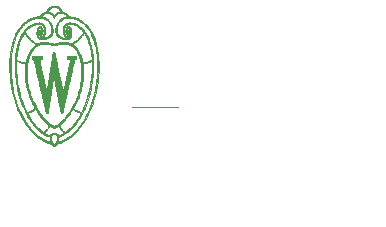
<source format=gbr>
From 3356b4176c49c766511ca06d32581a4a9c205788 Mon Sep 17 00:00:00 2001
From: Blaise Thompson <blaise@untzag.com>
Date: Sat, 24 Apr 2021 17:32:14 -0500
Subject: remove wisconsin crest logo

---
 digital-driver-board/gerber/driver-F_SilkS.gbr | 5676 +-----------------------
 1 file changed, 2 insertions(+), 5674 deletions(-)

(limited to 'digital-driver-board/gerber/driver-F_SilkS.gbr')

diff --git a/digital-driver-board/gerber/driver-F_SilkS.gbr b/digital-driver-board/gerber/driver-F_SilkS.gbr
index 052653d..0925b72 100644
--- a/digital-driver-board/gerber/driver-F_SilkS.gbr
+++ b/digital-driver-board/gerber/driver-F_SilkS.gbr
@@ -1,12 +1,12 @@
 %TF.GenerationSoftware,KiCad,Pcbnew,5.1.8+dfsg1-1+b1*%
-%TF.CreationDate,2021-03-06T12:09:01-06:00*%
+%TF.CreationDate,2021-04-24T17:30:00-05:00*%
 %TF.ProjectId,driver,64726976-6572-42e6-9b69-6361645f7063,B*%
 %TF.SameCoordinates,Original*%
 %TF.FileFunction,Legend,Top*%
 %TF.FilePolarity,Positive*%
 %FSLAX46Y46*%
 G04 Gerber Fmt 4.6, Leading zero omitted, Abs format (unit mm)*
-G04 Created by KiCad (PCBNEW 5.1.8+dfsg1-1+b1) date 2021-03-06 12:09:01*
+G04 Created by KiCad (PCBNEW 5.1.8+dfsg1-1+b1) date 2021-04-24 17:30:00*
 %MOMM*%
 %LPD*%
 G01*
@@ -19,7 +19,6 @@ G04 APERTURE LIST*
 %ADD13C,0.127000*%
 %ADD14C,0.200000*%
 %ADD15C,0.120000*%
-%ADD16C,0.010000*%
 G04 APERTURE END LIST*
 D10*
 X145351904Y-87082380D02*
@@ -772,5677 +771,6 @@ X152958748Y-105770000D02*
 X154381252Y-105770000D01*
 X152958748Y-107590000D02*
 X154381252Y-107590000D01*
-D16*
-%TO.C,G\u002A\u002A\u002A*%
-G36*
-X127027014Y-89303991D02*
-G01*
-X127072375Y-89306052D01*
-X127113794Y-89309780D01*
-X127148483Y-89315150D01*
-X127151395Y-89315759D01*
-X127230635Y-89337497D01*
-X127304009Y-89367438D01*
-X127371830Y-89405785D01*
-X127434414Y-89452739D01*
-X127492077Y-89508504D01*
-X127538895Y-89564889D01*
-X127560962Y-89596620D01*
-X127583934Y-89633879D01*
-X127606332Y-89673914D01*
-X127626682Y-89713972D01*
-X127643506Y-89751301D01*
-X127654383Y-89780197D01*
-X127659840Y-89796109D01*
-X127664296Y-89807714D01*
-X127666434Y-89811967D01*
-X127672382Y-89814133D01*
-X127685301Y-89817240D01*
-X127698942Y-89819959D01*
-X127739191Y-89829382D01*
-X127784524Y-89843437D01*
-X127831659Y-89860992D01*
-X127877314Y-89880915D01*
-X127881541Y-89882931D01*
-X127954134Y-89922295D01*
-X128021352Y-89967714D01*
-X128082191Y-90018300D01*
-X128135644Y-90073169D01*
-X128180704Y-90131433D01*
-X128201778Y-90165007D01*
-X128224618Y-90204605D01*
-X128279059Y-90207746D01*
-X128385529Y-90215775D01*
-X128484491Y-90227326D01*
-X128578105Y-90242803D01*
-X128668531Y-90262607D01*
-X128757931Y-90287143D01*
-X128830719Y-90310639D01*
-X128961526Y-90360876D01*
-X129088777Y-90420499D01*
-X129212356Y-90489334D01*
-X129332152Y-90567209D01*
-X129448049Y-90653949D01*
-X129559933Y-90749381D01*
-X129667691Y-90853332D01*
-X129771209Y-90965630D01*
-X129870372Y-91086099D01*
-X129965067Y-91214568D01*
-X130055180Y-91350862D01*
-X130140596Y-91494809D01*
-X130221201Y-91646235D01*
-X130296883Y-91804967D01*
-X130367526Y-91970831D01*
-X130433017Y-92143654D01*
-X130493241Y-92323263D01*
-X130548085Y-92509485D01*
-X130597435Y-92702146D01*
-X130641177Y-92901072D01*
-X130679196Y-93106092D01*
-X130682619Y-93126560D01*
-X130699612Y-93233878D01*
-X130714818Y-93340232D01*
-X130728415Y-93447300D01*
-X130740581Y-93556754D01*
-X130751495Y-93670272D01*
-X130761334Y-93789528D01*
-X130770276Y-93916198D01*
-X130775515Y-94000320D01*
-X130777014Y-94032053D01*
-X130778320Y-94072725D01*
-X130779431Y-94121114D01*
-X130780350Y-94176000D01*
-X130781074Y-94236164D01*
-X130781606Y-94300384D01*
-X130781943Y-94367440D01*
-X130782087Y-94436112D01*
-X130782038Y-94505179D01*
-X130781795Y-94573422D01*
-X130781358Y-94639620D01*
-X130780728Y-94702553D01*
-X130779904Y-94760999D01*
-X130778887Y-94813740D01*
-X130777676Y-94859555D01*
-X130776271Y-94897223D01*
-X130775521Y-94912180D01*
-X130760706Y-95140254D01*
-X130742134Y-95360657D01*
-X130719574Y-95575248D01*
-X130692797Y-95785882D01*
-X130661575Y-95994418D01*
-X130625677Y-96202712D01*
-X130598562Y-96344740D01*
-X130543920Y-96602528D01*
-X130483133Y-96855889D01*
-X130416343Y-97104551D01*
-X130343690Y-97348243D01*
-X130265316Y-97586694D01*
-X130181363Y-97819632D01*
-X130091971Y-98046785D01*
-X129997284Y-98267883D01*
-X129897441Y-98482653D01*
-X129792585Y-98690825D01*
-X129682856Y-98892126D01*
-X129568397Y-99086286D01*
-X129449349Y-99273033D01*
-X129325853Y-99452096D01*
-X129198051Y-99623202D01*
-X129066084Y-99786082D01*
-X128930094Y-99940462D01*
-X128790222Y-100086073D01*
-X128646610Y-100222641D01*
-X128520289Y-100332593D01*
-X128383014Y-100441660D01*
-X128241799Y-100543264D01*
-X128097294Y-100637063D01*
-X127950149Y-100722714D01*
-X127801014Y-100799876D01*
-X127650540Y-100868204D01*
-X127499377Y-100927358D01*
-X127348174Y-100976995D01*
-X127240991Y-101006312D01*
-X127177344Y-101022251D01*
-X127161635Y-101045083D01*
-X127144591Y-101068346D01*
-X127124320Y-101093671D01*
-X127102624Y-101119020D01*
-X127081308Y-101142358D01*
-X127062175Y-101161647D01*
-X127047028Y-101174850D01*
-X127046183Y-101175479D01*
-X127023935Y-101189595D01*
-X127005278Y-101195820D01*
-X126987957Y-101194570D01*
-X126974181Y-101188815D01*
-X126960991Y-101179444D01*
-X126943303Y-101163706D01*
-X126922753Y-101143330D01*
-X126900982Y-101120045D01*
-X126879628Y-101095582D01*
-X126860330Y-101071669D01*
-X126850140Y-101057911D01*
-X126837365Y-101040384D01*
-X126827746Y-101029308D01*
-X126818771Y-101022702D01*
-X126807924Y-101018586D01*
-X126796800Y-101015887D01*
-X126772077Y-101009853D01*
-X126739916Y-101001219D01*
-X126702503Y-100990636D01*
-X126662024Y-100978759D01*
-X126620666Y-100966241D01*
-X126580614Y-100953736D01*
-X126544055Y-100941897D01*
-X126513174Y-100931377D01*
-X126508262Y-100929629D01*
-X126342831Y-100864883D01*
-X126180279Y-100790418D01*
-X126020659Y-100706275D01*
-X125864023Y-100612493D01*
-X125710422Y-100509114D01*
-X125559910Y-100396177D01*
-X125412537Y-100273722D01*
-X125268357Y-100141790D01*
-X125127422Y-100000420D01*
-X124989783Y-99849654D01*
-X124855494Y-99689531D01*
-X124789719Y-99606100D01*
-X124664395Y-99437017D01*
-X124542577Y-99258870D01*
-X124424589Y-99072241D01*
-X124310754Y-98877715D01*
-X124201397Y-98675873D01*
-X124096840Y-98467302D01*
-X123997407Y-98252583D01*
-X123903423Y-98032300D01*
-X123868289Y-97944940D01*
-X123767925Y-97678042D01*
-X123675635Y-97405710D01*
-X123591509Y-97128589D01*
-X123515632Y-96847325D01*
-X123448093Y-96562562D01*
-X123388978Y-96274947D01*
-X123338376Y-95985126D01*
-X123296373Y-95693744D01*
-X123263058Y-95401446D01*
-X123238517Y-95108879D01*
-X123222838Y-94816688D01*
-X123216547Y-94544462D01*
-X123326287Y-94544462D01*
-X123328822Y-94709384D01*
-X123333993Y-94871364D01*
-X123341793Y-95027853D01*
-X123345244Y-95082360D01*
-X123370618Y-95389241D01*
-X123405342Y-95693647D01*
-X123449348Y-95995270D01*
-X123502567Y-96293805D01*
-X123564930Y-96588945D01*
-X123636367Y-96880384D01*
-X123716811Y-97167816D01*
-X123806192Y-97450935D01*
-X123904442Y-97729434D01*
-X123990684Y-97951931D01*
-X124055957Y-98107947D01*
-X124126386Y-98265661D01*
-X124200914Y-98422941D01*
-X124278488Y-98577656D01*
-X124358051Y-98727674D01*
-X124438549Y-98870864D01*
-X124482985Y-98946182D01*
-X124599807Y-99133112D01*
-X124720417Y-99311375D01*
-X124844719Y-99480884D01*
-X124972616Y-99641555D01*
-X125104011Y-99793304D01*
-X125238807Y-99936046D01*
-X125376907Y-100069697D01*
-X125518214Y-100194171D01*
-X125662632Y-100309386D01*
-X125810063Y-100415255D01*
-X125960411Y-100511695D01*
-X126113578Y-100598620D01*
-X126269467Y-100675947D01*
-X126427983Y-100743591D01*
-X126589027Y-100801467D01*
-X126622043Y-100812023D01*
-X126649381Y-100820486D01*
-X126673552Y-100827788D01*
-X126692797Y-100833411D01*
-X126705357Y-100836839D01*
-X126709238Y-100837656D01*
-X126712388Y-100835383D01*
-X126710497Y-100826908D01*
-X126707209Y-100818950D01*
-X126696747Y-100793084D01*
-X126685009Y-100760389D01*
-X126672971Y-100723943D01*
-X126661606Y-100686824D01*
-X126651889Y-100652111D01*
-X126644795Y-100622883D01*
-X126644098Y-100619560D01*
-X126639266Y-100591076D01*
-X126634933Y-100556556D01*
-X126631564Y-100520119D01*
-X126629903Y-100493042D01*
-X126626890Y-100425868D01*
-X126736905Y-100425868D01*
-X126737163Y-100470783D01*
-X126737337Y-100474780D01*
-X126746427Y-100561631D01*
-X126765464Y-100648713D01*
-X126794264Y-100735497D01*
-X126832642Y-100821460D01*
-X126880413Y-100906074D01*
-X126898867Y-100934601D01*
-X126924326Y-100971751D01*
-X126945734Y-101000462D01*
-X126963917Y-101021208D01*
-X126979699Y-101034465D01*
-X126993907Y-101040707D01*
-X127007365Y-101040408D01*
-X127020899Y-101034043D01*
-X127035334Y-101022087D01*
-X127041040Y-101016369D01*
-X127058353Y-100996242D01*
-X127078748Y-100969034D01*
-X127100884Y-100936807D01*
-X127123420Y-100901627D01*
-X127145014Y-100865558D01*
-X127164324Y-100830663D01*
-X127173723Y-100812235D01*
-X127203997Y-100743853D01*
-X127229291Y-100672860D01*
-X127248108Y-100603495D01*
-X127249129Y-100598877D01*
-X127256248Y-100557133D01*
-X127260882Y-100510440D01*
-X127263034Y-100461358D01*
-X127262707Y-100412448D01*
-X127259904Y-100366270D01*
-X127254628Y-100325385D01*
-X127248779Y-100298745D01*
-X127238121Y-100277399D01*
-X127218756Y-100256104D01*
-X127192095Y-100235838D01*
-X127159549Y-100217578D01*
-X127122527Y-100202301D01*
-X127099060Y-100195055D01*
-X127080157Y-100191112D01*
-X127055259Y-100187526D01*
-X127028527Y-100184852D01*
-X127016653Y-100184075D01*
-X126971525Y-100184554D01*
-X126927178Y-100190308D01*
-X126884939Y-100200741D01*
-X126846135Y-100215259D01*
-X126812094Y-100233267D01*
-X126784141Y-100254170D01*
-X126763605Y-100277373D01*
-X126751812Y-100302282D01*
-X126751654Y-100302869D01*
-X126744437Y-100338474D01*
-X126739425Y-100380620D01*
-X126736905Y-100425868D01*
-X126626890Y-100425868D01*
-X126626620Y-100419864D01*
-X126540591Y-100385256D01*
-X126395922Y-100321754D01*
-X126252939Y-100248378D01*
-X126111888Y-100165310D01*
-X125973016Y-100072733D01*
-X125962792Y-100065097D01*
-X126161212Y-100065097D01*
-X126162726Y-100068565D01*
-X126172731Y-100076102D01*
-X126190440Y-100087446D01*
-X126214486Y-100101829D01*
-X126243502Y-100118483D01*
-X126276120Y-100136639D01*
-X126310974Y-100155529D01*
-X126346695Y-100174384D01*
-X126381918Y-100192437D01*
-X126392940Y-100197958D01*
-X126421532Y-100211918D01*
-X126453008Y-100226819D01*
-X126485923Y-100242026D01*
-X126518832Y-100256903D01*
-X126550292Y-100270815D01*
-X126578859Y-100283124D01*
-X126603087Y-100293195D01*
-X126621534Y-100300392D01*
-X126632755Y-100304079D01*
-X126634701Y-100304422D01*
-X126637372Y-100300025D01*
-X126641057Y-100288521D01*
-X126643685Y-100277930D01*
-X126657916Y-100237272D01*
-X126681293Y-100200049D01*
-X126713268Y-100166653D01*
-X126753294Y-100137474D01*
-X126800824Y-100112904D01*
-X126855311Y-100093332D01*
-X126916207Y-100079151D01*
-X126923800Y-100077850D01*
-X126977481Y-100072661D01*
-X127033329Y-100073953D01*
-X127089522Y-100081256D01*
-X127144237Y-100094100D01*
-X127195652Y-100112013D01*
-X127241944Y-100134526D01*
-X127281290Y-100161169D01*
-X127295672Y-100173828D01*
-X127318311Y-100199554D01*
-X127337647Y-100229093D01*
-X127351848Y-100259244D01*
-X127358667Y-100283893D01*
-X127361164Y-100296718D01*
-X127363446Y-100303984D01*
-X127364044Y-100304600D01*
-X127372258Y-100302515D01*
-X127388243Y-100296667D01*
-X127410599Y-100287666D01*
-X127437924Y-100276122D01*
-X127468818Y-100262645D01*
-X127501881Y-100247845D01*
-X127535713Y-100232332D01*
-X127568913Y-100216715D01*
-X127596900Y-100203173D01*
-X127628547Y-100187288D01*
-X127662414Y-100169719D01*
-X127697140Y-100151227D01*
-X127731369Y-100132571D01*
-X127763741Y-100114513D01*
-X127792899Y-100097812D01*
-X127817483Y-100083230D01*
-X127836137Y-100071527D01*
-X127847500Y-100063462D01*
-X127849256Y-100061895D01*
-X127847459Y-100057148D01*
-X127839230Y-100048037D01*
-X127826231Y-100036345D01*
-X127822942Y-100033641D01*
-X127762409Y-99981521D01*
-X127700954Y-99922794D01*
-X127640569Y-99859641D01*
-X127583245Y-99794242D01*
-X127530976Y-99728777D01*
-X127485752Y-99665428D01*
-X127483463Y-99661980D01*
-X127471811Y-99643465D01*
-X127457818Y-99619860D01*
-X127442503Y-99593036D01*
-X127426882Y-99564863D01*
-X127411973Y-99537213D01*
-X127398795Y-99511958D01*
-X127388365Y-99490969D01*
-X127381701Y-99476117D01*
-X127380341Y-99472386D01*
-X127375405Y-99471949D01*
-X127362832Y-99477877D01*
-X127342550Y-99490208D01*
-X127322442Y-99503542D01*
-X127290622Y-99524350D01*
-X127255391Y-99546019D01*
-X127218026Y-99567886D01*
-X127179806Y-99589286D01*
-X127142008Y-99609556D01*
-X127105910Y-99628033D01*
-X127072791Y-99644052D01*
-X127043928Y-99656951D01*
-X127020600Y-99666065D01*
-X127004083Y-99670730D01*
-X126999567Y-99671204D01*
-X126988006Y-99668736D01*
-X126969038Y-99661681D01*
-X126943948Y-99650715D01*
-X126914019Y-99636513D01*
-X126880537Y-99619752D01*
-X126844784Y-99601107D01*
-X126808046Y-99581254D01*
-X126771607Y-99560867D01*
-X126736750Y-99540624D01*
-X126704760Y-99521200D01*
-X126676922Y-99503270D01*
-X126665419Y-99495398D01*
-X126633098Y-99472725D01*
-X126598901Y-99540342D01*
-X126554733Y-99619312D01*
-X126501829Y-99699398D01*
-X126441308Y-99779233D01*
-X126374287Y-99857453D01*
-X126301883Y-99932694D01*
-X126225215Y-100003592D01*
-X126205906Y-100020146D01*
-X126185072Y-100038053D01*
-X126171313Y-100050802D01*
-X126163678Y-100059460D01*
-X126161212Y-100065097D01*
-X125962792Y-100065097D01*
-X125836570Y-99970830D01*
-X125702796Y-99859783D01*
-X125571941Y-99739776D01*
-X125444251Y-99610992D01*
-X125335795Y-99491800D01*
-X125206555Y-99337190D01*
-X125081335Y-99173430D01*
-X124960262Y-99000752D01*
-X124843462Y-98819391D01*
-X124731061Y-98629579D01*
-X124623185Y-98431551D01*
-X124595502Y-98376300D01*
-X124722295Y-98376300D01*
-X124724926Y-98383153D01*
-X124731901Y-98397587D01*
-X124742542Y-98418351D01*
-X124756170Y-98444195D01*
-X124772105Y-98473870D01*
-X124789670Y-98506124D01*
-X124808183Y-98539707D01*
-X124826968Y-98573370D01*
-X124845345Y-98605860D01*
-X124862634Y-98635930D01*
-X124871744Y-98651509D01*
-X124970991Y-98814428D01*
-X125071365Y-98968012D01*
-X125173477Y-99113076D01*
-X125277935Y-99250430D01*
-X125385350Y-99380887D01*
-X125496332Y-99505261D01*
-X125572520Y-99585113D01*
-X125679986Y-99690949D01*
-X125786236Y-99787749D01*
-X125892280Y-99876390D01*
-X125999133Y-99957749D01*
-X126021491Y-99973793D01*
-X126046717Y-99991508D01*
-X126065106Y-100003824D01*
-X126077948Y-100011441D01*
-X126086529Y-100015061D01*
-X126092138Y-100015386D01*
-X126095151Y-100013904D01*
-X126102229Y-100008226D01*
-X126115207Y-99997636D01*
-X126132164Y-99983705D01*
-X126149100Y-99969727D01*
-X126167596Y-99953743D01*
-X126191066Y-99932426D01*
-X126217412Y-99907739D01*
-X126244538Y-99881646D01*
-X126268559Y-99857905D01*
-X126338575Y-99784090D01*
-X126399729Y-99711871D01*
-X126452920Y-99640037D01*
-X126499052Y-99567376D01*
-X126536748Y-99497309D01*
-X126570421Y-99429158D01*
-X126555667Y-99418569D01*
-X126546757Y-99411867D01*
-X126531610Y-99400150D01*
-X126511927Y-99384744D01*
-X126489407Y-99366979D01*
-X126473857Y-99354640D01*
-X126367229Y-99265045D01*
-X126260252Y-99165703D01*
-X126153247Y-99057006D01*
-X126046537Y-98939343D01*
-X125940444Y-98813106D01*
-X125835291Y-98678686D01*
-X125731401Y-98536473D01*
-X125629094Y-98386858D01*
-X125528696Y-98230233D01*
-X125478546Y-98148140D01*
-X125462004Y-98120689D01*
-X125447159Y-98096183D01*
-X125434830Y-98075966D01*
-X125425836Y-98061379D01*
-X125420998Y-98053765D01*
-X125420481Y-98053044D01*
-X125415436Y-98054363D01*
-X125404539Y-98060970D01*
-X125389723Y-98071628D01*
-X125381920Y-98077714D01*
-X125305375Y-98133366D01*
-X125220110Y-98185183D01*
-X125126963Y-98232775D01*
-X125026772Y-98275752D01*
-X124920376Y-98313724D01*
-X124808612Y-98346300D01*
-X124800360Y-98348432D01*
-X124768986Y-98356725D01*
-X124746528Y-98363316D01*
-X124731954Y-98368573D01*
-X124724232Y-98372865D01*
-X124722295Y-98376300D01*
-X124595502Y-98376300D01*
-X124519962Y-98225539D01*
-X124421517Y-98011778D01*
-X124327978Y-97790500D01*
-X124239469Y-97561940D01*
-X124156119Y-97326330D01*
-X124144566Y-97291887D01*
-X124055656Y-97009570D01*
-X123976084Y-96724332D01*
-X123905804Y-96435918D01*
-X123844765Y-96144075D01*
-X123792921Y-95848550D01*
-X123750223Y-95549091D01*
-X123716623Y-95245443D01*
-X123692073Y-94937354D01*
-X123690007Y-94904560D01*
-X123687528Y-94857279D01*
-X123685317Y-94801448D01*
-X123683390Y-94738673D01*
-X123681761Y-94670562D01*
-X123680448Y-94598721D01*
-X123679464Y-94524756D01*
-X123678826Y-94450275D01*
-X123678668Y-94408027D01*
-X123790806Y-94408027D01*
-X123790952Y-94461941D01*
-X123791274Y-94513486D01*
-X123791779Y-94561522D01*
-X123792473Y-94604911D01*
-X123793362Y-94642514D01*
-X123794045Y-94663260D01*
-X123809923Y-94963146D01*
-X123834726Y-95260769D01*
-X123868371Y-95555784D01*
-X123910778Y-95847845D01*
-X123961863Y-96136607D01*
-X124021544Y-96421725D01*
-X124089740Y-96702853D01*
-X124166367Y-96979646D01*
-X124251345Y-97251759D01*
-X124344591Y-97518846D01*
-X124446022Y-97780562D01*
-X124555556Y-98036562D01*
-X124639796Y-98217990D01*
-X124655173Y-98249367D01*
-X124667139Y-98272212D01*
-X124676193Y-98287367D01*
-X124682837Y-98295676D01*
-X124687252Y-98298000D01*
-X124695269Y-98296791D01*
-X124711065Y-98293473D01*
-X124732585Y-98288508D01*
-X124757779Y-98282358D01*
-X124766523Y-98280154D01*
-X124874054Y-98249723D01*
-X124976356Y-98214525D01*
-X125072588Y-98174949D01*
-X125161906Y-98131390D01*
-X125243468Y-98084237D01*
-X125316429Y-98033885D01*
-X125345463Y-98010922D01*
-X125380027Y-97982364D01*
-X125358498Y-97943332D01*
-X125329283Y-97890111D01*
-X125303008Y-97841632D01*
-X125278448Y-97795552D01*
-X125254377Y-97749530D01*
-X125229569Y-97701222D01*
-X125202799Y-97648287D01*
-X125174582Y-97591880D01*
-X125126840Y-97494946D01*
-X125083783Y-97405014D01*
-X125044726Y-97320460D01*
-X125008984Y-97239661D01*
-X124975873Y-97160992D01*
-X124944706Y-97082831D01*
-X124914800Y-97003554D01*
-X124885470Y-96921536D01*
-X124858512Y-96842580D01*
-X124785143Y-96609193D01*
-X124721445Y-96376055D01*
-X124667219Y-96142148D01*
-X124622262Y-95906454D01*
-X124586372Y-95667955D01*
-X124559350Y-95425631D01*
-X124546246Y-95262700D01*
-X124542467Y-95197650D01*
-X124539488Y-95125893D01*
-X124537310Y-95049218D01*
-X124535934Y-94969416D01*
-X124535886Y-94962520D01*
-X124676878Y-94962520D01*
-X124680763Y-95115933D01*
-X124688687Y-95271080D01*
-X124700651Y-95426444D01*
-X124701701Y-95437960D01*
-X124724361Y-95642471D01*
-X124754587Y-95848128D01*
-X124792067Y-96053734D01*
-X124836492Y-96258091D01*
-X124887551Y-96460001D01*
-X124944934Y-96658268D01*
-X125008330Y-96851694D01*
-X125077428Y-97039081D01*
-X125151918Y-97219233D01*
-X125179791Y-97281638D01*
-X125269882Y-97472834D01*
-X125363645Y-97659349D01*
-X125460624Y-97840410D01*
-X125560364Y-98015245D01*
-X125662407Y-98183082D01*
-X125766300Y-98343150D01*
-X125871586Y-98494677D01*
-X125977809Y-98636891D01*
-X125986862Y-98648520D01*
-X126068136Y-98748966D01*
-X126153076Y-98847123D01*
-X126240387Y-98941653D01*
-X126328776Y-99031222D01*
-X126416947Y-99114491D01*
-X126503606Y-99190127D01*
-X126542069Y-99221560D01*
-X126575208Y-99247068D01*
-X126614257Y-99275545D01*
-X126656983Y-99305486D01*
-X126701155Y-99335383D01*
-X126744541Y-99363732D01*
-X126784907Y-99389027D01*
-X126820023Y-99409762D01*
-X126826118Y-99413173D01*
-X126850906Y-99426482D01*
-X126878349Y-99440539D01*
-X126906779Y-99454563D01*
-X126934526Y-99467774D01*
-X126959920Y-99479391D01*
-X126981291Y-99488635D01*
-X126996970Y-99494724D01*
-X127005223Y-99496880D01*
-X127011928Y-99494696D01*
-X127026235Y-99488593D01*
-X127046683Y-99479244D01*
-X127071812Y-99467321D01*
-X127100161Y-99453497D01*
-X127109370Y-99448933D01*
-X127155786Y-99424876D01*
-X127441963Y-99424876D01*
-X127444085Y-99430428D01*
-X127449917Y-99443371D01*
-X127458663Y-99461995D01*
-X127469524Y-99484586D01*
-X127474278Y-99494340D01*
-X127521362Y-99580364D01*
-X127578243Y-99665947D01*
-X127645019Y-99751214D01*
-X127721786Y-99836292D01*
-X127784860Y-99898990D01*
-X127800865Y-99913913D01*
-X127819944Y-99931209D01*
-X127840652Y-99949623D01*
-X127861539Y-99967903D01*
-X127881161Y-99984796D01*
-X127898068Y-99999049D01*
-X127910815Y-100009409D01*
-X127917953Y-100014622D01*
-X127918834Y-100015000D01*
-X127923565Y-100012293D01*
-X127934470Y-100005063D01*
-X127949466Y-99994702D01*
-X127954394Y-99991232D01*
-X128093013Y-99887271D01*
-X128228432Y-99773744D01*
-X128360565Y-99650753D01*
-X128489326Y-99518404D01*
-X128614629Y-99376800D01*
-X128736388Y-99226045D01*
-X128854517Y-99066244D01*
-X128968932Y-98897500D01*
-X129079545Y-98719917D01*
-X129186271Y-98533599D01*
-X129239799Y-98434066D01*
-X129276473Y-98364392D01*
-X129262186Y-98361183D01*
-X129165060Y-98336449D01*
-X129069168Y-98306365D01*
-X128975901Y-98271554D01*
-X128886654Y-98232639D01*
-X128802820Y-98190243D01*
-X128725792Y-98144990D01*
-X128656964Y-98097501D01*
-X128635844Y-98081090D01*
-X128617245Y-98066750D01*
-X128601405Y-98055628D01*
-X128589997Y-98048826D01*
-X128584698Y-98047445D01*
-X128584692Y-98047451D01*
-X128581012Y-98052844D01*
-X128572920Y-98065665D01*
-X128561211Y-98084619D01*
-X128546684Y-98108411D01*
-X128530134Y-98135746D01*
-X128521145Y-98150680D01*
-X128460575Y-98249050D01*
-X128395521Y-98350208D01*
-X128327681Y-98451657D01*
-X128258751Y-98550900D01*
-X128190429Y-98645441D01*
-X128131581Y-98723515D01*
-X128042153Y-98835753D01*
-X127950316Y-98943723D01*
-X127856971Y-99046495D01*
-X127763015Y-99143141D01*
-X127669349Y-99232733D01*
-X127576872Y-99314342D01*
-X127496070Y-99379682D01*
-X127476198Y-99395263D01*
-X127459609Y-99408729D01*
-X127447785Y-99418841D01*
-X127442208Y-99424362D01*
-X127441963Y-99424876D01*
-X127155786Y-99424876D01*
-X127178722Y-99412989D01*
-X127243389Y-99376263D01*
-X127305700Y-99337245D01*
-X127367988Y-99294420D01*
-X127432585Y-99246277D01*
-X127482600Y-99206855D01*
-X127591519Y-99114166D01*
-X127700070Y-99011560D01*
-X127808078Y-98899280D01*
-X127915364Y-98777566D01*
-X128021754Y-98646662D01*
-X128127070Y-98506808D01*
-X128231136Y-98358247D01*
-X128333775Y-98201219D01*
-X128434811Y-98035968D01*
-X128469777Y-97974941D01*
-X128624286Y-97974941D01*
-X128643993Y-97991856D01*
-X128721772Y-98052342D01*
-X128808353Y-98107853D01*
-X128903659Y-98158351D01*
-X129007611Y-98203799D01*
-X129120132Y-98244157D01*
-X129224303Y-98274931D01*
-X129249435Y-98281476D01*
-X129271895Y-98286942D01*
-X129289407Y-98290799D01*
-X129299690Y-98292520D01*
-X129300344Y-98292558D01*
-X129304788Y-98291761D01*
-X129309482Y-98288342D01*
-X129315113Y-98281172D01*
-X129322373Y-98269125D01*
-X129331948Y-98251072D01*
-X129344529Y-98225886D01*
-X129358052Y-98198126D01*
-X129419951Y-98065865D01*
-X129481705Y-97925227D01*
-X129542600Y-97777978D01*
-X129601925Y-97625882D01*
-X129658965Y-97470708D01*
-X129703201Y-97343389D01*
-X129795384Y-97055269D01*
-X129878474Y-96762822D01*
-X129952412Y-96466364D01*
-X130017139Y-96166213D01*
-X130072599Y-95862688D01*
-X130118732Y-95556106D01*
-X130155481Y-95246786D01*
-X130182787Y-94935045D01*
-X130200321Y-94627700D01*
-X130201245Y-94601007D01*
-X130202086Y-94567543D01*
-X130202839Y-94528373D01*
-X130203501Y-94484560D01*
-X130204069Y-94437168D01*
-X130204540Y-94387259D01*
-X130204911Y-94335899D01*
-X130205176Y-94284149D01*
-X130205335Y-94233074D01*
-X130205382Y-94183738D01*
-X130205315Y-94137204D01*
-X130205131Y-94094535D01*
-X130204825Y-94056796D01*
-X130204394Y-94025050D01*
-X130203836Y-94000360D01*
-X130203146Y-93983789D01*
-X130202396Y-93976640D01*
-X130200662Y-93971732D01*
-X130197541Y-93969566D01*
-X130191193Y-93970506D01*
-X130179780Y-93974914D01*
-X130161463Y-93983156D01*
-X130155475Y-93985910D01*
-X130017113Y-94044043D01*
-X129875121Y-94092761D01*
-X129730063Y-94131901D01*
-X129582504Y-94161303D01*
-X129502227Y-94173042D01*
-X129474857Y-94176603D01*
-X129451332Y-94179784D01*
-X129433359Y-94182343D01*
-X129422647Y-94184039D01*
-X129420388Y-94184566D01*
-X129420700Y-94189739D01*
-X129422170Y-94203125D01*
-X129424577Y-94222869D01*
-X129427702Y-94247119D01*
-X129428784Y-94255283D01*
-X129446208Y-94409804D01*
-X129458329Y-94571702D01*
-X129465149Y-94739689D01*
-X129466672Y-94912477D01*
-X129462902Y-95088779D01*
-X129453841Y-95267308D01*
-X129439493Y-95446776D01*
-X129425384Y-95580200D01*
-X129396835Y-95791830D01*
-X129360804Y-96003478D01*
-X129317603Y-96213989D01*
-X129267544Y-96422211D01*
-X129210936Y-96626989D01*
-X129148091Y-96827169D01*
-X129079321Y-97021598D01*
-X129004935Y-97209121D01*
-X128955581Y-97322640D01*
-X128939413Y-97357786D01*
-X128919350Y-97400191D01*
-X128896150Y-97448341D01*
-X128870571Y-97500721D01*
-X128843372Y-97555815D01*
-X128815309Y-97612110D01*
-X128787142Y-97668089D01*
-X128759629Y-97722240D01*
-X128733527Y-97773045D01*
-X128709595Y-97818992D01*
-X128688592Y-97858565D01*
-X128673484Y-97886280D01*
-X128624286Y-97974941D01*
-X128469777Y-97974941D01*
-X128534067Y-97862735D01*
-X128631366Y-97681761D01*
-X128711773Y-97523300D01*
-X128754129Y-97436835D01*
-X128792113Y-97357538D01*
-X128826422Y-97283774D01*
-X128857755Y-97213907D01*
-X128886810Y-97146301D01*
-X128914287Y-97079321D01*
-X128940884Y-97011331D01*
-X128967300Y-96940695D01*
-X128994232Y-96865779D01*
-X129001842Y-96844154D01*
-X129061644Y-96662896D01*
-X129115764Y-96477101D01*
-X129164094Y-96287705D01*
-X129206529Y-96095642D01*
-X129242964Y-95901849D01*
-X129273293Y-95707259D01*
-X129297410Y-95512810D01*
-X129315211Y-95319434D01*
-X129326588Y-95128069D01*
-X129331438Y-94939649D01*
-X129329654Y-94755109D01*
-X129321130Y-94575385D01*
-X129305761Y-94401411D01*
-X129290881Y-94283597D01*
-X129264018Y-94120290D01*
-X129231113Y-93963552D01*
-X129192269Y-93813577D01*
-X129147585Y-93670558D01*
-X129097164Y-93534689D01*
-X129041106Y-93406162D01*
-X128979512Y-93285170D01*
-X128912484Y-93171908D01*
-X128840123Y-93066567D01*
-X128762529Y-92969341D01*
-X128679806Y-92880423D01*
-X128592052Y-92800006D01*
-X128499370Y-92728284D01*
-X128463040Y-92703454D01*
-X128396368Y-92663585D01*
-X128324871Y-92628943D01*
-X128247656Y-92599229D01*
-X128163827Y-92574148D01*
-X128111300Y-92562217D01*
-X128532658Y-92562217D01*
-X128534410Y-92566918D01*
-X128542764Y-92575659D01*
-X128555990Y-92586666D01*
-X128558058Y-92588232D01*
-X128653321Y-92665515D01*
-X128745004Y-92751826D01*
-X128832727Y-92846547D01*
-X128916108Y-92949061D01*
-X128994764Y-93058752D01*
-X129068315Y-93175002D01*
-X129136377Y-93297194D01*
-X129198570Y-93424713D01*
-X129254511Y-93556939D01*
-X129303819Y-93693258D01*
-X129346112Y-93833052D01*
-X129359130Y-93882465D01*
-X129365425Y-93908066D01*
-X129372372Y-93937591D01*
-X129379598Y-93969310D01*
-X129386730Y-94001493D01*
-X129393395Y-94032408D01*
-X129399220Y-94060325D01*
-X129403831Y-94083513D01*
-X129406855Y-94100243D01*
-X129407920Y-94108716D01*
-X129412652Y-94108996D01*
-X129425686Y-94107973D01*
-X129445282Y-94105869D01*
-X129469695Y-94102905D01*
-X129497184Y-94099301D01*
-X129526007Y-94095280D01*
-X129554421Y-94091062D01*
-X129580684Y-94086869D01*
-X129583180Y-94086451D01*
-X129643655Y-94074901D01*
-X129709998Y-94059845D01*
-X129778892Y-94042126D01*
-X129847024Y-94022590D01*
-X129900680Y-94005579D01*
-X129939130Y-93992233D01*
-X129980778Y-93976837D01*
-X130023589Y-93960222D01*
-X130065528Y-93943219D01*
-X130104560Y-93926658D01*
-X130138651Y-93911370D01*
-X130165764Y-93898185D01*
-X130172460Y-93894641D01*
-X130197860Y-93880825D01*
-X130196295Y-93837702D01*
-X130195394Y-93818496D01*
-X130193855Y-93791725D01*
-X130191840Y-93759951D01*
-X130189512Y-93725739D01*
-X130187322Y-93695520D01*
-X130168234Y-93487667D01*
-X130142486Y-93284959D01*
-X130110174Y-93087702D01*
-X130071389Y-92896204D01*
-X130026226Y-92710771D01*
-X129974778Y-92531712D01*
-X129917138Y-92359333D01*
-X129853400Y-92193941D01*
-X129783657Y-92035845D01*
-X129708003Y-91885350D01*
-X129626530Y-91742765D01*
-X129563850Y-91644470D01*
-X129549070Y-91622589D01*
-X129536251Y-91604083D01*
-X129526442Y-91590431D01*
-X129520696Y-91583116D01*
-X129519715Y-91582286D01*
-X129516630Y-91586611D01*
-X129510474Y-91598179D01*
-X129502302Y-91614952D01*
-X129497393Y-91625517D01*
-X129464749Y-91689549D01*
-X129423876Y-91757291D01*
-X129375537Y-91827721D01*
-X129320496Y-91899818D01*
-X129259514Y-91972561D01*
-X129193355Y-92044928D01*
-X129153987Y-92085252D01*
-X129042427Y-92190748D01*
-X128923388Y-92291436D01*
-X128796205Y-92387836D01*
-X128660215Y-92480472D01*
-X128614883Y-92509310D01*
-X128589637Y-92525188D01*
-X128567332Y-92539360D01*
-X128549418Y-92550894D01*
-X128537349Y-92558855D01*
-X128532658Y-92562217D01*
-X128111300Y-92562217D01*
-X128072490Y-92553402D01*
-X127972751Y-92536694D01*
-X127952500Y-92533915D01*
-X127915053Y-92530044D01*
-X127870417Y-92527209D01*
-X127820935Y-92525412D01*
-X127768949Y-92524654D01*
-X127716804Y-92524938D01*
-X127666841Y-92526264D01*
-X127621405Y-92528636D01*
-X127582839Y-92532053D01*
-X127570440Y-92533632D01*
-X127511998Y-92542800D01*
-X127450159Y-92554317D01*
-X127383112Y-92568554D01*
-X127309046Y-92585881D01*
-X127279400Y-92593174D01*
-X127218535Y-92608102D01*
-X127166284Y-92620359D01*
-X127121502Y-92630105D01*
-X127083042Y-92637498D01*
-X127049761Y-92642696D01*
-X127020512Y-92645859D01*
-X126994152Y-92647145D01*
-X126969535Y-92646712D01*
-X126945516Y-92644720D01*
-X126926082Y-92642128D01*
-X126907962Y-92638873D01*
-X126881769Y-92633476D01*
-X126849268Y-92626335D01*
-X126812223Y-92617849D01*
-X126772398Y-92608416D01*
-X126731558Y-92598434D01*
-X126721705Y-92595976D01*
-X126644954Y-92577241D01*
-X126576400Y-92561631D01*
-X126514638Y-92548950D01*
-X126458261Y-92539003D01*
-X126405866Y-92531593D01*
-X126356047Y-92526524D01*
-X126307398Y-92523601D01*
-X126258515Y-92522627D01*
-X126207993Y-92523408D01*
-X126202491Y-92523585D01*
-X126097174Y-92530190D01*
-X125994849Y-92542660D01*
-X125897029Y-92560720D01*
-X125805225Y-92584092D01*
-X125724606Y-92611099D01*
-X125643488Y-92646932D01*
-X125562587Y-92692397D01*
-X125482525Y-92746973D01*
-X125403924Y-92810139D01*
-X125327404Y-92881376D01*
-X125253588Y-92960162D01*
-X125183097Y-93045977D01*
-X125146520Y-93095213D01*
-X125078587Y-93197568D01*
-X125015253Y-93308512D01*
-X124956712Y-93427480D01*
-X124903157Y-93553907D01*
-X124854781Y-93687227D01*
-X124811777Y-93826875D01*
-X124774339Y-93972285D01*
-X124742659Y-94122891D01*
-X124716932Y-94278129D01*
-X124701738Y-94396560D01*
-X124689464Y-94527860D01*
-X124681229Y-94666966D01*
-X124677034Y-94812358D01*
-X124676878Y-94962520D01*
-X124535886Y-94962520D01*
-X124535359Y-94888278D01*
-X124535586Y-94807594D01*
-X124536616Y-94729156D01*
-X124538448Y-94654753D01*
-X124541082Y-94586176D01*
-X124544520Y-94525217D01*
-X124546130Y-94503240D01*
-X124549444Y-94463794D01*
-X124553321Y-94421691D01*
-X124557577Y-94378609D01*
-X124562025Y-94336227D01*
-X124566482Y-94296225D01*
-X124570763Y-94260281D01*
-X124574682Y-94230074D01*
-X124578056Y-94207284D01*
-X124579774Y-94197702D01*
-X124580746Y-94190363D01*
-X124578511Y-94186017D01*
-X124570955Y-94183448D01*
-X124555964Y-94181439D01*
-X124550456Y-94180845D01*
-X124517807Y-94176870D01*
-X124478403Y-94171307D01*
-X124435298Y-94164653D01*
-X124391543Y-94157406D01*
-X124350192Y-94150064D01*
-X124314296Y-94143122D01*
-X124298809Y-94139839D01*
-X124224847Y-94121949D01*
-X124148583Y-94100659D01*
-X124072228Y-94076721D01*
-X123997991Y-94050891D01*
-X123928080Y-94023923D01*
-X123864707Y-93996569D01*
-X123829442Y-93979635D01*
-X123800865Y-93965252D01*
-X123797700Y-93989136D01*
-X123796420Y-94004101D01*
-X123795255Y-94028087D01*
-X123794210Y-94059953D01*
-X123793293Y-94098563D01*
-X123792509Y-94142776D01*
-X123791865Y-94191453D01*
-X123791367Y-94243456D01*
-X123791020Y-94297645D01*
-X123790831Y-94352881D01*
-X123790806Y-94408027D01*
-X123678668Y-94408027D01*
-X123678550Y-94376884D01*
-X123678651Y-94306190D01*
-X123679143Y-94239799D01*
-X123680044Y-94179319D01*
-X123681368Y-94126355D01*
-X123682246Y-94101920D01*
-X123694275Y-93883513D01*
-X123803291Y-93883513D01*
-X123866215Y-93913560D01*
-X123979843Y-93963575D01*
-X124096863Y-94006575D01*
-X124218370Y-94042864D01*
-X124345459Y-94072745D01*
-X124479224Y-94096523D01*
-X124569220Y-94108724D01*
-X124581263Y-94110268D01*
-X124588173Y-94111318D01*
-X124591961Y-94107680D01*
-X124594347Y-94100650D01*
-X124596282Y-94091124D01*
-X124599613Y-94074197D01*
-X124603837Y-94052447D01*
-X124607512Y-94033340D01*
-X124623205Y-93959915D01*
-X124643091Y-93880531D01*
-X124666320Y-93798047D01*
-X124692041Y-93715322D01*
-X124719404Y-93635217D01*
-X124747558Y-93560590D01*
-X124749845Y-93554877D01*
-X124766879Y-93514456D01*
-X124787841Y-93467766D01*
-X124811515Y-93417297D01*
-X124836682Y-93365541D01*
-X124862127Y-93314989D01*
-X124886632Y-93268131D01*
-X124908979Y-93227460D01*
-X124914569Y-93217718D01*
-X124980438Y-93110927D01*
-X125051683Y-93007935D01*
-X125127355Y-92909865D01*
-X125206507Y-92817842D01*
-X125288189Y-92732988D01*
-X125371452Y-92656428D01*
-X125426872Y-92610940D01*
-X125447561Y-92594632D01*
-X125465082Y-92580537D01*
-X125478017Y-92569820D01*
-X125484943Y-92563648D01*
-X125485721Y-92562680D01*
-X125481772Y-92559189D01*
-X125470940Y-92551986D01*
-X125455190Y-92542348D01*
-X125446727Y-92537385D01*
-X125421767Y-92522350D01*
-X125390378Y-92502535D01*
-X125354345Y-92479140D01*
-X125315453Y-92453364D01*
-X125275485Y-92426409D01*
-X125236226Y-92399473D01*
-X125199461Y-92373758D01*
-X125166974Y-92350464D01*
-X125148340Y-92336696D01*
-X125052575Y-92261776D01*
-X124961338Y-92184412D01*
-X124875282Y-92105314D01*
-X124795063Y-92025192D01*
-X124721335Y-91944754D01*
-X124654754Y-91864712D01*
-X124595975Y-91785774D01*
-X124545652Y-91708649D01*
-X124510097Y-91645206D01*
-X124480142Y-91587069D01*
-X124432619Y-91659584D01*
-X124351383Y-91791724D01*
-X124275201Y-91932396D01*
-X124204177Y-92081259D01*
-X124138415Y-92237972D01*
-X124078020Y-92402195D01*
-X124023096Y-92573587D01*
-X123973747Y-92751807D01*
-X123930077Y-92936513D01*
-X123892190Y-93127367D01*
-X123860190Y-93324026D01*
-X123834183Y-93526149D01*
-X123820339Y-93662500D01*
-X123817061Y-93699347D01*
-X123813871Y-93736672D01*
-X123810977Y-93771925D01*
-X123808590Y-93802558D01*
-X123806915Y-93826024D01*
-X123806731Y-93828886D01*
-X123803291Y-93883513D01*
-X123694275Y-93883513D01*
-X123694988Y-93870569D01*
-X123714106Y-93645257D01*
-X123739549Y-93426179D01*
-X123771266Y-93213535D01*
-X123809207Y-93007520D01*
-X123853321Y-92808334D01*
-X123903558Y-92616173D01*
-X123959867Y-92431234D01*
-X124022198Y-92253716D01*
-X124090499Y-92083815D01*
-X124164722Y-91921730D01*
-X124244815Y-91767658D01*
-X124306584Y-91660980D01*
-X124388414Y-91533567D01*
-X124398232Y-91519988D01*
-X124538609Y-91519988D01*
-X124539031Y-91523043D01*
-X124545481Y-91540181D01*
-X124556410Y-91563922D01*
-X124570781Y-91592339D01*
-X124587555Y-91623505D01*
-X124605692Y-91655491D01*
-X124624156Y-91686372D01*
-X124641908Y-91714218D01*
-X124642528Y-91715150D01*
-X124711056Y-91810471D01*
-X124789152Y-91905227D01*
-X124876226Y-91998882D01*
-X124971686Y-92090900D01*
-X125074940Y-92180744D01*
-X125185398Y-92267879D01*
-X125302468Y-92351768D01*
-X125425558Y-92431874D01*
-X125448060Y-92445699D01*
-X125472915Y-92460939D01*
-X125497156Y-92475983D01*
-X125518208Y-92489221D01*
-X125533493Y-92499042D01*
-X125535012Y-92500044D01*
-X125561004Y-92517263D01*
-X125651570Y-92481419D01*
-X125710494Y-92458617D01*
-X125762403Y-92439837D01*
-X125809373Y-92424563D01*
-X125853480Y-92412281D01*
-X125896801Y-92402477D01*
-X125941411Y-92394636D01*
-X125989387Y-92388245D01*
-X126042806Y-92382787D01*
-X126053521Y-92381833D01*
-X126105013Y-92378313D01*
-X126159443Y-92376340D01*
-X126214542Y-92375879D01*
-X126268042Y-92376896D01*
-X126317676Y-92379357D01*
-X126361176Y-92383226D01*
-X126387930Y-92386949D01*
-X126401902Y-92389616D01*
-X126424619Y-92394330D01*
-X126454927Y-92400835D01*
-X126491674Y-92408879D01*
-X126533708Y-92418205D01*
-X126579876Y-92428561D01*
-X126629027Y-92439691D01*
-X126680007Y-92451341D01*
-X126690190Y-92453681D01*
-X126753034Y-92468094D01*
-X126806873Y-92480326D01*
-X126852588Y-92490540D01*
-X126891060Y-92498895D01*
-X126923172Y-92505554D01*
-X126949804Y-92510677D01*
-X126971838Y-92514426D01*
-X126990154Y-92516961D01*
-X127005635Y-92518445D01*
-X127019162Y-92519038D01*
-X127031616Y-92518902D01*
-X127043180Y-92518249D01*
-X127054175Y-92516625D01*
-X127073938Y-92512833D01*
-X127101364Y-92507117D01*
-X127135351Y-92499721D01*
-X127174795Y-92490889D01*
-X127218593Y-92480864D01*
-X127265644Y-92469891D01*
-X127314843Y-92458214D01*
-X127317500Y-92457578D01*
-X127367127Y-92445722D01*
-X127414933Y-92434373D01*
-X127459770Y-92423798D01*
-X127500490Y-92414264D01*
-X127535947Y-92406038D01*
-X127564994Y-92399388D01*
-X127586483Y-92394581D01*
-X127599268Y-92391886D01*
-X127599440Y-92391853D01*
-X127632538Y-92387112D01*
-X127674125Y-92383719D01*
-X127722623Y-92381654D01*
-X127776452Y-92380898D01*
-X127834033Y-92381430D01*
-X127893789Y-92383232D01*
-X127954140Y-92386283D01*
-X128013508Y-92390564D01*
-X128070313Y-92396054D01*
-X128086637Y-92397936D01*
-X128178115Y-92412183D01*
-X128262334Y-92432229D01*
-X128340626Y-92458448D01*
-X128408936Y-92488527D01*
-X128462840Y-92515181D01*
-X128532790Y-92471560D01*
-X128646095Y-92398333D01*
-X128750835Y-92325155D01*
-X128848530Y-92250852D01*
-X128940701Y-92174247D01*
-X129028869Y-92094165D01*
-X129061782Y-92062437D01*
-X129138223Y-91984597D01*
-X129208390Y-91907082D01*
-X129271794Y-91830547D01*
-X129327945Y-91755644D01*
-X129376355Y-91683028D01*
-X129416533Y-91613352D01*
-X129447992Y-91547270D01*
-X129448670Y-91545651D01*
-X129465006Y-91506522D01*
-X129420306Y-91451671D01*
-X129397243Y-91424658D01*
-X129368365Y-91392841D01*
-X129335252Y-91357802D01*
-X129299488Y-91321121D01*
-X129262654Y-91284378D01*
-X129226332Y-91249154D01*
-X129192105Y-91217029D01*
-X129161555Y-91189585D01*
-X129138745Y-91170380D01*
-X129039760Y-91096523D01*
-X128938321Y-91031938D01*
-X128834758Y-90976757D01*
-X128729401Y-90931111D01*
-X128622581Y-90895132D01*
-X128514629Y-90868950D01*
-X128405876Y-90852698D01*
-X128325823Y-90847168D01*
-X128269330Y-90846692D01*
-X128220549Y-90849842D01*
-X128177542Y-90857073D01*
-X128138369Y-90868837D01*
-X128101090Y-90885589D01*
-X128063767Y-90907783D01*
-X128062162Y-90908845D01*
-X128014997Y-90946168D01*
-X127972258Y-90992309D01*
-X127934267Y-91046793D01*
-X127901352Y-91109142D01*
-X127873835Y-91178879D01*
-X127869685Y-91191535D01*
-X127850345Y-91268091D01*
-X127839478Y-91348480D01*
-X127836977Y-91431100D01*
-X127842732Y-91514344D01*
-X127856636Y-91596609D01*
-X127878581Y-91676291D01*
-X127907306Y-91749288D01*
-X127931376Y-91795209D01*
-X127959970Y-91838902D01*
-X127991729Y-91878806D01*
-X128025292Y-91913358D01*
-X128059299Y-91940996D01*
-X128090026Y-91959077D01*
-X128125350Y-91971838D01*
-X128161263Y-91978005D01*
-X128195211Y-91977387D01*
-X128224643Y-91969793D01*
-X128225905Y-91969247D01*
-X128256058Y-91952919D01*
-X128281617Y-91931850D01*
-X128305522Y-91903555D01*
-X128308552Y-91899370D01*
-X128333268Y-91857942D01*
-X128354518Y-91808302D01*
-X128371773Y-91751962D01*
-X128384503Y-91690438D01*
-X128386663Y-91676220D01*
-X128390889Y-91629931D01*
-X128391747Y-91577343D01*
-X128389450Y-91521664D01*
-X128384213Y-91466103D01*
-X128376248Y-91413866D01*
-X128366298Y-91370058D01*
-X128351818Y-91325942D01*
-X128334005Y-91285089D01*
-X128313698Y-91248758D01*
-X128291735Y-91218207D01*
-X128268957Y-91194694D01*
-X128246201Y-91179477D01*
-X128236779Y-91175841D01*
-X128209286Y-91172729D01*
-X128182181Y-91179089D01*
-X128156363Y-91194244D01*
-X128132732Y-91217518D01*
-X128112187Y-91248237D01*
-X128097559Y-91280398D01*
-X128085111Y-91322785D01*
-X128076801Y-91370636D01*
-X128072710Y-91421162D01*
-X128072919Y-91471574D01*
-X128077512Y-91519084D01*
-X128086569Y-91560903D01*
-X128089100Y-91568860D01*
-X128105224Y-91608373D01*
-X128123364Y-91637949D01*
-X128143544Y-91657617D01*
-X128165788Y-91667403D01*
-X128177520Y-91668600D01*
-X128192820Y-91664822D01*
-X128204979Y-91652918D01*
-X128214777Y-91632028D01*
-X128217012Y-91625093D01*
-X128223541Y-91586751D01*
-X128221657Y-91544574D01*
-X128211584Y-91500077D01*
-X128193544Y-91454776D01*
-X128191314Y-91450268D01*
-X128182712Y-91431727D01*
-X128176386Y-91415309D01*
-X128173534Y-91404178D01*
-X128173480Y-91403157D01*
-X128178263Y-91385552D01*
-X128191473Y-91370843D01*
-X128204020Y-91363774D01*
-X128224918Y-91360257D01*
-X128246364Y-91365888D01*
-X128267174Y-91379803D01*
-X128286164Y-91401139D01*
-X128302147Y-91429034D01*
-X128305987Y-91438065D01*
-X128310395Y-91450074D01*
-X128313564Y-91461665D01*
-X128315701Y-91474837D01*
-X128317014Y-91491586D01*
-X128317710Y-91513913D01*
-X128317995Y-91543815D01*
-X128318031Y-91554300D01*
-X128317869Y-91590175D01*
-X128317055Y-91618135D01*
-X128315418Y-91640412D01*
-X128312787Y-91659240D01*
-X128308993Y-91676850D01*
-X128308532Y-91678676D01*
-X128293725Y-91727604D01*
-X128276308Y-91769582D01*
-X128256712Y-91804009D01*
-X128235367Y-91830284D01*
-X128212703Y-91847805D01*
-X128189150Y-91855972D01*
-X128181190Y-91856512D01*
-X128158484Y-91852243D01*
-X128133406Y-91840494D01*
-X128108442Y-91822710D01*
-X128087653Y-91802190D01*
-X128070661Y-91779156D01*
-X128052507Y-91748884D01*
-X128034518Y-91713988D01*
-X128018019Y-91677080D01*
-X128004338Y-91640772D01*
-X128001811Y-91633040D01*
-X127985065Y-91568684D01*
-X127974287Y-91501576D01*
-X127969511Y-91433788D01*
-X127970769Y-91367394D01*
-X127978093Y-91304464D01*
-X127991516Y-91247071D01*
-X127995550Y-91234636D01*
-X128016995Y-91184797D01*
-X128044680Y-91140810D01*
-X128077713Y-91103768D01*
-X128115200Y-91074769D01*
-X128134594Y-91063988D01*
-X128156010Y-91054467D01*
-X128175078Y-91048796D01*
-X128196685Y-91045755D01*
-X128211546Y-91044754D01*
-X128234082Y-91044001D01*
-X128250363Y-91044962D01*
-X128264233Y-91048221D01*
-X128279534Y-91054366D01*
-X128282019Y-91055494D01*
-X128318243Y-91077502D01*
-X128351506Y-91108620D01*
-X128381567Y-91148173D01*
-X128408189Y-91195483D01*
-X128431133Y-91249874D01*
-X128450161Y-91310669D01*
-X128465034Y-91377191D01*
-X128475515Y-91448764D01*
-X128481364Y-91524710D01*
-X128482343Y-91604353D01*
-X128481863Y-91622880D01*
-X128476870Y-91700810D01*
-X128467345Y-91773995D01*
-X128453544Y-91841854D01*
-X128435725Y-91903807D01*
-X128414143Y-91959274D01*
-X128389057Y-92007675D01*
-X128360722Y-92048431D01*
-X128329397Y-92080961D01*
-X128295337Y-92104685D01*
-X128262479Y-92118051D01*
-X128243155Y-92121966D01*
-X128215471Y-92125554D01*
-X128181227Y-92128716D01*
-X128142222Y-92131355D01*
-X128100254Y-92133372D01*
-X128057121Y-92134669D01*
-X128014622Y-92135149D01*
-X127974556Y-92134713D01*
-X127962755Y-92134372D01*
-X127852322Y-92127267D01*
-X127749626Y-92113681D01*
-X127654544Y-92093572D01*
-X127566955Y-92066897D01*
-X127486735Y-92033615D01*
-X127413762Y-91993684D01*
-X127347915Y-91947060D01*
-X127302279Y-91906852D01*
-X127250750Y-91850706D01*
-X127207645Y-91789902D01*
-X127172623Y-91723787D01*
-X127145346Y-91651708D01*
-X127125472Y-91573012D01*
-X127123823Y-91564460D01*
-X127119381Y-91532680D01*
-X127116208Y-91493040D01*
-X127114291Y-91447755D01*
-X127113617Y-91399043D01*
-X127113640Y-91396907D01*
-X127220489Y-91396907D01*
-X127226691Y-91478268D01*
-X127241409Y-91556194D01*
-X127264457Y-91629823D01*
-X127295647Y-91698292D01*
-X127313139Y-91728564D01*
-X127336587Y-91761662D01*
-X127366653Y-91797076D01*
-X127400960Y-91832403D01*
-X127437128Y-91865238D01*
-X127472779Y-91893178D01*
-X127482977Y-91900218D01*
-X127553518Y-91941780D01*
-X127628683Y-91975958D01*
-X127706637Y-92002129D01*
-X127785543Y-92019667D01*
-X127857098Y-92027622D01*
-X127885881Y-92028768D01*
-X127906037Y-92028195D01*
-X127919021Y-92025462D01*
-X127926285Y-92020126D01*
-X127929282Y-92011745D01*
-X127929640Y-92005545D01*
-X127925294Y-91986272D01*
-X127912462Y-91962482D01*
-X127894032Y-91937840D01*
-X127850708Y-91878050D01*
-X127813574Y-91811256D01*
-X127782816Y-91738647D01*
-X127758621Y-91661413D01*
-X127741175Y-91580745D01*
-X127730664Y-91497833D01*
-X127727273Y-91413868D01*
-X127731189Y-91330041D01*
-X127742597Y-91247541D01*
-X127761684Y-91167559D01*
-X127769671Y-91142006D01*
-X127798657Y-91068384D01*
-X127834560Y-91000506D01*
-X127876816Y-90938942D01*
-X127924861Y-90884261D01*
-X127978132Y-90837032D01*
-X128036066Y-90797827D01*
-X128098098Y-90767215D01*
-X128160780Y-90746493D01*
-X128209262Y-90737381D01*
-X128265403Y-90732503D01*
-X128327670Y-90731766D01*
-X128394529Y-90735077D01*
-X128464446Y-90742343D01*
-X128535889Y-90753471D01*
-X128607324Y-90768368D01*
-X128635227Y-90775277D01*
-X128740145Y-90807551D01*
-X128844240Y-90849594D01*
-X128946973Y-90901020D01*
-X129047802Y-90961444D01*
-X129146190Y-91030479D01*
-X129241595Y-91107738D01*
-X129333479Y-91192836D01*
-X129421301Y-91285386D01*
-X129504522Y-91385002D01*
-X129525822Y-91412648D01*
-X129619884Y-91544751D01*
-X129708327Y-91685126D01*
-X129791092Y-91833541D01*
-X129868124Y-91989766D01*
-X129939363Y-92153568D01*
-X130004752Y-92324718D01*
-X130064234Y-92502984D01*
-X130117751Y-92688135D01*
-X130165245Y-92879940D01*
-X130206660Y-93078168D01*
-X130241936Y-93282588D01*
-X130271017Y-93492969D01*
-X130293845Y-93709079D01*
-X130310363Y-93930689D01*
-X130320512Y-94157565D01*
-X130324235Y-94389479D01*
-X130321958Y-94606147D01*
-X130310504Y-94898796D01*
-X130289631Y-95191527D01*
-X130259461Y-95483737D01*
-X130220116Y-95774822D01*
-X130171716Y-96064179D01*
-X130114384Y-96351205D01*
-X130048240Y-96635296D01*
-X129973406Y-96915849D01*
-X129890004Y-97192261D01*
-X129798155Y-97463927D01*
-X129697981Y-97730245D01*
-X129688029Y-97755264D01*
-X129599484Y-97967656D01*
-X129506444Y-98173163D01*
-X129409066Y-98371567D01*
-X129307508Y-98562654D01*
-X129201927Y-98746207D01*
-X129092481Y-98922008D01*
-X128979328Y-99089844D01*
-X128862624Y-99249496D01*
-X128742528Y-99400749D01*
-X128619197Y-99543387D01*
-X128492789Y-99677193D01*
-X128363460Y-99801952D01*
-X128231370Y-99917446D01*
-X128096675Y-100023460D01*
-X127970280Y-100112642D01*
-X127877931Y-100171778D01*
-X127782600Y-100228130D01*
-X127686404Y-100280566D01*
-X127591459Y-100327953D01*
-X127499883Y-100369161D01*
-X127459158Y-100385854D01*
-X127377297Y-100418279D01*
-X127373762Y-100481911D01*
-X127364628Y-100573984D01*
-X127347463Y-100661505D01*
-X127321774Y-100746735D01*
-X127307926Y-100783390D01*
-X127299538Y-100804790D01*
-X127293039Y-100822255D01*
-X127289092Y-100833938D01*
-X127288320Y-100838000D01*
-X127293832Y-100836665D01*
-X127306967Y-100833055D01*
-X127325598Y-100827765D01*
-X127342141Y-100822980D01*
-X127479777Y-100778490D01*
-X127618984Y-100724929D01*
-X127758408Y-100662955D01*
-X127896699Y-100593229D01*
-X128032503Y-100516409D01*
-X128164469Y-100433155D01*
-X128221571Y-100394235D01*
-X128319740Y-100323500D01*
-X128413343Y-100251335D01*
-X128504344Y-100176081D01*
-X128594706Y-100096079D01*
-X128686394Y-100009668D01*
-X128745126Y-99951789D01*
-X128884543Y-99805998D01*
-X129019008Y-99652605D01*
-X129148767Y-99491281D01*
-X129274065Y-99321695D01*
-X129395147Y-99143517D01*
-X129512260Y-98956418D01*
-X129608509Y-98790760D01*
-X129728237Y-98568089D01*
-X129841546Y-98337900D01*
-X129948301Y-98100660D01*
-X130048364Y-97856835D01*
-X130141601Y-97606892D01*
-X130227876Y-97351297D01*
-X130307051Y-97090517D01*
-X130378991Y-96825020D01*
-X130443560Y-96555270D01*
-X130500621Y-96281736D01*
-X130550040Y-96004883D01*
-X130591679Y-95725179D01*
-X130625402Y-95443090D01*
-X130644829Y-95237300D01*
-X130660738Y-95012724D01*
-X130671065Y-94786246D01*
-X130675854Y-94559067D01*
-X130675151Y-94332389D01*
-X130669001Y-94107413D01*
-X130657450Y-93885342D01*
-X130640543Y-93667376D01*
-X130618325Y-93454719D01*
-X130590843Y-93248572D01*
-X130563189Y-93078300D01*
-X130523554Y-92873405D01*
-X130478290Y-92675102D01*
-X130427491Y-92483563D01*
-X130371249Y-92298961D01*
-X130309657Y-92121466D01*
-X130242808Y-91951252D01*
-X130170796Y-91788491D01*
-X130093714Y-91633355D01*
-X130011654Y-91486016D01*
-X129924710Y-91346647D01*
-X129832975Y-91215419D01*
-X129736542Y-91092506D01*
-X129635504Y-90978079D01*
-X129529954Y-90872310D01*
-X129419985Y-90775372D01*
-X129305691Y-90687437D01*
-X129250440Y-90649224D01*
-X129133129Y-90576853D01*
-X129011788Y-90513543D01*
-X128886918Y-90459447D01*
-X128759020Y-90414721D01*
-X128628596Y-90379518D01*
-X128496149Y-90353990D01*
-X128362178Y-90338294D01*
-X128227187Y-90332582D01*
-X128218262Y-90332560D01*
-X128128749Y-90336052D01*
-X128040712Y-90346295D01*
-X127955349Y-90362934D01*
-X127873863Y-90385617D01*
-X127797451Y-90413991D01*
-X127727315Y-90447702D01*
-X127664654Y-90486398D01*
-X127644183Y-90501461D01*
-X127564514Y-90569195D01*
-X127492827Y-90643151D01*
-X127429216Y-90723148D01*
-X127373775Y-90809002D01*
-X127326601Y-90900531D01*
-X127287786Y-90997552D01*
-X127257427Y-91099882D01*
-X127235619Y-91207339D01*
-X127222990Y-91312973D01*
-X127220489Y-91396907D01*
-X127113640Y-91396907D01*
-X127114172Y-91349122D01*
-X127115941Y-91300208D01*
-X127118912Y-91254519D01*
-X127123069Y-91214272D01*
-X127126134Y-91193620D01*
-X127150410Y-91077524D01*
-X127182457Y-90967710D01*
-X127222539Y-90863615D01*
-X127270918Y-90764675D01*
-X127327856Y-90670330D01*
-X127393615Y-90580016D01*
-X127436331Y-90528767D01*
-X127494816Y-90467220D01*
-X127554832Y-90414963D01*
-X127617478Y-90371134D01*
-X127683260Y-90335155D01*
-X127716420Y-90319709D01*
-X127746680Y-90306711D01*
-X127776687Y-90295198D01*
-X127809088Y-90284206D01*
-X127846528Y-90272771D01*
-X127883920Y-90262088D01*
-X127907797Y-90255751D01*
-X127935745Y-90248880D01*
-X127965745Y-90241910D01*
-X127995779Y-90235276D01*
-X128023828Y-90229414D01*
-X128047875Y-90224759D01*
-X128065901Y-90221747D01*
-X128075308Y-90220799D01*
-X128076695Y-90217126D01*
-X128072569Y-90207041D01*
-X128063905Y-90191951D01*
-X128051682Y-90173260D01*
-X128036877Y-90152374D01*
-X128020467Y-90130698D01*
-X128003430Y-90109636D01*
-X127986742Y-90090594D01*
-X127979245Y-90082688D01*
-X127923307Y-90032739D01*
-X127861043Y-89990528D01*
-X127793104Y-89956406D01*
-X127720139Y-89930722D01*
-X127678180Y-89920337D01*
-X127655412Y-89917048D01*
-X127625473Y-89914915D01*
-X127591287Y-89913933D01*
-X127555775Y-89914101D01*
-X127521860Y-89915416D01*
-X127492466Y-89917876D01*
-X127474980Y-89920503D01*
-X127398447Y-89940155D01*
-X127328446Y-89967539D01*
-X127264880Y-90002736D01*
-X127207655Y-90045827D01*
-X127156673Y-90096894D01*
-X127111838Y-90156020D01*
-X127073055Y-90223285D01*
-X127045426Y-90285268D01*
-X127034840Y-90311135D01*
-X127026418Y-90328840D01*
-X127019104Y-90339854D01*
-X127011839Y-90345648D01*
-X127003564Y-90347695D01*
-X127000467Y-90347799D01*
-X126991259Y-90346506D01*
-X126983505Y-90341634D01*
-X126976142Y-90331693D01*
-X126968105Y-90315196D01*
-X126958330Y-90290653D01*
-X126956893Y-90286840D01*
-X126925733Y-90214728D01*
-X126889347Y-90151125D01*
-X126847247Y-90095548D01*
-X126798943Y-90047516D01*
-X126743946Y-90006549D01*
-X126681766Y-89972164D01*
-X126611915Y-89943882D01*
-X126606082Y-89941902D01*
-X126532583Y-89922490D01*
-X126458465Y-89913066D01*
-X126384443Y-89913548D01*
-X126311231Y-89923852D01*
-X126239543Y-89943896D01*
-X126170092Y-89973596D01*
-X126126901Y-89997784D01*
-X126089631Y-90023885D01*
-X126051456Y-90056277D01*
-X126014415Y-90092808D01*
-X125980547Y-90131330D01*
-X125951892Y-90169691D01*
-X125931399Y-90203940D01*
-X125923140Y-90220100D01*
-X125952300Y-90225878D01*
-X125968596Y-90229418D01*
-X125991694Y-90234842D01*
-X126018579Y-90241424D01*
-X126046234Y-90248441D01*
-X126047500Y-90248768D01*
-X126135022Y-90273864D01*
-X126213903Y-90301789D01*
-X126285433Y-90333229D01*
-X126350901Y-90368871D01*
-X126411597Y-90409401D01*
-X126468811Y-90455506D01*
-X126512040Y-90495967D01*
-X126590021Y-90580482D01*
-X126659545Y-90670525D01*
-X126720437Y-90765739D01*
-X126772523Y-90865767D01*
-X126815627Y-90970250D01*
-X126849573Y-91078831D01*
-X126874187Y-91191152D01*
-X126883707Y-91254580D01*
-X126887318Y-91293234D01*
-X126889421Y-91337936D01*
-X126890056Y-91385987D01*
-X126889267Y-91434684D01*
-X126887096Y-91481328D01*
-X126883586Y-91523218D01*
-X126878927Y-91556840D01*
-X126859767Y-91638939D01*
-X126832920Y-91714417D01*
-X126798266Y-91783436D01*
-X126755683Y-91846156D01*
-X126705051Y-91902738D01*
-X126646247Y-91953344D01*
-X126579152Y-91998133D01*
-X126525179Y-92027097D01*
-X126471020Y-92051969D01*
-X126419604Y-92071852D01*
-X126366600Y-92088252D01*
-X126309120Y-92102362D01*
-X126265302Y-92111545D01*
-X126224861Y-92118779D01*
-X126185620Y-92124270D01*
-X126145405Y-92128220D01*
-X126102041Y-92130836D01*
-X126053353Y-92132319D01*
-X125997167Y-92132876D01*
-X125984000Y-92132895D01*
-X125922510Y-92132531D01*
-X125870283Y-92131361D01*
-X125826448Y-92129305D01*
-X125790134Y-92126283D01*
-X125760468Y-92122215D01*
-X125736581Y-92117022D01*
-X125717600Y-92110623D01*
-X125711639Y-92107930D01*
-X125677030Y-92085596D01*
-X125644977Y-92053904D01*
-X125615755Y-92013399D01*
-X125589644Y-91964624D01*
-X125566919Y-91908123D01*
-X125547858Y-91844440D01*
-X125532739Y-91774119D01*
-X125528559Y-91748883D01*
-X125524222Y-91711743D01*
-X125521245Y-91667384D01*
-X125519629Y-91618527D01*
-X125519376Y-91567893D01*
-X125520485Y-91518207D01*
-X125522958Y-91472188D01*
-X125526795Y-91432561D01*
-X125528465Y-91420676D01*
-X125542361Y-91347739D01*
-X125560236Y-91281306D01*
-X125581819Y-91221905D01*
-X125606838Y-91170060D01*
-X125635021Y-91126297D01*
-X125666096Y-91091142D01*
-X125699792Y-91065120D01*
-X125717138Y-91055880D01*
-X125733440Y-91049106D01*
-X125747823Y-91045371D01*
-X125764239Y-91044040D01*
-X125786643Y-91044475D01*
-X125787724Y-91044520D01*
-X125832167Y-91051167D01*
-X125872952Y-91066756D01*
-X125909786Y-91090644D01*
-X125942379Y-91122188D01*
-X125970439Y-91160745D01*
-X125993677Y-91205671D01*
-X126011800Y-91256323D01*
-X126024519Y-91312059D01*
-X126031541Y-91372236D01*
-X126032577Y-91436209D01*
-X126027335Y-91503335D01*
-X126019020Y-91555822D01*
-X126006367Y-91610019D01*
-X125990275Y-91660545D01*
-X125971272Y-91706748D01*
-X125949885Y-91747977D01*
-X125926642Y-91783579D01*
-X125902069Y-91812904D01*
-X125876695Y-91835299D01*
-X125851047Y-91850113D01*
-X125825651Y-91856693D01*
-X125801036Y-91854390D01*
-X125783683Y-91846611D01*
-X125764366Y-91830002D01*
-X125745171Y-91804815D01*
-X125726945Y-91772610D01*
-X125710532Y-91734943D01*
-X125696778Y-91693372D01*
-X125693158Y-91679823D01*
-X125688595Y-91659849D01*
-X125685439Y-91640572D01*
-X125683459Y-91619394D01*
-X125682428Y-91593714D01*
-X125682116Y-91560937D01*
-X125682119Y-91554300D01*
-X125682330Y-91522199D01*
-X125683000Y-91498135D01*
-X125684341Y-91479987D01*
-X125686565Y-91465635D01*
-X125689884Y-91452959D01*
-X125693219Y-91443278D01*
-X125709378Y-91408443D01*
-X125728571Y-91383115D01*
-X125750707Y-91367382D01*
-X125775693Y-91361331D01*
-X125778897Y-91361260D01*
-X125797983Y-91363881D01*
-X125812594Y-91372819D01*
-X125813323Y-91373493D01*
-X125823555Y-91384531D01*
-X125828594Y-91395080D01*
-X125828390Y-91407401D01*
-X125822895Y-91423754D01*
-X125812060Y-91446402D01*
-X125811720Y-91447068D01*
-X125797397Y-91479668D01*
-X125785967Y-91514574D01*
-X125778436Y-91548188D01*
-X125775808Y-91575639D01*
-X125778598Y-91609424D01*
-X125786697Y-91635943D01*
-X125799092Y-91654808D01*
-X125814770Y-91665631D01*
-X125832717Y-91668025D01*
-X125851920Y-91661602D01*
-X125871366Y-91645973D01*
-X125890042Y-91620751D01*
-X125890708Y-91619622D01*
-X125907818Y-91582118D01*
-X125919986Y-91537843D01*
-X125927222Y-91488897D01*
-X125929540Y-91437379D01*
-X125926951Y-91385390D01*
-X125919465Y-91335029D01*
-X125907096Y-91288395D01*
-X125889854Y-91247589D01*
-X125888630Y-91245307D01*
-X125870031Y-91218320D01*
-X125847365Y-91196748D01*
-X125822333Y-91181499D01*
-X125796638Y-91173476D01*
-X125771979Y-91173586D01*
-X125760363Y-91177059D01*
-X125732218Y-91194089D01*
-X125706068Y-91220287D01*
-X125682269Y-91254793D01*
-X125661178Y-91296747D01*
-X125643153Y-91345291D01*
-X125628550Y-91399565D01*
-X125617726Y-91458710D01*
-X125611038Y-91521865D01*
-X125610010Y-91539060D01*
-X125609490Y-91606087D01*
-X125614545Y-91670590D01*
-X125624837Y-91731611D01*
-X125640027Y-91788191D01*
-X125659777Y-91839370D01*
-X125683749Y-91884191D01*
-X125711604Y-91921694D01*
-X125743005Y-91950921D01*
-X125759153Y-91961679D01*
-X125788001Y-91973303D01*
-X125821616Y-91978229D01*
-X125856995Y-91976302D01*
-X125888771Y-91968256D01*
-X125918549Y-91955884D01*
-X125943566Y-91941510D01*
-X125967649Y-91922675D01*
-X125985189Y-91906315D01*
-X126028419Y-91857320D01*
-X126066305Y-91800702D01*
-X126098530Y-91737664D01*
-X126124779Y-91669412D01*
-X126144734Y-91597151D01*
-X126158080Y-91522085D01*
-X126164501Y-91445419D01*
-X126163680Y-91368357D01*
-X126155302Y-91292105D01*
-X126151704Y-91271820D01*
-X126133942Y-91199201D01*
-X126109776Y-91131476D01*
-X126079704Y-91069362D01*
-X126044226Y-91013574D01*
-X126003840Y-90964827D01*
-X125959046Y-90923835D01*
-X125910343Y-90891316D01*
-X125874182Y-90873972D01*
-X125840956Y-90862110D01*
-X125807334Y-90853784D01*
-X125771013Y-90848685D01*
-X125729689Y-90846503D01*
-X125681061Y-90846932D01*
-X125674120Y-90847162D01*
-X125564241Y-90856109D01*
-X125455386Y-90875014D01*
-X125347874Y-90903697D01*
-X125242024Y-90941980D01*
-X125138154Y-90989685D01*
-X125036583Y-91046632D01*
-X124937630Y-91112645D01*
-X124841614Y-91187543D01*
-X124748854Y-91271149D01*
-X124659668Y-91363284D01*
-X124575719Y-91462083D01*
-X124558273Y-91484506D01*
-X124546815Y-91500730D01*
-X124540531Y-91512107D01*
-X124538609Y-91519988D01*
-X124398232Y-91519988D01*
-X124474208Y-91414910D01*
-X124563832Y-91305151D01*
-X124657147Y-91204432D01*
-X124754019Y-91112894D01*
-X124854311Y-91030678D01*
-X124957887Y-90957928D01*
-X125015454Y-90922442D01*
-X125120439Y-90866355D01*
-X125227640Y-90820137D01*
-X125337484Y-90783657D01*
-X125450398Y-90756783D01*
-X125566809Y-90739384D01*
-X125628400Y-90734068D01*
-X125706299Y-90731868D01*
-X125777127Y-90736219D01*
-X125841844Y-90747455D01*
-X125901411Y-90765907D01*
-X125956790Y-90791906D01*
-X126008942Y-90825786D01*
-X126058829Y-90867878D01*
-X126081868Y-90890699D01*
-X126130833Y-90947706D01*
-X126172461Y-91009793D01*
-X126207169Y-91077786D01*
-X126235374Y-91152513D01*
-X126257494Y-91234800D01*
-X126259045Y-91241880D01*
-X126262897Y-91260916D01*
-X126265799Y-91278747D01*
-X126267884Y-91297304D01*
-X126269283Y-91318520D01*
-X126270129Y-91344327D01*
-X126270554Y-91376659D01*
-X126270685Y-91412060D01*
-X126270357Y-91462289D01*
-X126269037Y-91504704D01*
-X126266420Y-91541629D01*
-X126262205Y-91575387D01*
-X126256088Y-91608301D01*
-X126247767Y-91642694D01*
-X126236940Y-91680889D01*
-X126234677Y-91688428D01*
-X126216775Y-91740612D01*
-X126195001Y-91792517D01*
-X126170463Y-91842012D01*
-X126144269Y-91886965D01*
-X126117527Y-91925247D01*
-X126101617Y-91944197D01*
-X126085495Y-91963827D01*
-X126074197Y-91981702D01*
-X126068765Y-91995961D01*
-X126068940Y-92002610D01*
-X126075610Y-92006880D01*
-X126090768Y-92008667D01*
-X126113085Y-92008110D01*
-X126141234Y-92005348D01*
-X126173885Y-92000518D01*
-X126209711Y-91993761D01*
-X126247383Y-91985214D01*
-X126255780Y-91983109D01*
-X126340015Y-91957490D01*
-X126418255Y-91925304D01*
-X126490000Y-91886914D01*
-X126554747Y-91842684D01*
-X126611993Y-91792975D01*
-X126661237Y-91738151D01*
-X126701977Y-91678574D01*
-X126718084Y-91648956D01*
-X126744313Y-91588404D01*
-X126763359Y-91525223D01*
-X126775286Y-91458571D01*
-X126780158Y-91387609D01*
-X126778040Y-91311495D01*
-X126768997Y-91229388D01*
-X126756013Y-91154762D01*
-X126731183Y-91052027D01*
-X126698868Y-90955849D01*
-X126658706Y-90865537D01*
-X126610336Y-90780402D01*
-X126553396Y-90699756D01*
-X126487524Y-90622909D01*
-X126464072Y-90598575D01*
-X126423058Y-90558398D01*
-X126386050Y-90525037D01*
-X126351139Y-90497049D01*
-X126316412Y-90472991D01*
-X126279958Y-90451422D01*
-X126245825Y-90433788D01*
-X126161608Y-90397598D01*
-X126073107Y-90369429D01*
-X125979954Y-90349238D01*
-X125881783Y-90336982D01*
-X125778226Y-90332620D01*
-X125668916Y-90336108D01*
-X125553485Y-90347403D01*
-X125529340Y-90350637D01*
-X125395666Y-90374419D01*
-X125264190Y-90408036D01*
-X125135305Y-90451322D01*
-X125009403Y-90504112D01*
-X124886879Y-90566242D01*
-X124768124Y-90637548D01*
-X124654896Y-90716837D01*
-X124604005Y-90757024D01*
-X124549178Y-90803650D01*
-X124492352Y-90854866D01*
-X124435463Y-90908821D01*
-X124380451Y-90963666D01*
-X124329251Y-91017549D01*
-X124283803Y-91068621D01*
-X124272627Y-91081860D01*
-X124169923Y-91212706D01*
-X124072881Y-91351891D01*
-X123981545Y-91499287D01*
-X123895953Y-91654768D01*
-X123816149Y-91818210D01*
-X123742173Y-91989486D01*
-X123674068Y-92168469D01*
-X123611874Y-92355036D01*
-X123555632Y-92549059D01*
-X123505385Y-92750413D01*
-X123461173Y-92958972D01*
-X123423039Y-93174610D01*
-X123391023Y-93397202D01*
-X123365167Y-93626621D01*
-X123345513Y-93862742D01*
-X123342611Y-93906340D01*
-X123334549Y-94057537D01*
-X123329144Y-94215989D01*
-X123326392Y-94379147D01*
-X123326287Y-94544462D01*
-X123216547Y-94544462D01*
-X123216109Y-94525519D01*
-X123218417Y-94236017D01*
-X123229849Y-93948827D01*
-X123250493Y-93664597D01*
-X123266599Y-93502480D01*
-X123293931Y-93284578D01*
-X123327723Y-93071304D01*
-X123367851Y-92863035D01*
-X123414192Y-92660147D01*
-X123466623Y-92463017D01*
-X123525019Y-92272021D01*
-X123589258Y-92087535D01*
-X123659216Y-91909937D01*
-X123734769Y-91739602D01*
-X123815796Y-91576908D01*
-X123902171Y-91422230D01*
-X123993771Y-91275945D01*
-X123998788Y-91268407D01*
-X124091600Y-91136941D01*
-X124189128Y-91013445D01*
-X124291128Y-90898085D01*
-X124397352Y-90791029D01*
-X124507555Y-90692443D01*
-X124621490Y-90602494D01*
-X124738911Y-90521350D01*
-X124859573Y-90449175D01*
-X124983230Y-90386139D01*
-X125109635Y-90332407D01*
-X125238542Y-90288146D01*
-X125369705Y-90253523D01*
-X125502879Y-90228705D01*
-X125539500Y-90223662D01*
-X125564301Y-90220812D01*
-X125594949Y-90217758D01*
-X125629085Y-90214688D01*
-X125664348Y-90211789D01*
-X125698379Y-90209248D01*
-X125728819Y-90207253D01*
-X125753307Y-90205992D01*
-X125766487Y-90205638D01*
-X125778975Y-90202034D01*
-X125783318Y-90195467D01*
-X125789479Y-90182240D01*
-X125800857Y-90163294D01*
-X125816040Y-90140609D01*
-X125833614Y-90116162D01*
-X125852166Y-90091933D01*
-X125870285Y-90069902D01*
-X125883334Y-90055381D01*
-X125948770Y-89993762D01*
-X126020877Y-89939531D01*
-X126098963Y-89893074D01*
-X126182335Y-89854779D01*
-X126270299Y-89825034D01*
-X126315831Y-89813479D01*
-X126345403Y-89806780D01*
-X126348465Y-89797611D01*
-X126465639Y-89797611D01*
-X126502949Y-89801056D01*
-X126539090Y-89806433D01*
-X126580457Y-89815910D01*
-X126623506Y-89828462D01*
-X126664690Y-89843064D01*
-X126697740Y-89857357D01*
-X126756048Y-89890317D01*
-X126813405Y-89931796D01*
-X126868023Y-89980188D01*
-X126918112Y-90033886D01*
-X126961883Y-90091285D01*
-X126967265Y-90099313D01*
-X126981860Y-90121119D01*
-X126992095Y-90135366D01*
-X126998964Y-90143128D01*
-X127003463Y-90145480D01*
-X127006587Y-90143498D01*
-X127007241Y-90142498D01*
-X127012254Y-90134491D01*
-X127021371Y-90120289D01*
-X127033114Y-90102185D01*
-X127041439Y-90089436D01*
-X127091377Y-90021410D01*
-X127146335Y-89962197D01*
-X127206278Y-89911818D01*
-X127271171Y-89870297D01*
-X127340980Y-89837657D01*
-X127415670Y-89813920D01*
-X127476950Y-89801653D01*
-X127497795Y-89798274D01*
-X127514548Y-89795188D01*
-X127524878Y-89792845D01*
-X127526986Y-89792026D01*
-X127527688Y-89784699D01*
-X127523657Y-89770468D01*
-X127515704Y-89750942D01*
-X127504639Y-89727732D01*
-X127491272Y-89702449D01*
-X127476413Y-89676703D01*
-X127460872Y-89652105D01*
-X127445939Y-89630899D01*
-X127398569Y-89576188D01*
-X127344930Y-89529420D01*
-X127285270Y-89490744D01*
-X127219835Y-89460308D01*
-X127148873Y-89438261D01*
-X127111760Y-89430493D01*
-X127079340Y-89426346D01*
-X127040225Y-89423851D01*
-X126997745Y-89423010D01*
-X126955229Y-89423821D01*
-X126916007Y-89426287D01*
-X126883408Y-89430407D01*
-X126883111Y-89430460D01*
-X126809538Y-89448217D01*
-X126741365Y-89474437D01*
-X126678844Y-89508967D01*
-X126622227Y-89551655D01*
-X126571764Y-89602351D01*
-X126547001Y-89633218D01*
-X126531289Y-89656061D01*
-X126515052Y-89682575D01*
-X126499508Y-89710450D01*
-X126485876Y-89737377D01*
-X126475372Y-89761045D01*
-X126469216Y-89779145D01*
-X126468617Y-89781875D01*
-X126465639Y-89797611D01*
-X126348465Y-89797611D01*
-X126358127Y-89768680D01*
-X126366177Y-89747002D01*
-X126377172Y-89720587D01*
-X126389308Y-89693678D01*
-X126395391Y-89681057D01*
-X126437931Y-89605440D01*
-X126486585Y-89537810D01*
-X126541199Y-89478289D01*
-X126601618Y-89426999D01*
-X126667689Y-89384061D01*
-X126739257Y-89349598D01*
-X126816167Y-89323731D01*
-X126861914Y-89312965D01*
-X126895161Y-89308085D01*
-X126935619Y-89304980D01*
-X126980499Y-89303625D01*
-X127027014Y-89303991D01*
-G37*
-X127027014Y-89303991D02*
-X127072375Y-89306052D01*
-X127113794Y-89309780D01*
-X127148483Y-89315150D01*
-X127151395Y-89315759D01*
-X127230635Y-89337497D01*
-X127304009Y-89367438D01*
-X127371830Y-89405785D01*
-X127434414Y-89452739D01*
-X127492077Y-89508504D01*
-X127538895Y-89564889D01*
-X127560962Y-89596620D01*
-X127583934Y-89633879D01*
-X127606332Y-89673914D01*
-X127626682Y-89713972D01*
-X127643506Y-89751301D01*
-X127654383Y-89780197D01*
-X127659840Y-89796109D01*
-X127664296Y-89807714D01*
-X127666434Y-89811967D01*
-X127672382Y-89814133D01*
-X127685301Y-89817240D01*
-X127698942Y-89819959D01*
-X127739191Y-89829382D01*
-X127784524Y-89843437D01*
-X127831659Y-89860992D01*
-X127877314Y-89880915D01*
-X127881541Y-89882931D01*
-X127954134Y-89922295D01*
-X128021352Y-89967714D01*
-X128082191Y-90018300D01*
-X128135644Y-90073169D01*
-X128180704Y-90131433D01*
-X128201778Y-90165007D01*
-X128224618Y-90204605D01*
-X128279059Y-90207746D01*
-X128385529Y-90215775D01*
-X128484491Y-90227326D01*
-X128578105Y-90242803D01*
-X128668531Y-90262607D01*
-X128757931Y-90287143D01*
-X128830719Y-90310639D01*
-X128961526Y-90360876D01*
-X129088777Y-90420499D01*
-X129212356Y-90489334D01*
-X129332152Y-90567209D01*
-X129448049Y-90653949D01*
-X129559933Y-90749381D01*
-X129667691Y-90853332D01*
-X129771209Y-90965630D01*
-X129870372Y-91086099D01*
-X129965067Y-91214568D01*
-X130055180Y-91350862D01*
-X130140596Y-91494809D01*
-X130221201Y-91646235D01*
-X130296883Y-91804967D01*
-X130367526Y-91970831D01*
-X130433017Y-92143654D01*
-X130493241Y-92323263D01*
-X130548085Y-92509485D01*
-X130597435Y-92702146D01*
-X130641177Y-92901072D01*
-X130679196Y-93106092D01*
-X130682619Y-93126560D01*
-X130699612Y-93233878D01*
-X130714818Y-93340232D01*
-X130728415Y-93447300D01*
-X130740581Y-93556754D01*
-X130751495Y-93670272D01*
-X130761334Y-93789528D01*
-X130770276Y-93916198D01*
-X130775515Y-94000320D01*
-X130777014Y-94032053D01*
-X130778320Y-94072725D01*
-X130779431Y-94121114D01*
-X130780350Y-94176000D01*
-X130781074Y-94236164D01*
-X130781606Y-94300384D01*
-X130781943Y-94367440D01*
-X130782087Y-94436112D01*
-X130782038Y-94505179D01*
-X130781795Y-94573422D01*
-X130781358Y-94639620D01*
-X130780728Y-94702553D01*
-X130779904Y-94760999D01*
-X130778887Y-94813740D01*
-X130777676Y-94859555D01*
-X130776271Y-94897223D01*
-X130775521Y-94912180D01*
-X130760706Y-95140254D01*
-X130742134Y-95360657D01*
-X130719574Y-95575248D01*
-X130692797Y-95785882D01*
-X130661575Y-95994418D01*
-X130625677Y-96202712D01*
-X130598562Y-96344740D01*
-X130543920Y-96602528D01*
-X130483133Y-96855889D01*
-X130416343Y-97104551D01*
-X130343690Y-97348243D01*
-X130265316Y-97586694D01*
-X130181363Y-97819632D01*
-X130091971Y-98046785D01*
-X129997284Y-98267883D01*
-X129897441Y-98482653D01*
-X129792585Y-98690825D01*
-X129682856Y-98892126D01*
-X129568397Y-99086286D01*
-X129449349Y-99273033D01*
-X129325853Y-99452096D01*
-X129198051Y-99623202D01*
-X129066084Y-99786082D01*
-X128930094Y-99940462D01*
-X128790222Y-100086073D01*
-X128646610Y-100222641D01*
-X128520289Y-100332593D01*
-X128383014Y-100441660D01*
-X128241799Y-100543264D01*
-X128097294Y-100637063D01*
-X127950149Y-100722714D01*
-X127801014Y-100799876D01*
-X127650540Y-100868204D01*
-X127499377Y-100927358D01*
-X127348174Y-100976995D01*
-X127240991Y-101006312D01*
-X127177344Y-101022251D01*
-X127161635Y-101045083D01*
-X127144591Y-101068346D01*
-X127124320Y-101093671D01*
-X127102624Y-101119020D01*
-X127081308Y-101142358D01*
-X127062175Y-101161647D01*
-X127047028Y-101174850D01*
-X127046183Y-101175479D01*
-X127023935Y-101189595D01*
-X127005278Y-101195820D01*
-X126987957Y-101194570D01*
-X126974181Y-101188815D01*
-X126960991Y-101179444D01*
-X126943303Y-101163706D01*
-X126922753Y-101143330D01*
-X126900982Y-101120045D01*
-X126879628Y-101095582D01*
-X126860330Y-101071669D01*
-X126850140Y-101057911D01*
-X126837365Y-101040384D01*
-X126827746Y-101029308D01*
-X126818771Y-101022702D01*
-X126807924Y-101018586D01*
-X126796800Y-101015887D01*
-X126772077Y-101009853D01*
-X126739916Y-101001219D01*
-X126702503Y-100990636D01*
-X126662024Y-100978759D01*
-X126620666Y-100966241D01*
-X126580614Y-100953736D01*
-X126544055Y-100941897D01*
-X126513174Y-100931377D01*
-X126508262Y-100929629D01*
-X126342831Y-100864883D01*
-X126180279Y-100790418D01*
-X126020659Y-100706275D01*
-X125864023Y-100612493D01*
-X125710422Y-100509114D01*
-X125559910Y-100396177D01*
-X125412537Y-100273722D01*
-X125268357Y-100141790D01*
-X125127422Y-100000420D01*
-X124989783Y-99849654D01*
-X124855494Y-99689531D01*
-X124789719Y-99606100D01*
-X124664395Y-99437017D01*
-X124542577Y-99258870D01*
-X124424589Y-99072241D01*
-X124310754Y-98877715D01*
-X124201397Y-98675873D01*
-X124096840Y-98467302D01*
-X123997407Y-98252583D01*
-X123903423Y-98032300D01*
-X123868289Y-97944940D01*
-X123767925Y-97678042D01*
-X123675635Y-97405710D01*
-X123591509Y-97128589D01*
-X123515632Y-96847325D01*
-X123448093Y-96562562D01*
-X123388978Y-96274947D01*
-X123338376Y-95985126D01*
-X123296373Y-95693744D01*
-X123263058Y-95401446D01*
-X123238517Y-95108879D01*
-X123222838Y-94816688D01*
-X123216547Y-94544462D01*
-X123326287Y-94544462D01*
-X123328822Y-94709384D01*
-X123333993Y-94871364D01*
-X123341793Y-95027853D01*
-X123345244Y-95082360D01*
-X123370618Y-95389241D01*
-X123405342Y-95693647D01*
-X123449348Y-95995270D01*
-X123502567Y-96293805D01*
-X123564930Y-96588945D01*
-X123636367Y-96880384D01*
-X123716811Y-97167816D01*
-X123806192Y-97450935D01*
-X123904442Y-97729434D01*
-X123990684Y-97951931D01*
-X124055957Y-98107947D01*
-X124126386Y-98265661D01*
-X124200914Y-98422941D01*
-X124278488Y-98577656D01*
-X124358051Y-98727674D01*
-X124438549Y-98870864D01*
-X124482985Y-98946182D01*
-X124599807Y-99133112D01*
-X124720417Y-99311375D01*
-X124844719Y-99480884D01*
-X124972616Y-99641555D01*
-X125104011Y-99793304D01*
-X125238807Y-99936046D01*
-X125376907Y-100069697D01*
-X125518214Y-100194171D01*
-X125662632Y-100309386D01*
-X125810063Y-100415255D01*
-X125960411Y-100511695D01*
-X126113578Y-100598620D01*
-X126269467Y-100675947D01*
-X126427983Y-100743591D01*
-X126589027Y-100801467D01*
-X126622043Y-100812023D01*
-X126649381Y-100820486D01*
-X126673552Y-100827788D01*
-X126692797Y-100833411D01*
-X126705357Y-100836839D01*
-X126709238Y-100837656D01*
-X126712388Y-100835383D01*
-X126710497Y-100826908D01*
-X126707209Y-100818950D01*
-X126696747Y-100793084D01*
-X126685009Y-100760389D01*
-X126672971Y-100723943D01*
-X126661606Y-100686824D01*
-X126651889Y-100652111D01*
-X126644795Y-100622883D01*
-X126644098Y-100619560D01*
-X126639266Y-100591076D01*
-X126634933Y-100556556D01*
-X126631564Y-100520119D01*
-X126629903Y-100493042D01*
-X126626890Y-100425868D01*
-X126736905Y-100425868D01*
-X126737163Y-100470783D01*
-X126737337Y-100474780D01*
-X126746427Y-100561631D01*
-X126765464Y-100648713D01*
-X126794264Y-100735497D01*
-X126832642Y-100821460D01*
-X126880413Y-100906074D01*
-X126898867Y-100934601D01*
-X126924326Y-100971751D01*
-X126945734Y-101000462D01*
-X126963917Y-101021208D01*
-X126979699Y-101034465D01*
-X126993907Y-101040707D01*
-X127007365Y-101040408D01*
-X127020899Y-101034043D01*
-X127035334Y-101022087D01*
-X127041040Y-101016369D01*
-X127058353Y-100996242D01*
-X127078748Y-100969034D01*
-X127100884Y-100936807D01*
-X127123420Y-100901627D01*
-X127145014Y-100865558D01*
-X127164324Y-100830663D01*
-X127173723Y-100812235D01*
-X127203997Y-100743853D01*
-X127229291Y-100672860D01*
-X127248108Y-100603495D01*
-X127249129Y-100598877D01*
-X127256248Y-100557133D01*
-X127260882Y-100510440D01*
-X127263034Y-100461358D01*
-X127262707Y-100412448D01*
-X127259904Y-100366270D01*
-X127254628Y-100325385D01*
-X127248779Y-100298745D01*
-X127238121Y-100277399D01*
-X127218756Y-100256104D01*
-X127192095Y-100235838D01*
-X127159549Y-100217578D01*
-X127122527Y-100202301D01*
-X127099060Y-100195055D01*
-X127080157Y-100191112D01*
-X127055259Y-100187526D01*
-X127028527Y-100184852D01*
-X127016653Y-100184075D01*
-X126971525Y-100184554D01*
-X126927178Y-100190308D01*
-X126884939Y-100200741D01*
-X126846135Y-100215259D01*
-X126812094Y-100233267D01*
-X126784141Y-100254170D01*
-X126763605Y-100277373D01*
-X126751812Y-100302282D01*
-X126751654Y-100302869D01*
-X126744437Y-100338474D01*
-X126739425Y-100380620D01*
-X126736905Y-100425868D01*
-X126626890Y-100425868D01*
-X126626620Y-100419864D01*
-X126540591Y-100385256D01*
-X126395922Y-100321754D01*
-X126252939Y-100248378D01*
-X126111888Y-100165310D01*
-X125973016Y-100072733D01*
-X125962792Y-100065097D01*
-X126161212Y-100065097D01*
-X126162726Y-100068565D01*
-X126172731Y-100076102D01*
-X126190440Y-100087446D01*
-X126214486Y-100101829D01*
-X126243502Y-100118483D01*
-X126276120Y-100136639D01*
-X126310974Y-100155529D01*
-X126346695Y-100174384D01*
-X126381918Y-100192437D01*
-X126392940Y-100197958D01*
-X126421532Y-100211918D01*
-X126453008Y-100226819D01*
-X126485923Y-100242026D01*
-X126518832Y-100256903D01*
-X126550292Y-100270815D01*
-X126578859Y-100283124D01*
-X126603087Y-100293195D01*
-X126621534Y-100300392D01*
-X126632755Y-100304079D01*
-X126634701Y-100304422D01*
-X126637372Y-100300025D01*
-X126641057Y-100288521D01*
-X126643685Y-100277930D01*
-X126657916Y-100237272D01*
-X126681293Y-100200049D01*
-X126713268Y-100166653D01*
-X126753294Y-100137474D01*
-X126800824Y-100112904D01*
-X126855311Y-100093332D01*
-X126916207Y-100079151D01*
-X126923800Y-100077850D01*
-X126977481Y-100072661D01*
-X127033329Y-100073953D01*
-X127089522Y-100081256D01*
-X127144237Y-100094100D01*
-X127195652Y-100112013D01*
-X127241944Y-100134526D01*
-X127281290Y-100161169D01*
-X127295672Y-100173828D01*
-X127318311Y-100199554D01*
-X127337647Y-100229093D01*
-X127351848Y-100259244D01*
-X127358667Y-100283893D01*
-X127361164Y-100296718D01*
-X127363446Y-100303984D01*
-X127364044Y-100304600D01*
-X127372258Y-100302515D01*
-X127388243Y-100296667D01*
-X127410599Y-100287666D01*
-X127437924Y-100276122D01*
-X127468818Y-100262645D01*
-X127501881Y-100247845D01*
-X127535713Y-100232332D01*
-X127568913Y-100216715D01*
-X127596900Y-100203173D01*
-X127628547Y-100187288D01*
-X127662414Y-100169719D01*
-X127697140Y-100151227D01*
-X127731369Y-100132571D01*
-X127763741Y-100114513D01*
-X127792899Y-100097812D01*
-X127817483Y-100083230D01*
-X127836137Y-100071527D01*
-X127847500Y-100063462D01*
-X127849256Y-100061895D01*
-X127847459Y-100057148D01*
-X127839230Y-100048037D01*
-X127826231Y-100036345D01*
-X127822942Y-100033641D01*
-X127762409Y-99981521D01*
-X127700954Y-99922794D01*
-X127640569Y-99859641D01*
-X127583245Y-99794242D01*
-X127530976Y-99728777D01*
-X127485752Y-99665428D01*
-X127483463Y-99661980D01*
-X127471811Y-99643465D01*
-X127457818Y-99619860D01*
-X127442503Y-99593036D01*
-X127426882Y-99564863D01*
-X127411973Y-99537213D01*
-X127398795Y-99511958D01*
-X127388365Y-99490969D01*
-X127381701Y-99476117D01*
-X127380341Y-99472386D01*
-X127375405Y-99471949D01*
-X127362832Y-99477877D01*
-X127342550Y-99490208D01*
-X127322442Y-99503542D01*
-X127290622Y-99524350D01*
-X127255391Y-99546019D01*
-X127218026Y-99567886D01*
-X127179806Y-99589286D01*
-X127142008Y-99609556D01*
-X127105910Y-99628033D01*
-X127072791Y-99644052D01*
-X127043928Y-99656951D01*
-X127020600Y-99666065D01*
-X127004083Y-99670730D01*
-X126999567Y-99671204D01*
-X126988006Y-99668736D01*
-X126969038Y-99661681D01*
-X126943948Y-99650715D01*
-X126914019Y-99636513D01*
-X126880537Y-99619752D01*
-X126844784Y-99601107D01*
-X126808046Y-99581254D01*
-X126771607Y-99560867D01*
-X126736750Y-99540624D01*
-X126704760Y-99521200D01*
-X126676922Y-99503270D01*
-X126665419Y-99495398D01*
-X126633098Y-99472725D01*
-X126598901Y-99540342D01*
-X126554733Y-99619312D01*
-X126501829Y-99699398D01*
-X126441308Y-99779233D01*
-X126374287Y-99857453D01*
-X126301883Y-99932694D01*
-X126225215Y-100003592D01*
-X126205906Y-100020146D01*
-X126185072Y-100038053D01*
-X126171313Y-100050802D01*
-X126163678Y-100059460D01*
-X126161212Y-100065097D01*
-X125962792Y-100065097D01*
-X125836570Y-99970830D01*
-X125702796Y-99859783D01*
-X125571941Y-99739776D01*
-X125444251Y-99610992D01*
-X125335795Y-99491800D01*
-X125206555Y-99337190D01*
-X125081335Y-99173430D01*
-X124960262Y-99000752D01*
-X124843462Y-98819391D01*
-X124731061Y-98629579D01*
-X124623185Y-98431551D01*
-X124595502Y-98376300D01*
-X124722295Y-98376300D01*
-X124724926Y-98383153D01*
-X124731901Y-98397587D01*
-X124742542Y-98418351D01*
-X124756170Y-98444195D01*
-X124772105Y-98473870D01*
-X124789670Y-98506124D01*
-X124808183Y-98539707D01*
-X124826968Y-98573370D01*
-X124845345Y-98605860D01*
-X124862634Y-98635930D01*
-X124871744Y-98651509D01*
-X124970991Y-98814428D01*
-X125071365Y-98968012D01*
-X125173477Y-99113076D01*
-X125277935Y-99250430D01*
-X125385350Y-99380887D01*
-X125496332Y-99505261D01*
-X125572520Y-99585113D01*
-X125679986Y-99690949D01*
-X125786236Y-99787749D01*
-X125892280Y-99876390D01*
-X125999133Y-99957749D01*
-X126021491Y-99973793D01*
-X126046717Y-99991508D01*
-X126065106Y-100003824D01*
-X126077948Y-100011441D01*
-X126086529Y-100015061D01*
-X126092138Y-100015386D01*
-X126095151Y-100013904D01*
-X126102229Y-100008226D01*
-X126115207Y-99997636D01*
-X126132164Y-99983705D01*
-X126149100Y-99969727D01*
-X126167596Y-99953743D01*
-X126191066Y-99932426D01*
-X126217412Y-99907739D01*
-X126244538Y-99881646D01*
-X126268559Y-99857905D01*
-X126338575Y-99784090D01*
-X126399729Y-99711871D01*
-X126452920Y-99640037D01*
-X126499052Y-99567376D01*
-X126536748Y-99497309D01*
-X126570421Y-99429158D01*
-X126555667Y-99418569D01*
-X126546757Y-99411867D01*
-X126531610Y-99400150D01*
-X126511927Y-99384744D01*
-X126489407Y-99366979D01*
-X126473857Y-99354640D01*
-X126367229Y-99265045D01*
-X126260252Y-99165703D01*
-X126153247Y-99057006D01*
-X126046537Y-98939343D01*
-X125940444Y-98813106D01*
-X125835291Y-98678686D01*
-X125731401Y-98536473D01*
-X125629094Y-98386858D01*
-X125528696Y-98230233D01*
-X125478546Y-98148140D01*
-X125462004Y-98120689D01*
-X125447159Y-98096183D01*
-X125434830Y-98075966D01*
-X125425836Y-98061379D01*
-X125420998Y-98053765D01*
-X125420481Y-98053044D01*
-X125415436Y-98054363D01*
-X125404539Y-98060970D01*
-X125389723Y-98071628D01*
-X125381920Y-98077714D01*
-X125305375Y-98133366D01*
-X125220110Y-98185183D01*
-X125126963Y-98232775D01*
-X125026772Y-98275752D01*
-X124920376Y-98313724D01*
-X124808612Y-98346300D01*
-X124800360Y-98348432D01*
-X124768986Y-98356725D01*
-X124746528Y-98363316D01*
-X124731954Y-98368573D01*
-X124724232Y-98372865D01*
-X124722295Y-98376300D01*
-X124595502Y-98376300D01*
-X124519962Y-98225539D01*
-X124421517Y-98011778D01*
-X124327978Y-97790500D01*
-X124239469Y-97561940D01*
-X124156119Y-97326330D01*
-X124144566Y-97291887D01*
-X124055656Y-97009570D01*
-X123976084Y-96724332D01*
-X123905804Y-96435918D01*
-X123844765Y-96144075D01*
-X123792921Y-95848550D01*
-X123750223Y-95549091D01*
-X123716623Y-95245443D01*
-X123692073Y-94937354D01*
-X123690007Y-94904560D01*
-X123687528Y-94857279D01*
-X123685317Y-94801448D01*
-X123683390Y-94738673D01*
-X123681761Y-94670562D01*
-X123680448Y-94598721D01*
-X123679464Y-94524756D01*
-X123678826Y-94450275D01*
-X123678668Y-94408027D01*
-X123790806Y-94408027D01*
-X123790952Y-94461941D01*
-X123791274Y-94513486D01*
-X123791779Y-94561522D01*
-X123792473Y-94604911D01*
-X123793362Y-94642514D01*
-X123794045Y-94663260D01*
-X123809923Y-94963146D01*
-X123834726Y-95260769D01*
-X123868371Y-95555784D01*
-X123910778Y-95847845D01*
-X123961863Y-96136607D01*
-X124021544Y-96421725D01*
-X124089740Y-96702853D01*
-X124166367Y-96979646D01*
-X124251345Y-97251759D01*
-X124344591Y-97518846D01*
-X124446022Y-97780562D01*
-X124555556Y-98036562D01*
-X124639796Y-98217990D01*
-X124655173Y-98249367D01*
-X124667139Y-98272212D01*
-X124676193Y-98287367D01*
-X124682837Y-98295676D01*
-X124687252Y-98298000D01*
-X124695269Y-98296791D01*
-X124711065Y-98293473D01*
-X124732585Y-98288508D01*
-X124757779Y-98282358D01*
-X124766523Y-98280154D01*
-X124874054Y-98249723D01*
-X124976356Y-98214525D01*
-X125072588Y-98174949D01*
-X125161906Y-98131390D01*
-X125243468Y-98084237D01*
-X125316429Y-98033885D01*
-X125345463Y-98010922D01*
-X125380027Y-97982364D01*
-X125358498Y-97943332D01*
-X125329283Y-97890111D01*
-X125303008Y-97841632D01*
-X125278448Y-97795552D01*
-X125254377Y-97749530D01*
-X125229569Y-97701222D01*
-X125202799Y-97648287D01*
-X125174582Y-97591880D01*
-X125126840Y-97494946D01*
-X125083783Y-97405014D01*
-X125044726Y-97320460D01*
-X125008984Y-97239661D01*
-X124975873Y-97160992D01*
-X124944706Y-97082831D01*
-X124914800Y-97003554D01*
-X124885470Y-96921536D01*
-X124858512Y-96842580D01*
-X124785143Y-96609193D01*
-X124721445Y-96376055D01*
-X124667219Y-96142148D01*
-X124622262Y-95906454D01*
-X124586372Y-95667955D01*
-X124559350Y-95425631D01*
-X124546246Y-95262700D01*
-X124542467Y-95197650D01*
-X124539488Y-95125893D01*
-X124537310Y-95049218D01*
-X124535934Y-94969416D01*
-X124535886Y-94962520D01*
-X124676878Y-94962520D01*
-X124680763Y-95115933D01*
-X124688687Y-95271080D01*
-X124700651Y-95426444D01*
-X124701701Y-95437960D01*
-X124724361Y-95642471D01*
-X124754587Y-95848128D01*
-X124792067Y-96053734D01*
-X124836492Y-96258091D01*
-X124887551Y-96460001D01*
-X124944934Y-96658268D01*
-X125008330Y-96851694D01*
-X125077428Y-97039081D01*
-X125151918Y-97219233D01*
-X125179791Y-97281638D01*
-X125269882Y-97472834D01*
-X125363645Y-97659349D01*
-X125460624Y-97840410D01*
-X125560364Y-98015245D01*
-X125662407Y-98183082D01*
-X125766300Y-98343150D01*
-X125871586Y-98494677D01*
-X125977809Y-98636891D01*
-X125986862Y-98648520D01*
-X126068136Y-98748966D01*
-X126153076Y-98847123D01*
-X126240387Y-98941653D01*
-X126328776Y-99031222D01*
-X126416947Y-99114491D01*
-X126503606Y-99190127D01*
-X126542069Y-99221560D01*
-X126575208Y-99247068D01*
-X126614257Y-99275545D01*
-X126656983Y-99305486D01*
-X126701155Y-99335383D01*
-X126744541Y-99363732D01*
-X126784907Y-99389027D01*
-X126820023Y-99409762D01*
-X126826118Y-99413173D01*
-X126850906Y-99426482D01*
-X126878349Y-99440539D01*
-X126906779Y-99454563D01*
-X126934526Y-99467774D01*
-X126959920Y-99479391D01*
-X126981291Y-99488635D01*
-X126996970Y-99494724D01*
-X127005223Y-99496880D01*
-X127011928Y-99494696D01*
-X127026235Y-99488593D01*
-X127046683Y-99479244D01*
-X127071812Y-99467321D01*
-X127100161Y-99453497D01*
-X127109370Y-99448933D01*
-X127155786Y-99424876D01*
-X127441963Y-99424876D01*
-X127444085Y-99430428D01*
-X127449917Y-99443371D01*
-X127458663Y-99461995D01*
-X127469524Y-99484586D01*
-X127474278Y-99494340D01*
-X127521362Y-99580364D01*
-X127578243Y-99665947D01*
-X127645019Y-99751214D01*
-X127721786Y-99836292D01*
-X127784860Y-99898990D01*
-X127800865Y-99913913D01*
-X127819944Y-99931209D01*
-X127840652Y-99949623D01*
-X127861539Y-99967903D01*
-X127881161Y-99984796D01*
-X127898068Y-99999049D01*
-X127910815Y-100009409D01*
-X127917953Y-100014622D01*
-X127918834Y-100015000D01*
-X127923565Y-100012293D01*
-X127934470Y-100005063D01*
-X127949466Y-99994702D01*
-X127954394Y-99991232D01*
-X128093013Y-99887271D01*
-X128228432Y-99773744D01*
-X128360565Y-99650753D01*
-X128489326Y-99518404D01*
-X128614629Y-99376800D01*
-X128736388Y-99226045D01*
-X128854517Y-99066244D01*
-X128968932Y-98897500D01*
-X129079545Y-98719917D01*
-X129186271Y-98533599D01*
-X129239799Y-98434066D01*
-X129276473Y-98364392D01*
-X129262186Y-98361183D01*
-X129165060Y-98336449D01*
-X129069168Y-98306365D01*
-X128975901Y-98271554D01*
-X128886654Y-98232639D01*
-X128802820Y-98190243D01*
-X128725792Y-98144990D01*
-X128656964Y-98097501D01*
-X128635844Y-98081090D01*
-X128617245Y-98066750D01*
-X128601405Y-98055628D01*
-X128589997Y-98048826D01*
-X128584698Y-98047445D01*
-X128584692Y-98047451D01*
-X128581012Y-98052844D01*
-X128572920Y-98065665D01*
-X128561211Y-98084619D01*
-X128546684Y-98108411D01*
-X128530134Y-98135746D01*
-X128521145Y-98150680D01*
-X128460575Y-98249050D01*
-X128395521Y-98350208D01*
-X128327681Y-98451657D01*
-X128258751Y-98550900D01*
-X128190429Y-98645441D01*
-X128131581Y-98723515D01*
-X128042153Y-98835753D01*
-X127950316Y-98943723D01*
-X127856971Y-99046495D01*
-X127763015Y-99143141D01*
-X127669349Y-99232733D01*
-X127576872Y-99314342D01*
-X127496070Y-99379682D01*
-X127476198Y-99395263D01*
-X127459609Y-99408729D01*
-X127447785Y-99418841D01*
-X127442208Y-99424362D01*
-X127441963Y-99424876D01*
-X127155786Y-99424876D01*
-X127178722Y-99412989D01*
-X127243389Y-99376263D01*
-X127305700Y-99337245D01*
-X127367988Y-99294420D01*
-X127432585Y-99246277D01*
-X127482600Y-99206855D01*
-X127591519Y-99114166D01*
-X127700070Y-99011560D01*
-X127808078Y-98899280D01*
-X127915364Y-98777566D01*
-X128021754Y-98646662D01*
-X128127070Y-98506808D01*
-X128231136Y-98358247D01*
-X128333775Y-98201219D01*
-X128434811Y-98035968D01*
-X128469777Y-97974941D01*
-X128624286Y-97974941D01*
-X128643993Y-97991856D01*
-X128721772Y-98052342D01*
-X128808353Y-98107853D01*
-X128903659Y-98158351D01*
-X129007611Y-98203799D01*
-X129120132Y-98244157D01*
-X129224303Y-98274931D01*
-X129249435Y-98281476D01*
-X129271895Y-98286942D01*
-X129289407Y-98290799D01*
-X129299690Y-98292520D01*
-X129300344Y-98292558D01*
-X129304788Y-98291761D01*
-X129309482Y-98288342D01*
-X129315113Y-98281172D01*
-X129322373Y-98269125D01*
-X129331948Y-98251072D01*
-X129344529Y-98225886D01*
-X129358052Y-98198126D01*
-X129419951Y-98065865D01*
-X129481705Y-97925227D01*
-X129542600Y-97777978D01*
-X129601925Y-97625882D01*
-X129658965Y-97470708D01*
-X129703201Y-97343389D01*
-X129795384Y-97055269D01*
-X129878474Y-96762822D01*
-X129952412Y-96466364D01*
-X130017139Y-96166213D01*
-X130072599Y-95862688D01*
-X130118732Y-95556106D01*
-X130155481Y-95246786D01*
-X130182787Y-94935045D01*
-X130200321Y-94627700D01*
-X130201245Y-94601007D01*
-X130202086Y-94567543D01*
-X130202839Y-94528373D01*
-X130203501Y-94484560D01*
-X130204069Y-94437168D01*
-X130204540Y-94387259D01*
-X130204911Y-94335899D01*
-X130205176Y-94284149D01*
-X130205335Y-94233074D01*
-X130205382Y-94183738D01*
-X130205315Y-94137204D01*
-X130205131Y-94094535D01*
-X130204825Y-94056796D01*
-X130204394Y-94025050D01*
-X130203836Y-94000360D01*
-X130203146Y-93983789D01*
-X130202396Y-93976640D01*
-X130200662Y-93971732D01*
-X130197541Y-93969566D01*
-X130191193Y-93970506D01*
-X130179780Y-93974914D01*
-X130161463Y-93983156D01*
-X130155475Y-93985910D01*
-X130017113Y-94044043D01*
-X129875121Y-94092761D01*
-X129730063Y-94131901D01*
-X129582504Y-94161303D01*
-X129502227Y-94173042D01*
-X129474857Y-94176603D01*
-X129451332Y-94179784D01*
-X129433359Y-94182343D01*
-X129422647Y-94184039D01*
-X129420388Y-94184566D01*
-X129420700Y-94189739D01*
-X129422170Y-94203125D01*
-X129424577Y-94222869D01*
-X129427702Y-94247119D01*
-X129428784Y-94255283D01*
-X129446208Y-94409804D01*
-X129458329Y-94571702D01*
-X129465149Y-94739689D01*
-X129466672Y-94912477D01*
-X129462902Y-95088779D01*
-X129453841Y-95267308D01*
-X129439493Y-95446776D01*
-X129425384Y-95580200D01*
-X129396835Y-95791830D01*
-X129360804Y-96003478D01*
-X129317603Y-96213989D01*
-X129267544Y-96422211D01*
-X129210936Y-96626989D01*
-X129148091Y-96827169D01*
-X129079321Y-97021598D01*
-X129004935Y-97209121D01*
-X128955581Y-97322640D01*
-X128939413Y-97357786D01*
-X128919350Y-97400191D01*
-X128896150Y-97448341D01*
-X128870571Y-97500721D01*
-X128843372Y-97555815D01*
-X128815309Y-97612110D01*
-X128787142Y-97668089D01*
-X128759629Y-97722240D01*
-X128733527Y-97773045D01*
-X128709595Y-97818992D01*
-X128688592Y-97858565D01*
-X128673484Y-97886280D01*
-X128624286Y-97974941D01*
-X128469777Y-97974941D01*
-X128534067Y-97862735D01*
-X128631366Y-97681761D01*
-X128711773Y-97523300D01*
-X128754129Y-97436835D01*
-X128792113Y-97357538D01*
-X128826422Y-97283774D01*
-X128857755Y-97213907D01*
-X128886810Y-97146301D01*
-X128914287Y-97079321D01*
-X128940884Y-97011331D01*
-X128967300Y-96940695D01*
-X128994232Y-96865779D01*
-X129001842Y-96844154D01*
-X129061644Y-96662896D01*
-X129115764Y-96477101D01*
-X129164094Y-96287705D01*
-X129206529Y-96095642D01*
-X129242964Y-95901849D01*
-X129273293Y-95707259D01*
-X129297410Y-95512810D01*
-X129315211Y-95319434D01*
-X129326588Y-95128069D01*
-X129331438Y-94939649D01*
-X129329654Y-94755109D01*
-X129321130Y-94575385D01*
-X129305761Y-94401411D01*
-X129290881Y-94283597D01*
-X129264018Y-94120290D01*
-X129231113Y-93963552D01*
-X129192269Y-93813577D01*
-X129147585Y-93670558D01*
-X129097164Y-93534689D01*
-X129041106Y-93406162D01*
-X128979512Y-93285170D01*
-X128912484Y-93171908D01*
-X128840123Y-93066567D01*
-X128762529Y-92969341D01*
-X128679806Y-92880423D01*
-X128592052Y-92800006D01*
-X128499370Y-92728284D01*
-X128463040Y-92703454D01*
-X128396368Y-92663585D01*
-X128324871Y-92628943D01*
-X128247656Y-92599229D01*
-X128163827Y-92574148D01*
-X128111300Y-92562217D01*
-X128532658Y-92562217D01*
-X128534410Y-92566918D01*
-X128542764Y-92575659D01*
-X128555990Y-92586666D01*
-X128558058Y-92588232D01*
-X128653321Y-92665515D01*
-X128745004Y-92751826D01*
-X128832727Y-92846547D01*
-X128916108Y-92949061D01*
-X128994764Y-93058752D01*
-X129068315Y-93175002D01*
-X129136377Y-93297194D01*
-X129198570Y-93424713D01*
-X129254511Y-93556939D01*
-X129303819Y-93693258D01*
-X129346112Y-93833052D01*
-X129359130Y-93882465D01*
-X129365425Y-93908066D01*
-X129372372Y-93937591D01*
-X129379598Y-93969310D01*
-X129386730Y-94001493D01*
-X129393395Y-94032408D01*
-X129399220Y-94060325D01*
-X129403831Y-94083513D01*
-X129406855Y-94100243D01*
-X129407920Y-94108716D01*
-X129412652Y-94108996D01*
-X129425686Y-94107973D01*
-X129445282Y-94105869D01*
-X129469695Y-94102905D01*
-X129497184Y-94099301D01*
-X129526007Y-94095280D01*
-X129554421Y-94091062D01*
-X129580684Y-94086869D01*
-X129583180Y-94086451D01*
-X129643655Y-94074901D01*
-X129709998Y-94059845D01*
-X129778892Y-94042126D01*
-X129847024Y-94022590D01*
-X129900680Y-94005579D01*
-X129939130Y-93992233D01*
-X129980778Y-93976837D01*
-X130023589Y-93960222D01*
-X130065528Y-93943219D01*
-X130104560Y-93926658D01*
-X130138651Y-93911370D01*
-X130165764Y-93898185D01*
-X130172460Y-93894641D01*
-X130197860Y-93880825D01*
-X130196295Y-93837702D01*
-X130195394Y-93818496D01*
-X130193855Y-93791725D01*
-X130191840Y-93759951D01*
-X130189512Y-93725739D01*
-X130187322Y-93695520D01*
-X130168234Y-93487667D01*
-X130142486Y-93284959D01*
-X130110174Y-93087702D01*
-X130071389Y-92896204D01*
-X130026226Y-92710771D01*
-X129974778Y-92531712D01*
-X129917138Y-92359333D01*
-X129853400Y-92193941D01*
-X129783657Y-92035845D01*
-X129708003Y-91885350D01*
-X129626530Y-91742765D01*
-X129563850Y-91644470D01*
-X129549070Y-91622589D01*
-X129536251Y-91604083D01*
-X129526442Y-91590431D01*
-X129520696Y-91583116D01*
-X129519715Y-91582286D01*
-X129516630Y-91586611D01*
-X129510474Y-91598179D01*
-X129502302Y-91614952D01*
-X129497393Y-91625517D01*
-X129464749Y-91689549D01*
-X129423876Y-91757291D01*
-X129375537Y-91827721D01*
-X129320496Y-91899818D01*
-X129259514Y-91972561D01*
-X129193355Y-92044928D01*
-X129153987Y-92085252D01*
-X129042427Y-92190748D01*
-X128923388Y-92291436D01*
-X128796205Y-92387836D01*
-X128660215Y-92480472D01*
-X128614883Y-92509310D01*
-X128589637Y-92525188D01*
-X128567332Y-92539360D01*
-X128549418Y-92550894D01*
-X128537349Y-92558855D01*
-X128532658Y-92562217D01*
-X128111300Y-92562217D01*
-X128072490Y-92553402D01*
-X127972751Y-92536694D01*
-X127952500Y-92533915D01*
-X127915053Y-92530044D01*
-X127870417Y-92527209D01*
-X127820935Y-92525412D01*
-X127768949Y-92524654D01*
-X127716804Y-92524938D01*
-X127666841Y-92526264D01*
-X127621405Y-92528636D01*
-X127582839Y-92532053D01*
-X127570440Y-92533632D01*
-X127511998Y-92542800D01*
-X127450159Y-92554317D01*
-X127383112Y-92568554D01*
-X127309046Y-92585881D01*
-X127279400Y-92593174D01*
-X127218535Y-92608102D01*
-X127166284Y-92620359D01*
-X127121502Y-92630105D01*
-X127083042Y-92637498D01*
-X127049761Y-92642696D01*
-X127020512Y-92645859D01*
-X126994152Y-92647145D01*
-X126969535Y-92646712D01*
-X126945516Y-92644720D01*
-X126926082Y-92642128D01*
-X126907962Y-92638873D01*
-X126881769Y-92633476D01*
-X126849268Y-92626335D01*
-X126812223Y-92617849D01*
-X126772398Y-92608416D01*
-X126731558Y-92598434D01*
-X126721705Y-92595976D01*
-X126644954Y-92577241D01*
-X126576400Y-92561631D01*
-X126514638Y-92548950D01*
-X126458261Y-92539003D01*
-X126405866Y-92531593D01*
-X126356047Y-92526524D01*
-X126307398Y-92523601D01*
-X126258515Y-92522627D01*
-X126207993Y-92523408D01*
-X126202491Y-92523585D01*
-X126097174Y-92530190D01*
-X125994849Y-92542660D01*
-X125897029Y-92560720D01*
-X125805225Y-92584092D01*
-X125724606Y-92611099D01*
-X125643488Y-92646932D01*
-X125562587Y-92692397D01*
-X125482525Y-92746973D01*
-X125403924Y-92810139D01*
-X125327404Y-92881376D01*
-X125253588Y-92960162D01*
-X125183097Y-93045977D01*
-X125146520Y-93095213D01*
-X125078587Y-93197568D01*
-X125015253Y-93308512D01*
-X124956712Y-93427480D01*
-X124903157Y-93553907D01*
-X124854781Y-93687227D01*
-X124811777Y-93826875D01*
-X124774339Y-93972285D01*
-X124742659Y-94122891D01*
-X124716932Y-94278129D01*
-X124701738Y-94396560D01*
-X124689464Y-94527860D01*
-X124681229Y-94666966D01*
-X124677034Y-94812358D01*
-X124676878Y-94962520D01*
-X124535886Y-94962520D01*
-X124535359Y-94888278D01*
-X124535586Y-94807594D01*
-X124536616Y-94729156D01*
-X124538448Y-94654753D01*
-X124541082Y-94586176D01*
-X124544520Y-94525217D01*
-X124546130Y-94503240D01*
-X124549444Y-94463794D01*
-X124553321Y-94421691D01*
-X124557577Y-94378609D01*
-X124562025Y-94336227D01*
-X124566482Y-94296225D01*
-X124570763Y-94260281D01*
-X124574682Y-94230074D01*
-X124578056Y-94207284D01*
-X124579774Y-94197702D01*
-X124580746Y-94190363D01*
-X124578511Y-94186017D01*
-X124570955Y-94183448D01*
-X124555964Y-94181439D01*
-X124550456Y-94180845D01*
-X124517807Y-94176870D01*
-X124478403Y-94171307D01*
-X124435298Y-94164653D01*
-X124391543Y-94157406D01*
-X124350192Y-94150064D01*
-X124314296Y-94143122D01*
-X124298809Y-94139839D01*
-X124224847Y-94121949D01*
-X124148583Y-94100659D01*
-X124072228Y-94076721D01*
-X123997991Y-94050891D01*
-X123928080Y-94023923D01*
-X123864707Y-93996569D01*
-X123829442Y-93979635D01*
-X123800865Y-93965252D01*
-X123797700Y-93989136D01*
-X123796420Y-94004101D01*
-X123795255Y-94028087D01*
-X123794210Y-94059953D01*
-X123793293Y-94098563D01*
-X123792509Y-94142776D01*
-X123791865Y-94191453D01*
-X123791367Y-94243456D01*
-X123791020Y-94297645D01*
-X123790831Y-94352881D01*
-X123790806Y-94408027D01*
-X123678668Y-94408027D01*
-X123678550Y-94376884D01*
-X123678651Y-94306190D01*
-X123679143Y-94239799D01*
-X123680044Y-94179319D01*
-X123681368Y-94126355D01*
-X123682246Y-94101920D01*
-X123694275Y-93883513D01*
-X123803291Y-93883513D01*
-X123866215Y-93913560D01*
-X123979843Y-93963575D01*
-X124096863Y-94006575D01*
-X124218370Y-94042864D01*
-X124345459Y-94072745D01*
-X124479224Y-94096523D01*
-X124569220Y-94108724D01*
-X124581263Y-94110268D01*
-X124588173Y-94111318D01*
-X124591961Y-94107680D01*
-X124594347Y-94100650D01*
-X124596282Y-94091124D01*
-X124599613Y-94074197D01*
-X124603837Y-94052447D01*
-X124607512Y-94033340D01*
-X124623205Y-93959915D01*
-X124643091Y-93880531D01*
-X124666320Y-93798047D01*
-X124692041Y-93715322D01*
-X124719404Y-93635217D01*
-X124747558Y-93560590D01*
-X124749845Y-93554877D01*
-X124766879Y-93514456D01*
-X124787841Y-93467766D01*
-X124811515Y-93417297D01*
-X124836682Y-93365541D01*
-X124862127Y-93314989D01*
-X124886632Y-93268131D01*
-X124908979Y-93227460D01*
-X124914569Y-93217718D01*
-X124980438Y-93110927D01*
-X125051683Y-93007935D01*
-X125127355Y-92909865D01*
-X125206507Y-92817842D01*
-X125288189Y-92732988D01*
-X125371452Y-92656428D01*
-X125426872Y-92610940D01*
-X125447561Y-92594632D01*
-X125465082Y-92580537D01*
-X125478017Y-92569820D01*
-X125484943Y-92563648D01*
-X125485721Y-92562680D01*
-X125481772Y-92559189D01*
-X125470940Y-92551986D01*
-X125455190Y-92542348D01*
-X125446727Y-92537385D01*
-X125421767Y-92522350D01*
-X125390378Y-92502535D01*
-X125354345Y-92479140D01*
-X125315453Y-92453364D01*
-X125275485Y-92426409D01*
-X125236226Y-92399473D01*
-X125199461Y-92373758D01*
-X125166974Y-92350464D01*
-X125148340Y-92336696D01*
-X125052575Y-92261776D01*
-X124961338Y-92184412D01*
-X124875282Y-92105314D01*
-X124795063Y-92025192D01*
-X124721335Y-91944754D01*
-X124654754Y-91864712D01*
-X124595975Y-91785774D01*
-X124545652Y-91708649D01*
-X124510097Y-91645206D01*
-X124480142Y-91587069D01*
-X124432619Y-91659584D01*
-X124351383Y-91791724D01*
-X124275201Y-91932396D01*
-X124204177Y-92081259D01*
-X124138415Y-92237972D01*
-X124078020Y-92402195D01*
-X124023096Y-92573587D01*
-X123973747Y-92751807D01*
-X123930077Y-92936513D01*
-X123892190Y-93127367D01*
-X123860190Y-93324026D01*
-X123834183Y-93526149D01*
-X123820339Y-93662500D01*
-X123817061Y-93699347D01*
-X123813871Y-93736672D01*
-X123810977Y-93771925D01*
-X123808590Y-93802558D01*
-X123806915Y-93826024D01*
-X123806731Y-93828886D01*
-X123803291Y-93883513D01*
-X123694275Y-93883513D01*
-X123694988Y-93870569D01*
-X123714106Y-93645257D01*
-X123739549Y-93426179D01*
-X123771266Y-93213535D01*
-X123809207Y-93007520D01*
-X123853321Y-92808334D01*
-X123903558Y-92616173D01*
-X123959867Y-92431234D01*
-X124022198Y-92253716D01*
-X124090499Y-92083815D01*
-X124164722Y-91921730D01*
-X124244815Y-91767658D01*
-X124306584Y-91660980D01*
-X124388414Y-91533567D01*
-X124398232Y-91519988D01*
-X124538609Y-91519988D01*
-X124539031Y-91523043D01*
-X124545481Y-91540181D01*
-X124556410Y-91563922D01*
-X124570781Y-91592339D01*
-X124587555Y-91623505D01*
-X124605692Y-91655491D01*
-X124624156Y-91686372D01*
-X124641908Y-91714218D01*
-X124642528Y-91715150D01*
-X124711056Y-91810471D01*
-X124789152Y-91905227D01*
-X124876226Y-91998882D01*
-X124971686Y-92090900D01*
-X125074940Y-92180744D01*
-X125185398Y-92267879D01*
-X125302468Y-92351768D01*
-X125425558Y-92431874D01*
-X125448060Y-92445699D01*
-X125472915Y-92460939D01*
-X125497156Y-92475983D01*
-X125518208Y-92489221D01*
-X125533493Y-92499042D01*
-X125535012Y-92500044D01*
-X125561004Y-92517263D01*
-X125651570Y-92481419D01*
-X125710494Y-92458617D01*
-X125762403Y-92439837D01*
-X125809373Y-92424563D01*
-X125853480Y-92412281D01*
-X125896801Y-92402477D01*
-X125941411Y-92394636D01*
-X125989387Y-92388245D01*
-X126042806Y-92382787D01*
-X126053521Y-92381833D01*
-X126105013Y-92378313D01*
-X126159443Y-92376340D01*
-X126214542Y-92375879D01*
-X126268042Y-92376896D01*
-X126317676Y-92379357D01*
-X126361176Y-92383226D01*
-X126387930Y-92386949D01*
-X126401902Y-92389616D01*
-X126424619Y-92394330D01*
-X126454927Y-92400835D01*
-X126491674Y-92408879D01*
-X126533708Y-92418205D01*
-X126579876Y-92428561D01*
-X126629027Y-92439691D01*
-X126680007Y-92451341D01*
-X126690190Y-92453681D01*
-X126753034Y-92468094D01*
-X126806873Y-92480326D01*
-X126852588Y-92490540D01*
-X126891060Y-92498895D01*
-X126923172Y-92505554D01*
-X126949804Y-92510677D01*
-X126971838Y-92514426D01*
-X126990154Y-92516961D01*
-X127005635Y-92518445D01*
-X127019162Y-92519038D01*
-X127031616Y-92518902D01*
-X127043180Y-92518249D01*
-X127054175Y-92516625D01*
-X127073938Y-92512833D01*
-X127101364Y-92507117D01*
-X127135351Y-92499721D01*
-X127174795Y-92490889D01*
-X127218593Y-92480864D01*
-X127265644Y-92469891D01*
-X127314843Y-92458214D01*
-X127317500Y-92457578D01*
-X127367127Y-92445722D01*
-X127414933Y-92434373D01*
-X127459770Y-92423798D01*
-X127500490Y-92414264D01*
-X127535947Y-92406038D01*
-X127564994Y-92399388D01*
-X127586483Y-92394581D01*
-X127599268Y-92391886D01*
-X127599440Y-92391853D01*
-X127632538Y-92387112D01*
-X127674125Y-92383719D01*
-X127722623Y-92381654D01*
-X127776452Y-92380898D01*
-X127834033Y-92381430D01*
-X127893789Y-92383232D01*
-X127954140Y-92386283D01*
-X128013508Y-92390564D01*
-X128070313Y-92396054D01*
-X128086637Y-92397936D01*
-X128178115Y-92412183D01*
-X128262334Y-92432229D01*
-X128340626Y-92458448D01*
-X128408936Y-92488527D01*
-X128462840Y-92515181D01*
-X128532790Y-92471560D01*
-X128646095Y-92398333D01*
-X128750835Y-92325155D01*
-X128848530Y-92250852D01*
-X128940701Y-92174247D01*
-X129028869Y-92094165D01*
-X129061782Y-92062437D01*
-X129138223Y-91984597D01*
-X129208390Y-91907082D01*
-X129271794Y-91830547D01*
-X129327945Y-91755644D01*
-X129376355Y-91683028D01*
-X129416533Y-91613352D01*
-X129447992Y-91547270D01*
-X129448670Y-91545651D01*
-X129465006Y-91506522D01*
-X129420306Y-91451671D01*
-X129397243Y-91424658D01*
-X129368365Y-91392841D01*
-X129335252Y-91357802D01*
-X129299488Y-91321121D01*
-X129262654Y-91284378D01*
-X129226332Y-91249154D01*
-X129192105Y-91217029D01*
-X129161555Y-91189585D01*
-X129138745Y-91170380D01*
-X129039760Y-91096523D01*
-X128938321Y-91031938D01*
-X128834758Y-90976757D01*
-X128729401Y-90931111D01*
-X128622581Y-90895132D01*
-X128514629Y-90868950D01*
-X128405876Y-90852698D01*
-X128325823Y-90847168D01*
-X128269330Y-90846692D01*
-X128220549Y-90849842D01*
-X128177542Y-90857073D01*
-X128138369Y-90868837D01*
-X128101090Y-90885589D01*
-X128063767Y-90907783D01*
-X128062162Y-90908845D01*
-X128014997Y-90946168D01*
-X127972258Y-90992309D01*
-X127934267Y-91046793D01*
-X127901352Y-91109142D01*
-X127873835Y-91178879D01*
-X127869685Y-91191535D01*
-X127850345Y-91268091D01*
-X127839478Y-91348480D01*
-X127836977Y-91431100D01*
-X127842732Y-91514344D01*
-X127856636Y-91596609D01*
-X127878581Y-91676291D01*
-X127907306Y-91749288D01*
-X127931376Y-91795209D01*
-X127959970Y-91838902D01*
-X127991729Y-91878806D01*
-X128025292Y-91913358D01*
-X128059299Y-91940996D01*
-X128090026Y-91959077D01*
-X128125350Y-91971838D01*
-X128161263Y-91978005D01*
-X128195211Y-91977387D01*
-X128224643Y-91969793D01*
-X128225905Y-91969247D01*
-X128256058Y-91952919D01*
-X128281617Y-91931850D01*
-X128305522Y-91903555D01*
-X128308552Y-91899370D01*
-X128333268Y-91857942D01*
-X128354518Y-91808302D01*
-X128371773Y-91751962D01*
-X128384503Y-91690438D01*
-X128386663Y-91676220D01*
-X128390889Y-91629931D01*
-X128391747Y-91577343D01*
-X128389450Y-91521664D01*
-X128384213Y-91466103D01*
-X128376248Y-91413866D01*
-X128366298Y-91370058D01*
-X128351818Y-91325942D01*
-X128334005Y-91285089D01*
-X128313698Y-91248758D01*
-X128291735Y-91218207D01*
-X128268957Y-91194694D01*
-X128246201Y-91179477D01*
-X128236779Y-91175841D01*
-X128209286Y-91172729D01*
-X128182181Y-91179089D01*
-X128156363Y-91194244D01*
-X128132732Y-91217518D01*
-X128112187Y-91248237D01*
-X128097559Y-91280398D01*
-X128085111Y-91322785D01*
-X128076801Y-91370636D01*
-X128072710Y-91421162D01*
-X128072919Y-91471574D01*
-X128077512Y-91519084D01*
-X128086569Y-91560903D01*
-X128089100Y-91568860D01*
-X128105224Y-91608373D01*
-X128123364Y-91637949D01*
-X128143544Y-91657617D01*
-X128165788Y-91667403D01*
-X128177520Y-91668600D01*
-X128192820Y-91664822D01*
-X128204979Y-91652918D01*
-X128214777Y-91632028D01*
-X128217012Y-91625093D01*
-X128223541Y-91586751D01*
-X128221657Y-91544574D01*
-X128211584Y-91500077D01*
-X128193544Y-91454776D01*
-X128191314Y-91450268D01*
-X128182712Y-91431727D01*
-X128176386Y-91415309D01*
-X128173534Y-91404178D01*
-X128173480Y-91403157D01*
-X128178263Y-91385552D01*
-X128191473Y-91370843D01*
-X128204020Y-91363774D01*
-X128224918Y-91360257D01*
-X128246364Y-91365888D01*
-X128267174Y-91379803D01*
-X128286164Y-91401139D01*
-X128302147Y-91429034D01*
-X128305987Y-91438065D01*
-X128310395Y-91450074D01*
-X128313564Y-91461665D01*
-X128315701Y-91474837D01*
-X128317014Y-91491586D01*
-X128317710Y-91513913D01*
-X128317995Y-91543815D01*
-X128318031Y-91554300D01*
-X128317869Y-91590175D01*
-X128317055Y-91618135D01*
-X128315418Y-91640412D01*
-X128312787Y-91659240D01*
-X128308993Y-91676850D01*
-X128308532Y-91678676D01*
-X128293725Y-91727604D01*
-X128276308Y-91769582D01*
-X128256712Y-91804009D01*
-X128235367Y-91830284D01*
-X128212703Y-91847805D01*
-X128189150Y-91855972D01*
-X128181190Y-91856512D01*
-X128158484Y-91852243D01*
-X128133406Y-91840494D01*
-X128108442Y-91822710D01*
-X128087653Y-91802190D01*
-X128070661Y-91779156D01*
-X128052507Y-91748884D01*
-X128034518Y-91713988D01*
-X128018019Y-91677080D01*
-X128004338Y-91640772D01*
-X128001811Y-91633040D01*
-X127985065Y-91568684D01*
-X127974287Y-91501576D01*
-X127969511Y-91433788D01*
-X127970769Y-91367394D01*
-X127978093Y-91304464D01*
-X127991516Y-91247071D01*
-X127995550Y-91234636D01*
-X128016995Y-91184797D01*
-X128044680Y-91140810D01*
-X128077713Y-91103768D01*
-X128115200Y-91074769D01*
-X128134594Y-91063988D01*
-X128156010Y-91054467D01*
-X128175078Y-91048796D01*
-X128196685Y-91045755D01*
-X128211546Y-91044754D01*
-X128234082Y-91044001D01*
-X128250363Y-91044962D01*
-X128264233Y-91048221D01*
-X128279534Y-91054366D01*
-X128282019Y-91055494D01*
-X128318243Y-91077502D01*
-X128351506Y-91108620D01*
-X128381567Y-91148173D01*
-X128408189Y-91195483D01*
-X128431133Y-91249874D01*
-X128450161Y-91310669D01*
-X128465034Y-91377191D01*
-X128475515Y-91448764D01*
-X128481364Y-91524710D01*
-X128482343Y-91604353D01*
-X128481863Y-91622880D01*
-X128476870Y-91700810D01*
-X128467345Y-91773995D01*
-X128453544Y-91841854D01*
-X128435725Y-91903807D01*
-X128414143Y-91959274D01*
-X128389057Y-92007675D01*
-X128360722Y-92048431D01*
-X128329397Y-92080961D01*
-X128295337Y-92104685D01*
-X128262479Y-92118051D01*
-X128243155Y-92121966D01*
-X128215471Y-92125554D01*
-X128181227Y-92128716D01*
-X128142222Y-92131355D01*
-X128100254Y-92133372D01*
-X128057121Y-92134669D01*
-X128014622Y-92135149D01*
-X127974556Y-92134713D01*
-X127962755Y-92134372D01*
-X127852322Y-92127267D01*
-X127749626Y-92113681D01*
-X127654544Y-92093572D01*
-X127566955Y-92066897D01*
-X127486735Y-92033615D01*
-X127413762Y-91993684D01*
-X127347915Y-91947060D01*
-X127302279Y-91906852D01*
-X127250750Y-91850706D01*
-X127207645Y-91789902D01*
-X127172623Y-91723787D01*
-X127145346Y-91651708D01*
-X127125472Y-91573012D01*
-X127123823Y-91564460D01*
-X127119381Y-91532680D01*
-X127116208Y-91493040D01*
-X127114291Y-91447755D01*
-X127113617Y-91399043D01*
-X127113640Y-91396907D01*
-X127220489Y-91396907D01*
-X127226691Y-91478268D01*
-X127241409Y-91556194D01*
-X127264457Y-91629823D01*
-X127295647Y-91698292D01*
-X127313139Y-91728564D01*
-X127336587Y-91761662D01*
-X127366653Y-91797076D01*
-X127400960Y-91832403D01*
-X127437128Y-91865238D01*
-X127472779Y-91893178D01*
-X127482977Y-91900218D01*
-X127553518Y-91941780D01*
-X127628683Y-91975958D01*
-X127706637Y-92002129D01*
-X127785543Y-92019667D01*
-X127857098Y-92027622D01*
-X127885881Y-92028768D01*
-X127906037Y-92028195D01*
-X127919021Y-92025462D01*
-X127926285Y-92020126D01*
-X127929282Y-92011745D01*
-X127929640Y-92005545D01*
-X127925294Y-91986272D01*
-X127912462Y-91962482D01*
-X127894032Y-91937840D01*
-X127850708Y-91878050D01*
-X127813574Y-91811256D01*
-X127782816Y-91738647D01*
-X127758621Y-91661413D01*
-X127741175Y-91580745D01*
-X127730664Y-91497833D01*
-X127727273Y-91413868D01*
-X127731189Y-91330041D01*
-X127742597Y-91247541D01*
-X127761684Y-91167559D01*
-X127769671Y-91142006D01*
-X127798657Y-91068384D01*
-X127834560Y-91000506D01*
-X127876816Y-90938942D01*
-X127924861Y-90884261D01*
-X127978132Y-90837032D01*
-X128036066Y-90797827D01*
-X128098098Y-90767215D01*
-X128160780Y-90746493D01*
-X128209262Y-90737381D01*
-X128265403Y-90732503D01*
-X128327670Y-90731766D01*
-X128394529Y-90735077D01*
-X128464446Y-90742343D01*
-X128535889Y-90753471D01*
-X128607324Y-90768368D01*
-X128635227Y-90775277D01*
-X128740145Y-90807551D01*
-X128844240Y-90849594D01*
-X128946973Y-90901020D01*
-X129047802Y-90961444D01*
-X129146190Y-91030479D01*
-X129241595Y-91107738D01*
-X129333479Y-91192836D01*
-X129421301Y-91285386D01*
-X129504522Y-91385002D01*
-X129525822Y-91412648D01*
-X129619884Y-91544751D01*
-X129708327Y-91685126D01*
-X129791092Y-91833541D01*
-X129868124Y-91989766D01*
-X129939363Y-92153568D01*
-X130004752Y-92324718D01*
-X130064234Y-92502984D01*
-X130117751Y-92688135D01*
-X130165245Y-92879940D01*
-X130206660Y-93078168D01*
-X130241936Y-93282588D01*
-X130271017Y-93492969D01*
-X130293845Y-93709079D01*
-X130310363Y-93930689D01*
-X130320512Y-94157565D01*
-X130324235Y-94389479D01*
-X130321958Y-94606147D01*
-X130310504Y-94898796D01*
-X130289631Y-95191527D01*
-X130259461Y-95483737D01*
-X130220116Y-95774822D01*
-X130171716Y-96064179D01*
-X130114384Y-96351205D01*
-X130048240Y-96635296D01*
-X129973406Y-96915849D01*
-X129890004Y-97192261D01*
-X129798155Y-97463927D01*
-X129697981Y-97730245D01*
-X129688029Y-97755264D01*
-X129599484Y-97967656D01*
-X129506444Y-98173163D01*
-X129409066Y-98371567D01*
-X129307508Y-98562654D01*
-X129201927Y-98746207D01*
-X129092481Y-98922008D01*
-X128979328Y-99089844D01*
-X128862624Y-99249496D01*
-X128742528Y-99400749D01*
-X128619197Y-99543387D01*
-X128492789Y-99677193D01*
-X128363460Y-99801952D01*
-X128231370Y-99917446D01*
-X128096675Y-100023460D01*
-X127970280Y-100112642D01*
-X127877931Y-100171778D01*
-X127782600Y-100228130D01*
-X127686404Y-100280566D01*
-X127591459Y-100327953D01*
-X127499883Y-100369161D01*
-X127459158Y-100385854D01*
-X127377297Y-100418279D01*
-X127373762Y-100481911D01*
-X127364628Y-100573984D01*
-X127347463Y-100661505D01*
-X127321774Y-100746735D01*
-X127307926Y-100783390D01*
-X127299538Y-100804790D01*
-X127293039Y-100822255D01*
-X127289092Y-100833938D01*
-X127288320Y-100838000D01*
-X127293832Y-100836665D01*
-X127306967Y-100833055D01*
-X127325598Y-100827765D01*
-X127342141Y-100822980D01*
-X127479777Y-100778490D01*
-X127618984Y-100724929D01*
-X127758408Y-100662955D01*
-X127896699Y-100593229D01*
-X128032503Y-100516409D01*
-X128164469Y-100433155D01*
-X128221571Y-100394235D01*
-X128319740Y-100323500D01*
-X128413343Y-100251335D01*
-X128504344Y-100176081D01*
-X128594706Y-100096079D01*
-X128686394Y-100009668D01*
-X128745126Y-99951789D01*
-X128884543Y-99805998D01*
-X129019008Y-99652605D01*
-X129148767Y-99491281D01*
-X129274065Y-99321695D01*
-X129395147Y-99143517D01*
-X129512260Y-98956418D01*
-X129608509Y-98790760D01*
-X129728237Y-98568089D01*
-X129841546Y-98337900D01*
-X129948301Y-98100660D01*
-X130048364Y-97856835D01*
-X130141601Y-97606892D01*
-X130227876Y-97351297D01*
-X130307051Y-97090517D01*
-X130378991Y-96825020D01*
-X130443560Y-96555270D01*
-X130500621Y-96281736D01*
-X130550040Y-96004883D01*
-X130591679Y-95725179D01*
-X130625402Y-95443090D01*
-X130644829Y-95237300D01*
-X130660738Y-95012724D01*
-X130671065Y-94786246D01*
-X130675854Y-94559067D01*
-X130675151Y-94332389D01*
-X130669001Y-94107413D01*
-X130657450Y-93885342D01*
-X130640543Y-93667376D01*
-X130618325Y-93454719D01*
-X130590843Y-93248572D01*
-X130563189Y-93078300D01*
-X130523554Y-92873405D01*
-X130478290Y-92675102D01*
-X130427491Y-92483563D01*
-X130371249Y-92298961D01*
-X130309657Y-92121466D01*
-X130242808Y-91951252D01*
-X130170796Y-91788491D01*
-X130093714Y-91633355D01*
-X130011654Y-91486016D01*
-X129924710Y-91346647D01*
-X129832975Y-91215419D01*
-X129736542Y-91092506D01*
-X129635504Y-90978079D01*
-X129529954Y-90872310D01*
-X129419985Y-90775372D01*
-X129305691Y-90687437D01*
-X129250440Y-90649224D01*
-X129133129Y-90576853D01*
-X129011788Y-90513543D01*
-X128886918Y-90459447D01*
-X128759020Y-90414721D01*
-X128628596Y-90379518D01*
-X128496149Y-90353990D01*
-X128362178Y-90338294D01*
-X128227187Y-90332582D01*
-X128218262Y-90332560D01*
-X128128749Y-90336052D01*
-X128040712Y-90346295D01*
-X127955349Y-90362934D01*
-X127873863Y-90385617D01*
-X127797451Y-90413991D01*
-X127727315Y-90447702D01*
-X127664654Y-90486398D01*
-X127644183Y-90501461D01*
-X127564514Y-90569195D01*
-X127492827Y-90643151D01*
-X127429216Y-90723148D01*
-X127373775Y-90809002D01*
-X127326601Y-90900531D01*
-X127287786Y-90997552D01*
-X127257427Y-91099882D01*
-X127235619Y-91207339D01*
-X127222990Y-91312973D01*
-X127220489Y-91396907D01*
-X127113640Y-91396907D01*
-X127114172Y-91349122D01*
-X127115941Y-91300208D01*
-X127118912Y-91254519D01*
-X127123069Y-91214272D01*
-X127126134Y-91193620D01*
-X127150410Y-91077524D01*
-X127182457Y-90967710D01*
-X127222539Y-90863615D01*
-X127270918Y-90764675D01*
-X127327856Y-90670330D01*
-X127393615Y-90580016D01*
-X127436331Y-90528767D01*
-X127494816Y-90467220D01*
-X127554832Y-90414963D01*
-X127617478Y-90371134D01*
-X127683260Y-90335155D01*
-X127716420Y-90319709D01*
-X127746680Y-90306711D01*
-X127776687Y-90295198D01*
-X127809088Y-90284206D01*
-X127846528Y-90272771D01*
-X127883920Y-90262088D01*
-X127907797Y-90255751D01*
-X127935745Y-90248880D01*
-X127965745Y-90241910D01*
-X127995779Y-90235276D01*
-X128023828Y-90229414D01*
-X128047875Y-90224759D01*
-X128065901Y-90221747D01*
-X128075308Y-90220799D01*
-X128076695Y-90217126D01*
-X128072569Y-90207041D01*
-X128063905Y-90191951D01*
-X128051682Y-90173260D01*
-X128036877Y-90152374D01*
-X128020467Y-90130698D01*
-X128003430Y-90109636D01*
-X127986742Y-90090594D01*
-X127979245Y-90082688D01*
-X127923307Y-90032739D01*
-X127861043Y-89990528D01*
-X127793104Y-89956406D01*
-X127720139Y-89930722D01*
-X127678180Y-89920337D01*
-X127655412Y-89917048D01*
-X127625473Y-89914915D01*
-X127591287Y-89913933D01*
-X127555775Y-89914101D01*
-X127521860Y-89915416D01*
-X127492466Y-89917876D01*
-X127474980Y-89920503D01*
-X127398447Y-89940155D01*
-X127328446Y-89967539D01*
-X127264880Y-90002736D01*
-X127207655Y-90045827D01*
-X127156673Y-90096894D01*
-X127111838Y-90156020D01*
-X127073055Y-90223285D01*
-X127045426Y-90285268D01*
-X127034840Y-90311135D01*
-X127026418Y-90328840D01*
-X127019104Y-90339854D01*
-X127011839Y-90345648D01*
-X127003564Y-90347695D01*
-X127000467Y-90347799D01*
-X126991259Y-90346506D01*
-X126983505Y-90341634D01*
-X126976142Y-90331693D01*
-X126968105Y-90315196D01*
-X126958330Y-90290653D01*
-X126956893Y-90286840D01*
-X126925733Y-90214728D01*
-X126889347Y-90151125D01*
-X126847247Y-90095548D01*
-X126798943Y-90047516D01*
-X126743946Y-90006549D01*
-X126681766Y-89972164D01*
-X126611915Y-89943882D01*
-X126606082Y-89941902D01*
-X126532583Y-89922490D01*
-X126458465Y-89913066D01*
-X126384443Y-89913548D01*
-X126311231Y-89923852D01*
-X126239543Y-89943896D01*
-X126170092Y-89973596D01*
-X126126901Y-89997784D01*
-X126089631Y-90023885D01*
-X126051456Y-90056277D01*
-X126014415Y-90092808D01*
-X125980547Y-90131330D01*
-X125951892Y-90169691D01*
-X125931399Y-90203940D01*
-X125923140Y-90220100D01*
-X125952300Y-90225878D01*
-X125968596Y-90229418D01*
-X125991694Y-90234842D01*
-X126018579Y-90241424D01*
-X126046234Y-90248441D01*
-X126047500Y-90248768D01*
-X126135022Y-90273864D01*
-X126213903Y-90301789D01*
-X126285433Y-90333229D01*
-X126350901Y-90368871D01*
-X126411597Y-90409401D01*
-X126468811Y-90455506D01*
-X126512040Y-90495967D01*
-X126590021Y-90580482D01*
-X126659545Y-90670525D01*
-X126720437Y-90765739D01*
-X126772523Y-90865767D01*
-X126815627Y-90970250D01*
-X126849573Y-91078831D01*
-X126874187Y-91191152D01*
-X126883707Y-91254580D01*
-X126887318Y-91293234D01*
-X126889421Y-91337936D01*
-X126890056Y-91385987D01*
-X126889267Y-91434684D01*
-X126887096Y-91481328D01*
-X126883586Y-91523218D01*
-X126878927Y-91556840D01*
-X126859767Y-91638939D01*
-X126832920Y-91714417D01*
-X126798266Y-91783436D01*
-X126755683Y-91846156D01*
-X126705051Y-91902738D01*
-X126646247Y-91953344D01*
-X126579152Y-91998133D01*
-X126525179Y-92027097D01*
-X126471020Y-92051969D01*
-X126419604Y-92071852D01*
-X126366600Y-92088252D01*
-X126309120Y-92102362D01*
-X126265302Y-92111545D01*
-X126224861Y-92118779D01*
-X126185620Y-92124270D01*
-X126145405Y-92128220D01*
-X126102041Y-92130836D01*
-X126053353Y-92132319D01*
-X125997167Y-92132876D01*
-X125984000Y-92132895D01*
-X125922510Y-92132531D01*
-X125870283Y-92131361D01*
-X125826448Y-92129305D01*
-X125790134Y-92126283D01*
-X125760468Y-92122215D01*
-X125736581Y-92117022D01*
-X125717600Y-92110623D01*
-X125711639Y-92107930D01*
-X125677030Y-92085596D01*
-X125644977Y-92053904D01*
-X125615755Y-92013399D01*
-X125589644Y-91964624D01*
-X125566919Y-91908123D01*
-X125547858Y-91844440D01*
-X125532739Y-91774119D01*
-X125528559Y-91748883D01*
-X125524222Y-91711743D01*
-X125521245Y-91667384D01*
-X125519629Y-91618527D01*
-X125519376Y-91567893D01*
-X125520485Y-91518207D01*
-X125522958Y-91472188D01*
-X125526795Y-91432561D01*
-X125528465Y-91420676D01*
-X125542361Y-91347739D01*
-X125560236Y-91281306D01*
-X125581819Y-91221905D01*
-X125606838Y-91170060D01*
-X125635021Y-91126297D01*
-X125666096Y-91091142D01*
-X125699792Y-91065120D01*
-X125717138Y-91055880D01*
-X125733440Y-91049106D01*
-X125747823Y-91045371D01*
-X125764239Y-91044040D01*
-X125786643Y-91044475D01*
-X125787724Y-91044520D01*
-X125832167Y-91051167D01*
-X125872952Y-91066756D01*
-X125909786Y-91090644D01*
-X125942379Y-91122188D01*
-X125970439Y-91160745D01*
-X125993677Y-91205671D01*
-X126011800Y-91256323D01*
-X126024519Y-91312059D01*
-X126031541Y-91372236D01*
-X126032577Y-91436209D01*
-X126027335Y-91503335D01*
-X126019020Y-91555822D01*
-X126006367Y-91610019D01*
-X125990275Y-91660545D01*
-X125971272Y-91706748D01*
-X125949885Y-91747977D01*
-X125926642Y-91783579D01*
-X125902069Y-91812904D01*
-X125876695Y-91835299D01*
-X125851047Y-91850113D01*
-X125825651Y-91856693D01*
-X125801036Y-91854390D01*
-X125783683Y-91846611D01*
-X125764366Y-91830002D01*
-X125745171Y-91804815D01*
-X125726945Y-91772610D01*
-X125710532Y-91734943D01*
-X125696778Y-91693372D01*
-X125693158Y-91679823D01*
-X125688595Y-91659849D01*
-X125685439Y-91640572D01*
-X125683459Y-91619394D01*
-X125682428Y-91593714D01*
-X125682116Y-91560937D01*
-X125682119Y-91554300D01*
-X125682330Y-91522199D01*
-X125683000Y-91498135D01*
-X125684341Y-91479987D01*
-X125686565Y-91465635D01*
-X125689884Y-91452959D01*
-X125693219Y-91443278D01*
-X125709378Y-91408443D01*
-X125728571Y-91383115D01*
-X125750707Y-91367382D01*
-X125775693Y-91361331D01*
-X125778897Y-91361260D01*
-X125797983Y-91363881D01*
-X125812594Y-91372819D01*
-X125813323Y-91373493D01*
-X125823555Y-91384531D01*
-X125828594Y-91395080D01*
-X125828390Y-91407401D01*
-X125822895Y-91423754D01*
-X125812060Y-91446402D01*
-X125811720Y-91447068D01*
-X125797397Y-91479668D01*
-X125785967Y-91514574D01*
-X125778436Y-91548188D01*
-X125775808Y-91575639D01*
-X125778598Y-91609424D01*
-X125786697Y-91635943D01*
-X125799092Y-91654808D01*
-X125814770Y-91665631D01*
-X125832717Y-91668025D01*
-X125851920Y-91661602D01*
-X125871366Y-91645973D01*
-X125890042Y-91620751D01*
-X125890708Y-91619622D01*
-X125907818Y-91582118D01*
-X125919986Y-91537843D01*
-X125927222Y-91488897D01*
-X125929540Y-91437379D01*
-X125926951Y-91385390D01*
-X125919465Y-91335029D01*
-X125907096Y-91288395D01*
-X125889854Y-91247589D01*
-X125888630Y-91245307D01*
-X125870031Y-91218320D01*
-X125847365Y-91196748D01*
-X125822333Y-91181499D01*
-X125796638Y-91173476D01*
-X125771979Y-91173586D01*
-X125760363Y-91177059D01*
-X125732218Y-91194089D01*
-X125706068Y-91220287D01*
-X125682269Y-91254793D01*
-X125661178Y-91296747D01*
-X125643153Y-91345291D01*
-X125628550Y-91399565D01*
-X125617726Y-91458710D01*
-X125611038Y-91521865D01*
-X125610010Y-91539060D01*
-X125609490Y-91606087D01*
-X125614545Y-91670590D01*
-X125624837Y-91731611D01*
-X125640027Y-91788191D01*
-X125659777Y-91839370D01*
-X125683749Y-91884191D01*
-X125711604Y-91921694D01*
-X125743005Y-91950921D01*
-X125759153Y-91961679D01*
-X125788001Y-91973303D01*
-X125821616Y-91978229D01*
-X125856995Y-91976302D01*
-X125888771Y-91968256D01*
-X125918549Y-91955884D01*
-X125943566Y-91941510D01*
-X125967649Y-91922675D01*
-X125985189Y-91906315D01*
-X126028419Y-91857320D01*
-X126066305Y-91800702D01*
-X126098530Y-91737664D01*
-X126124779Y-91669412D01*
-X126144734Y-91597151D01*
-X126158080Y-91522085D01*
-X126164501Y-91445419D01*
-X126163680Y-91368357D01*
-X126155302Y-91292105D01*
-X126151704Y-91271820D01*
-X126133942Y-91199201D01*
-X126109776Y-91131476D01*
-X126079704Y-91069362D01*
-X126044226Y-91013574D01*
-X126003840Y-90964827D01*
-X125959046Y-90923835D01*
-X125910343Y-90891316D01*
-X125874182Y-90873972D01*
-X125840956Y-90862110D01*
-X125807334Y-90853784D01*
-X125771013Y-90848685D01*
-X125729689Y-90846503D01*
-X125681061Y-90846932D01*
-X125674120Y-90847162D01*
-X125564241Y-90856109D01*
-X125455386Y-90875014D01*
-X125347874Y-90903697D01*
-X125242024Y-90941980D01*
-X125138154Y-90989685D01*
-X125036583Y-91046632D01*
-X124937630Y-91112645D01*
-X124841614Y-91187543D01*
-X124748854Y-91271149D01*
-X124659668Y-91363284D01*
-X124575719Y-91462083D01*
-X124558273Y-91484506D01*
-X124546815Y-91500730D01*
-X124540531Y-91512107D01*
-X124538609Y-91519988D01*
-X124398232Y-91519988D01*
-X124474208Y-91414910D01*
-X124563832Y-91305151D01*
-X124657147Y-91204432D01*
-X124754019Y-91112894D01*
-X124854311Y-91030678D01*
-X124957887Y-90957928D01*
-X125015454Y-90922442D01*
-X125120439Y-90866355D01*
-X125227640Y-90820137D01*
-X125337484Y-90783657D01*
-X125450398Y-90756783D01*
-X125566809Y-90739384D01*
-X125628400Y-90734068D01*
-X125706299Y-90731868D01*
-X125777127Y-90736219D01*
-X125841844Y-90747455D01*
-X125901411Y-90765907D01*
-X125956790Y-90791906D01*
-X126008942Y-90825786D01*
-X126058829Y-90867878D01*
-X126081868Y-90890699D01*
-X126130833Y-90947706D01*
-X126172461Y-91009793D01*
-X126207169Y-91077786D01*
-X126235374Y-91152513D01*
-X126257494Y-91234800D01*
-X126259045Y-91241880D01*
-X126262897Y-91260916D01*
-X126265799Y-91278747D01*
-X126267884Y-91297304D01*
-X126269283Y-91318520D01*
-X126270129Y-91344327D01*
-X126270554Y-91376659D01*
-X126270685Y-91412060D01*
-X126270357Y-91462289D01*
-X126269037Y-91504704D01*
-X126266420Y-91541629D01*
-X126262205Y-91575387D01*
-X126256088Y-91608301D01*
-X126247767Y-91642694D01*
-X126236940Y-91680889D01*
-X126234677Y-91688428D01*
-X126216775Y-91740612D01*
-X126195001Y-91792517D01*
-X126170463Y-91842012D01*
-X126144269Y-91886965D01*
-X126117527Y-91925247D01*
-X126101617Y-91944197D01*
-X126085495Y-91963827D01*
-X126074197Y-91981702D01*
-X126068765Y-91995961D01*
-X126068940Y-92002610D01*
-X126075610Y-92006880D01*
-X126090768Y-92008667D01*
-X126113085Y-92008110D01*
-X126141234Y-92005348D01*
-X126173885Y-92000518D01*
-X126209711Y-91993761D01*
-X126247383Y-91985214D01*
-X126255780Y-91983109D01*
-X126340015Y-91957490D01*
-X126418255Y-91925304D01*
-X126490000Y-91886914D01*
-X126554747Y-91842684D01*
-X126611993Y-91792975D01*
-X126661237Y-91738151D01*
-X126701977Y-91678574D01*
-X126718084Y-91648956D01*
-X126744313Y-91588404D01*
-X126763359Y-91525223D01*
-X126775286Y-91458571D01*
-X126780158Y-91387609D01*
-X126778040Y-91311495D01*
-X126768997Y-91229388D01*
-X126756013Y-91154762D01*
-X126731183Y-91052027D01*
-X126698868Y-90955849D01*
-X126658706Y-90865537D01*
-X126610336Y-90780402D01*
-X126553396Y-90699756D01*
-X126487524Y-90622909D01*
-X126464072Y-90598575D01*
-X126423058Y-90558398D01*
-X126386050Y-90525037D01*
-X126351139Y-90497049D01*
-X126316412Y-90472991D01*
-X126279958Y-90451422D01*
-X126245825Y-90433788D01*
-X126161608Y-90397598D01*
-X126073107Y-90369429D01*
-X125979954Y-90349238D01*
-X125881783Y-90336982D01*
-X125778226Y-90332620D01*
-X125668916Y-90336108D01*
-X125553485Y-90347403D01*
-X125529340Y-90350637D01*
-X125395666Y-90374419D01*
-X125264190Y-90408036D01*
-X125135305Y-90451322D01*
-X125009403Y-90504112D01*
-X124886879Y-90566242D01*
-X124768124Y-90637548D01*
-X124654896Y-90716837D01*
-X124604005Y-90757024D01*
-X124549178Y-90803650D01*
-X124492352Y-90854866D01*
-X124435463Y-90908821D01*
-X124380451Y-90963666D01*
-X124329251Y-91017549D01*
-X124283803Y-91068621D01*
-X124272627Y-91081860D01*
-X124169923Y-91212706D01*
-X124072881Y-91351891D01*
-X123981545Y-91499287D01*
-X123895953Y-91654768D01*
-X123816149Y-91818210D01*
-X123742173Y-91989486D01*
-X123674068Y-92168469D01*
-X123611874Y-92355036D01*
-X123555632Y-92549059D01*
-X123505385Y-92750413D01*
-X123461173Y-92958972D01*
-X123423039Y-93174610D01*
-X123391023Y-93397202D01*
-X123365167Y-93626621D01*
-X123345513Y-93862742D01*
-X123342611Y-93906340D01*
-X123334549Y-94057537D01*
-X123329144Y-94215989D01*
-X123326392Y-94379147D01*
-X123326287Y-94544462D01*
-X123216547Y-94544462D01*
-X123216109Y-94525519D01*
-X123218417Y-94236017D01*
-X123229849Y-93948827D01*
-X123250493Y-93664597D01*
-X123266599Y-93502480D01*
-X123293931Y-93284578D01*
-X123327723Y-93071304D01*
-X123367851Y-92863035D01*
-X123414192Y-92660147D01*
-X123466623Y-92463017D01*
-X123525019Y-92272021D01*
-X123589258Y-92087535D01*
-X123659216Y-91909937D01*
-X123734769Y-91739602D01*
-X123815796Y-91576908D01*
-X123902171Y-91422230D01*
-X123993771Y-91275945D01*
-X123998788Y-91268407D01*
-X124091600Y-91136941D01*
-X124189128Y-91013445D01*
-X124291128Y-90898085D01*
-X124397352Y-90791029D01*
-X124507555Y-90692443D01*
-X124621490Y-90602494D01*
-X124738911Y-90521350D01*
-X124859573Y-90449175D01*
-X124983230Y-90386139D01*
-X125109635Y-90332407D01*
-X125238542Y-90288146D01*
-X125369705Y-90253523D01*
-X125502879Y-90228705D01*
-X125539500Y-90223662D01*
-X125564301Y-90220812D01*
-X125594949Y-90217758D01*
-X125629085Y-90214688D01*
-X125664348Y-90211789D01*
-X125698379Y-90209248D01*
-X125728819Y-90207253D01*
-X125753307Y-90205992D01*
-X125766487Y-90205638D01*
-X125778975Y-90202034D01*
-X125783318Y-90195467D01*
-X125789479Y-90182240D01*
-X125800857Y-90163294D01*
-X125816040Y-90140609D01*
-X125833614Y-90116162D01*
-X125852166Y-90091933D01*
-X125870285Y-90069902D01*
-X125883334Y-90055381D01*
-X125948770Y-89993762D01*
-X126020877Y-89939531D01*
-X126098963Y-89893074D01*
-X126182335Y-89854779D01*
-X126270299Y-89825034D01*
-X126315831Y-89813479D01*
-X126345403Y-89806780D01*
-X126348465Y-89797611D01*
-X126465639Y-89797611D01*
-X126502949Y-89801056D01*
-X126539090Y-89806433D01*
-X126580457Y-89815910D01*
-X126623506Y-89828462D01*
-X126664690Y-89843064D01*
-X126697740Y-89857357D01*
-X126756048Y-89890317D01*
-X126813405Y-89931796D01*
-X126868023Y-89980188D01*
-X126918112Y-90033886D01*
-X126961883Y-90091285D01*
-X126967265Y-90099313D01*
-X126981860Y-90121119D01*
-X126992095Y-90135366D01*
-X126998964Y-90143128D01*
-X127003463Y-90145480D01*
-X127006587Y-90143498D01*
-X127007241Y-90142498D01*
-X127012254Y-90134491D01*
-X127021371Y-90120289D01*
-X127033114Y-90102185D01*
-X127041439Y-90089436D01*
-X127091377Y-90021410D01*
-X127146335Y-89962197D01*
-X127206278Y-89911818D01*
-X127271171Y-89870297D01*
-X127340980Y-89837657D01*
-X127415670Y-89813920D01*
-X127476950Y-89801653D01*
-X127497795Y-89798274D01*
-X127514548Y-89795188D01*
-X127524878Y-89792845D01*
-X127526986Y-89792026D01*
-X127527688Y-89784699D01*
-X127523657Y-89770468D01*
-X127515704Y-89750942D01*
-X127504639Y-89727732D01*
-X127491272Y-89702449D01*
-X127476413Y-89676703D01*
-X127460872Y-89652105D01*
-X127445939Y-89630899D01*
-X127398569Y-89576188D01*
-X127344930Y-89529420D01*
-X127285270Y-89490744D01*
-X127219835Y-89460308D01*
-X127148873Y-89438261D01*
-X127111760Y-89430493D01*
-X127079340Y-89426346D01*
-X127040225Y-89423851D01*
-X126997745Y-89423010D01*
-X126955229Y-89423821D01*
-X126916007Y-89426287D01*
-X126883408Y-89430407D01*
-X126883111Y-89430460D01*
-X126809538Y-89448217D01*
-X126741365Y-89474437D01*
-X126678844Y-89508967D01*
-X126622227Y-89551655D01*
-X126571764Y-89602351D01*
-X126547001Y-89633218D01*
-X126531289Y-89656061D01*
-X126515052Y-89682575D01*
-X126499508Y-89710450D01*
-X126485876Y-89737377D01*
-X126475372Y-89761045D01*
-X126469216Y-89779145D01*
-X126468617Y-89781875D01*
-X126465639Y-89797611D01*
-X126348465Y-89797611D01*
-X126358127Y-89768680D01*
-X126366177Y-89747002D01*
-X126377172Y-89720587D01*
-X126389308Y-89693678D01*
-X126395391Y-89681057D01*
-X126437931Y-89605440D01*
-X126486585Y-89537810D01*
-X126541199Y-89478289D01*
-X126601618Y-89426999D01*
-X126667689Y-89384061D01*
-X126739257Y-89349598D01*
-X126816167Y-89323731D01*
-X126861914Y-89312965D01*
-X126895161Y-89308085D01*
-X126935619Y-89304980D01*
-X126980499Y-89303625D01*
-X127027014Y-89303991D01*
-G36*
-X126990497Y-93197841D02*
-G01*
-X127007933Y-93198488D01*
-X127018683Y-93199868D01*
-X127024481Y-93202227D01*
-X127027064Y-93205810D01*
-X127027312Y-93206570D01*
-X127028537Y-93212166D01*
-X127031761Y-93227346D01*
-X127036909Y-93251744D01*
-X127043904Y-93284999D01*
-X127052670Y-93326746D01*
-X127063132Y-93376623D01*
-X127075213Y-93434267D01*
-X127088838Y-93499314D01*
-X127103930Y-93571400D01*
-X127120413Y-93650164D01*
-X127138212Y-93735240D01*
-X127157251Y-93826267D01*
-X127177452Y-93922881D01*
-X127198742Y-94024719D01*
-X127221043Y-94131417D01*
-X127244279Y-94242613D01*
-X127268375Y-94357942D01*
-X127293255Y-94477043D01*
-X127318842Y-94599551D01*
-X127345061Y-94725103D01*
-X127371835Y-94853336D01*
-X127383589Y-94909640D01*
-X127410596Y-95038994D01*
-X127437087Y-95165858D01*
-X127462985Y-95289867D01*
-X127488216Y-95410656D01*
-X127512702Y-95527860D01*
-X127536367Y-95641114D01*
-X127559134Y-95750053D01*
-X127580927Y-95854311D01*
-X127601671Y-95953524D01*
-X127621288Y-96047327D01*
-X127639702Y-96135354D01*
-X127656836Y-96217241D01*
-X127672615Y-96292622D01*
-X127686963Y-96361133D01*
-X127699801Y-96422408D01*
-X127711055Y-96476083D01*
-X127720648Y-96521792D01*
-X127728504Y-96559170D01*
-X127734545Y-96587853D01*
-X127738697Y-96607475D01*
-X127740882Y-96617671D01*
-X127741196Y-96619060D01*
-X127743609Y-96627405D01*
-X127745499Y-96628620D01*
-X127747792Y-96621715D01*
-X127750710Y-96608900D01*
-X127752330Y-96601781D01*
-X127756140Y-96585185D01*
-X127762042Y-96559532D01*
-X127769940Y-96525243D01*
-X127779736Y-96482740D01*
-X127791332Y-96432445D01*
-X127804633Y-96374777D01*
-X127819540Y-96310160D01*
-X127835956Y-96239013D01*
-X127853785Y-96161758D01*
-X127872928Y-96078816D01*
-X127893289Y-95990609D01*
-X127914770Y-95897558D01*
-X127937275Y-95800084D01*
-X127960706Y-95698609D01*
-X127984965Y-95593553D01*
-X128009956Y-95485338D01*
-X128035582Y-95374385D01*
-X128054338Y-95293180D01*
-X128085751Y-95157185D01*
-X128114958Y-95030732D01*
-X128142035Y-94913458D01*
-X128167057Y-94805005D01*
-X128190100Y-94705012D01*
-X128211241Y-94613119D01*
-X128230555Y-94528966D01*
-X128248118Y-94452193D01*
-X128264006Y-94382440D01*
-X128278294Y-94319347D01*
-X128291060Y-94262553D01*
-X128302378Y-94211700D01*
-X128312324Y-94166426D01*
-X128320974Y-94126371D01*
-X128328405Y-94091177D01*
-X128334692Y-94060482D01*
-X128339911Y-94033926D01*
-X128344137Y-94011150D01*
-X128347448Y-93991793D01*
-X128349918Y-93975495D01*
-X128351623Y-93961897D01*
-X128352640Y-93950638D01*
-X128353043Y-93941357D01*
-X128352910Y-93933697D01*
-X128352316Y-93927295D01*
-X128351337Y-93921792D01*
-X128350049Y-93916828D01*
-X128348527Y-93912042D01*
-X128346847Y-93907076D01*
-X128346602Y-93906340D01*
-X128331641Y-93875657D01*
-X128309555Y-93852180D01*
-X128280449Y-93835972D01*
-X128244424Y-93827098D01*
-X128216660Y-93825288D01*
-X128193898Y-93825678D01*
-X128172022Y-93826919D01*
-X128155471Y-93828751D01*
-X128154430Y-93828930D01*
-X128132840Y-93832800D01*
-X128132840Y-93578680D01*
-X128894840Y-93578680D01*
-X128894840Y-93706950D01*
-X128894841Y-93835220D01*
-X128842770Y-93835220D01*
-X128818094Y-93835485D01*
-X128800598Y-93836633D01*
-X128787312Y-93839190D01*
-X128775263Y-93843683D01*
-X128764345Y-93849115D01*
-X128735022Y-93870058D01*
-X128712361Y-93898573D01*
-X128707445Y-93907409D01*
-X128705974Y-93913070D01*
-X128702384Y-93928337D01*
-X128696745Y-93952894D01*
-X128689126Y-93986426D01*
-X128679599Y-94028618D01*
-X128668233Y-94079154D01*
-X128655099Y-94137719D01*
-X128640267Y-94203997D01*
-X128623807Y-94277673D01*
-X128605788Y-94358432D01*
-X128586282Y-94445958D01*
-X128565359Y-94539936D01*
-X128543088Y-94640050D01*
-X128519540Y-94745985D01*
-X128494785Y-94857426D01*
-X128468893Y-94974056D01*
-X128441935Y-95095562D01*
-X128413980Y-95221626D01*
-X128385099Y-95351935D01*
-X128355362Y-95486172D01*
-X128324838Y-95624022D01*
-X128293599Y-95765170D01*
-X128261715Y-95909300D01*
-X128229255Y-96056096D01*
-X128209009Y-96147689D01*
-X128176237Y-96295968D01*
-X128144011Y-96441776D01*
-X128112400Y-96584797D01*
-X128081474Y-96724715D01*
-X128051303Y-96861215D01*
-X128021956Y-96993982D01*
-X127993504Y-97122700D01*
-X127966016Y-97247055D01*
-X127939561Y-97366729D01*
-X127914210Y-97481409D01*
-X127890032Y-97590779D01*
-X127867097Y-97694522D01*
-X127845475Y-97792325D01*
-X127825235Y-97883871D01*
-X127806447Y-97968845D01*
-X127789181Y-98046931D01*
-X127773507Y-98117815D01*
-X127759494Y-98181180D01*
-X127747212Y-98236712D01*
-X127736730Y-98284094D01*
-X127728120Y-98323012D01*
-X127721449Y-98353150D01*
-X127716789Y-98374193D01*
-X127714208Y-98385825D01*
-X127713684Y-98388170D01*
-X127712204Y-98392781D01*
-X127709192Y-98395949D01*
-X127702978Y-98397944D01*
-X127691893Y-98399036D01*
-X127674265Y-98399498D01*
-X127648425Y-98399599D01*
-X127643218Y-98399600D01*
-X127575430Y-98399600D01*
-X127567226Y-98357690D01*
-X127565605Y-98349376D01*
-X127562123Y-98331482D01*
-X127556855Y-98304402D01*
-X127549879Y-98268527D01*
-X127541269Y-98224253D01*
-X127531104Y-98171971D01*
-X127519459Y-98112075D01*
-X127506411Y-98044958D01*
-X127492036Y-97971014D01*
-X127476411Y-97890636D01*
-X127459612Y-97804217D01*
-X127441716Y-97712150D01*
-X127422799Y-97614828D01*
-X127402937Y-97512646D01*
-X127382207Y-97405995D01*
-X127360685Y-97295269D01*
-X127338448Y-97180862D01*
-X127315573Y-97063167D01*
-X127292135Y-96942577D01*
-X127268211Y-96819485D01*
-X127258903Y-96771596D01*
-X127234903Y-96648128D01*
-X127211395Y-96527246D01*
-X127188456Y-96409330D01*
-X127166159Y-96294759D01*
-X127144579Y-96183914D01*
-X127123789Y-96077174D01*
-X127103863Y-95974920D01*
-X127084877Y-95877532D01*
-X127066904Y-95785389D01*
-X127050018Y-95698872D01*
-X127034294Y-95618360D01*
-X127019805Y-95544234D01*
-X127006627Y-95476873D01*
-X126994832Y-95416658D01*
-X126984496Y-95363968D01*
-X126975693Y-95319183D01*
-X126968496Y-95282684D01*
-X126962980Y-95254851D01*
-X126959220Y-95236062D01*
-X126957288Y-95226700D01*
-X126957037Y-95225663D01*
-X126956895Y-95225053D01*
-X126956855Y-95223875D01*
-X126956866Y-95222475D01*
-X126956873Y-95221199D01*
-X126956822Y-95220393D01*
-X126956662Y-95220403D01*
-X126956337Y-95221574D01*
-X126955795Y-95224253D01*
-X126954982Y-95228785D01*
-X126953845Y-95235515D01*
-X126952331Y-95244791D01*
-X126950386Y-95256957D01*
-X126947956Y-95272359D01*
-X126944989Y-95291344D01*
-X126941431Y-95314257D01*
-X126937229Y-95341444D01*
-X126932329Y-95373250D01*
-X126926678Y-95410022D01*
-X126920222Y-95452105D01*
-X126912908Y-95499846D01*
-X126904683Y-95553589D01*
-X126895493Y-95613681D01*
-X126885284Y-95680468D01*
-X126874005Y-95754295D01*
-X126861600Y-95835509D01*
-X126848018Y-95924454D01*
-X126833203Y-96021478D01*
-X126817104Y-96126925D01*
-X126799666Y-96241141D01*
-X126780836Y-96364473D01*
-X126760561Y-96497267D01*
-X126745843Y-96593660D01*
-X126727801Y-96711816D01*
-X126709907Y-96828998D01*
-X126692240Y-96944688D01*
-X126674879Y-97058368D01*
-X126657902Y-97169522D01*
-X126641390Y-97277632D01*
-X126625421Y-97382182D01*
-X126610073Y-97482654D01*
-X126595427Y-97578531D01*
-X126581560Y-97669296D01*
-X126568553Y-97754432D01*
-X126556483Y-97833421D01*
-X126545430Y-97905748D01*
-X126535474Y-97970893D01*
-X126526692Y-98028342D01*
-X126519164Y-98077575D01*
-X126512969Y-98118077D01*
-X126508186Y-98149330D01*
-X126506229Y-98162110D01*
-X126469841Y-98399600D01*
-X126319671Y-98399600D01*
-X126314611Y-98380550D01*
-X126313131Y-98374372D01*
-X126309421Y-98358617D01*
-X126303554Y-98333601D01*
-X126295606Y-98299642D01*
-X126285650Y-98257057D01*
-X126273761Y-98206164D01*
-X126260011Y-98147280D01*
-X126244475Y-98080723D01*
-X126227228Y-98006810D01*
-X126208343Y-97925858D01*
-X126187894Y-97838185D01*
-X126165955Y-97744109D01*
-X126142601Y-97643946D01*
-X126117904Y-97538014D01*
-X126091940Y-97426631D01*
-X126064782Y-97310113D01*
-X126036505Y-97188779D01*
-X126007182Y-97062946D01*
-X125976887Y-96932931D01*
-X125945694Y-96799052D01*
-X125913678Y-96661625D01*
-X125880912Y-96520969D01*
-X125847471Y-96377401D01*
-X125813427Y-96231238D01*
-X125796086Y-96156780D01*
-X125761752Y-96009367D01*
-X125727973Y-95864363D01*
-X125694823Y-95722086D01*
-X125662377Y-95582855D01*
-X125630710Y-95446988D01*
-X125599896Y-95314805D01*
-X125570008Y-95186623D01*
-X125541123Y-95062761D01*
-X125513313Y-94943539D01*
-X125486654Y-94829274D01*
-X125461219Y-94720286D01*
-X125437084Y-94616893D01*
-X125414322Y-94519413D01*
-X125393009Y-94428166D01*
-X125373217Y-94343470D01*
-X125355023Y-94265643D01*
-X125338500Y-94195005D01*
-X125323722Y-94131874D01*
-X125310765Y-94076569D01*
-X125299701Y-94029408D01*
-X125290607Y-93990710D01*
-X125283556Y-93960794D01*
-X125278622Y-93939978D01*
-X125275881Y-93928582D01*
-X125275358Y-93926523D01*
-X125261527Y-93895939D01*
-X125239157Y-93869348D01*
-X125209390Y-93847669D01*
-X125173370Y-93831820D01*
-X125149604Y-93825566D01*
-X125117860Y-93819094D01*
-X125115136Y-93578680D01*
-X125963680Y-93578680D01*
-X125963680Y-93822409D01*
-X125918694Y-93819216D01*
-X125896038Y-93817911D01*
-X125880030Y-93818153D01*
-X125867220Y-93820395D01*
-X125854153Y-93825093D01*
-X125845760Y-93828817D01*
-X125818490Y-93845867D01*
-X125797969Y-93869243D01*
-X125783912Y-93899508D01*
-X125776033Y-93937222D01*
-X125774017Y-93969840D01*
-X125774061Y-93974798D01*
-X125774375Y-93980574D01*
-X125775043Y-93987532D01*
-X125776147Y-93996038D01*
-X125777768Y-94006458D01*
-X125779991Y-94019157D01*
-X125782896Y-94034500D01*
-X125786566Y-94052853D01*
-X125791085Y-94074582D01*
-X125796534Y-94100052D01*
-X125802995Y-94129629D01*
-X125810552Y-94163678D01*
-X125819286Y-94202564D01*
-X125829280Y-94246654D01*
-X125840617Y-94296313D01*
-X125853379Y-94351906D01*
-X125867648Y-94413799D01*
-X125883507Y-94482358D01*
-X125901038Y-94557947D01*
-X125920323Y-94640933D01*
-X125941446Y-94731681D01*
-X125964489Y-94830556D01*
-X125989533Y-94937925D01*
-X126016662Y-95054152D01*
-X126045958Y-95179604D01*
-X126071895Y-95290640D01*
-X126098032Y-95402496D01*
-X126123587Y-95511806D01*
-X126148461Y-95618153D01*
-X126172556Y-95721122D01*
-X126195776Y-95820296D01*
-X126218022Y-95915258D01*
-X126239196Y-96005594D01*
-X126259200Y-96090886D01*
-X126277938Y-96170718D01*
-X126295311Y-96244675D01*
-X126311222Y-96312341D01*
-X126325572Y-96373298D01*
-X126338264Y-96427131D01*
-X126349201Y-96473425D01*
-X126358284Y-96511762D01*
-X126365415Y-96541726D01*
-X126370498Y-96562902D01*
-X126373434Y-96574873D01*
-X126374148Y-96577527D01*
-X126375240Y-96573356D01*
-X126377832Y-96559430D01*
-X126381878Y-96536033D01*
-X126387332Y-96503453D01*
-X126394150Y-96461976D01*
-X126402287Y-96411888D01*
-X126411696Y-96353474D01*
-X126422333Y-96287022D01*
-X126434153Y-96212816D01*
-X126447109Y-96131144D01*
-X126461157Y-96042292D01*
-X126476252Y-95946545D01*
-X126492348Y-95844190D01*
-X126509400Y-95735512D01*
-X126527363Y-95620799D01*
-X126546191Y-95500336D01*
-X126565839Y-95374409D01*
-X126586261Y-95243304D01*
-X126607414Y-95107308D01*
-X126629250Y-94966706D01*
-X126636273Y-94921447D01*
-X126656286Y-94792444D01*
-X126675923Y-94665882D01*
-X126695126Y-94542138D01*
-X126713835Y-94421590D01*
-X126731992Y-94304615D01*
-X126749538Y-94191593D01*
-X126766415Y-94082899D01*
-X126782564Y-93978912D01*
-X126797925Y-93880009D01*
-X126812442Y-93786569D01*
-X126826054Y-93698968D01*
-X126838703Y-93617585D01*
-X126850330Y-93542797D01*
-X126860878Y-93474982D01*
-X126870286Y-93414518D01*
-X126878497Y-93361781D01*
-X126885451Y-93317150D01*
-X126891090Y-93281003D01*
-X126895356Y-93253717D01*
-X126898189Y-93235670D01*
-X126899531Y-93227240D01*
-X126899590Y-93226890D01*
-X126904565Y-93197680D01*
-X126964640Y-93197680D01*
-X126990497Y-93197841D01*
-G37*
-X126990497Y-93197841D02*
-X127007933Y-93198488D01*
-X127018683Y-93199868D01*
-X127024481Y-93202227D01*
-X127027064Y-93205810D01*
-X127027312Y-93206570D01*
-X127028537Y-93212166D01*
-X127031761Y-93227346D01*
-X127036909Y-93251744D01*
-X127043904Y-93284999D01*
-X127052670Y-93326746D01*
-X127063132Y-93376623D01*
-X127075213Y-93434267D01*
-X127088838Y-93499314D01*
-X127103930Y-93571400D01*
-X127120413Y-93650164D01*
-X127138212Y-93735240D01*
-X127157251Y-93826267D01*
-X127177452Y-93922881D01*
-X127198742Y-94024719D01*
-X127221043Y-94131417D01*
-X127244279Y-94242613D01*
-X127268375Y-94357942D01*
-X127293255Y-94477043D01*
-X127318842Y-94599551D01*
-X127345061Y-94725103D01*
-X127371835Y-94853336D01*
-X127383589Y-94909640D01*
-X127410596Y-95038994D01*
-X127437087Y-95165858D01*
-X127462985Y-95289867D01*
-X127488216Y-95410656D01*
-X127512702Y-95527860D01*
-X127536367Y-95641114D01*
-X127559134Y-95750053D01*
-X127580927Y-95854311D01*
-X127601671Y-95953524D01*
-X127621288Y-96047327D01*
-X127639702Y-96135354D01*
-X127656836Y-96217241D01*
-X127672615Y-96292622D01*
-X127686963Y-96361133D01*
-X127699801Y-96422408D01*
-X127711055Y-96476083D01*
-X127720648Y-96521792D01*
-X127728504Y-96559170D01*
-X127734545Y-96587853D01*
-X127738697Y-96607475D01*
-X127740882Y-96617671D01*
-X127741196Y-96619060D01*
-X127743609Y-96627405D01*
-X127745499Y-96628620D01*
-X127747792Y-96621715D01*
-X127750710Y-96608900D01*
-X127752330Y-96601781D01*
-X127756140Y-96585185D01*
-X127762042Y-96559532D01*
-X127769940Y-96525243D01*
-X127779736Y-96482740D01*
-X127791332Y-96432445D01*
-X127804633Y-96374777D01*
-X127819540Y-96310160D01*
-X127835956Y-96239013D01*
-X127853785Y-96161758D01*
-X127872928Y-96078816D01*
-X127893289Y-95990609D01*
-X127914770Y-95897558D01*
-X127937275Y-95800084D01*
-X127960706Y-95698609D01*
-X127984965Y-95593553D01*
-X128009956Y-95485338D01*
-X128035582Y-95374385D01*
-X128054338Y-95293180D01*
-X128085751Y-95157185D01*
-X128114958Y-95030732D01*
-X128142035Y-94913458D01*
-X128167057Y-94805005D01*
-X128190100Y-94705012D01*
-X128211241Y-94613119D01*
-X128230555Y-94528966D01*
-X128248118Y-94452193D01*
-X128264006Y-94382440D01*
-X128278294Y-94319347D01*
-X128291060Y-94262553D01*
-X128302378Y-94211700D01*
-X128312324Y-94166426D01*
-X128320974Y-94126371D01*
-X128328405Y-94091177D01*
-X128334692Y-94060482D01*
-X128339911Y-94033926D01*
-X128344137Y-94011150D01*
-X128347448Y-93991793D01*
-X128349918Y-93975495D01*
-X128351623Y-93961897D01*
-X128352640Y-93950638D01*
-X128353043Y-93941357D01*
-X128352910Y-93933697D01*
-X128352316Y-93927295D01*
-X128351337Y-93921792D01*
-X128350049Y-93916828D01*
-X128348527Y-93912042D01*
-X128346847Y-93907076D01*
-X128346602Y-93906340D01*
-X128331641Y-93875657D01*
-X128309555Y-93852180D01*
-X128280449Y-93835972D01*
-X128244424Y-93827098D01*
-X128216660Y-93825288D01*
-X128193898Y-93825678D01*
-X128172022Y-93826919D01*
-X128155471Y-93828751D01*
-X128154430Y-93828930D01*
-X128132840Y-93832800D01*
-X128132840Y-93578680D01*
-X128894840Y-93578680D01*
-X128894840Y-93706950D01*
-X128894841Y-93835220D01*
-X128842770Y-93835220D01*
-X128818094Y-93835485D01*
-X128800598Y-93836633D01*
-X128787312Y-93839190D01*
-X128775263Y-93843683D01*
-X128764345Y-93849115D01*
-X128735022Y-93870058D01*
-X128712361Y-93898573D01*
-X128707445Y-93907409D01*
-X128705974Y-93913070D01*
-X128702384Y-93928337D01*
-X128696745Y-93952894D01*
-X128689126Y-93986426D01*
-X128679599Y-94028618D01*
-X128668233Y-94079154D01*
-X128655099Y-94137719D01*
-X128640267Y-94203997D01*
-X128623807Y-94277673D01*
-X128605788Y-94358432D01*
-X128586282Y-94445958D01*
-X128565359Y-94539936D01*
-X128543088Y-94640050D01*
-X128519540Y-94745985D01*
-X128494785Y-94857426D01*
-X128468893Y-94974056D01*
-X128441935Y-95095562D01*
-X128413980Y-95221626D01*
-X128385099Y-95351935D01*
-X128355362Y-95486172D01*
-X128324838Y-95624022D01*
-X128293599Y-95765170D01*
-X128261715Y-95909300D01*
-X128229255Y-96056096D01*
-X128209009Y-96147689D01*
-X128176237Y-96295968D01*
-X128144011Y-96441776D01*
-X128112400Y-96584797D01*
-X128081474Y-96724715D01*
-X128051303Y-96861215D01*
-X128021956Y-96993982D01*
-X127993504Y-97122700D01*
-X127966016Y-97247055D01*
-X127939561Y-97366729D01*
-X127914210Y-97481409D01*
-X127890032Y-97590779D01*
-X127867097Y-97694522D01*
-X127845475Y-97792325D01*
-X127825235Y-97883871D01*
-X127806447Y-97968845D01*
-X127789181Y-98046931D01*
-X127773507Y-98117815D01*
-X127759494Y-98181180D01*
-X127747212Y-98236712D01*
-X127736730Y-98284094D01*
-X127728120Y-98323012D01*
-X127721449Y-98353150D01*
-X127716789Y-98374193D01*
-X127714208Y-98385825D01*
-X127713684Y-98388170D01*
-X127712204Y-98392781D01*
-X127709192Y-98395949D01*
-X127702978Y-98397944D01*
-X127691893Y-98399036D01*
-X127674265Y-98399498D01*
-X127648425Y-98399599D01*
-X127643218Y-98399600D01*
-X127575430Y-98399600D01*
-X127567226Y-98357690D01*
-X127565605Y-98349376D01*
-X127562123Y-98331482D01*
-X127556855Y-98304402D01*
-X127549879Y-98268527D01*
-X127541269Y-98224253D01*
-X127531104Y-98171971D01*
-X127519459Y-98112075D01*
-X127506411Y-98044958D01*
-X127492036Y-97971014D01*
-X127476411Y-97890636D01*
-X127459612Y-97804217D01*
-X127441716Y-97712150D01*
-X127422799Y-97614828D01*
-X127402937Y-97512646D01*
-X127382207Y-97405995D01*
-X127360685Y-97295269D01*
-X127338448Y-97180862D01*
-X127315573Y-97063167D01*
-X127292135Y-96942577D01*
-X127268211Y-96819485D01*
-X127258903Y-96771596D01*
-X127234903Y-96648128D01*
-X127211395Y-96527246D01*
-X127188456Y-96409330D01*
-X127166159Y-96294759D01*
-X127144579Y-96183914D01*
-X127123789Y-96077174D01*
-X127103863Y-95974920D01*
-X127084877Y-95877532D01*
-X127066904Y-95785389D01*
-X127050018Y-95698872D01*
-X127034294Y-95618360D01*
-X127019805Y-95544234D01*
-X127006627Y-95476873D01*
-X126994832Y-95416658D01*
-X126984496Y-95363968D01*
-X126975693Y-95319183D01*
-X126968496Y-95282684D01*
-X126962980Y-95254851D01*
-X126959220Y-95236062D01*
-X126957288Y-95226700D01*
-X126957037Y-95225663D01*
-X126956895Y-95225053D01*
-X126956855Y-95223875D01*
-X126956866Y-95222475D01*
-X126956873Y-95221199D01*
-X126956822Y-95220393D01*
-X126956662Y-95220403D01*
-X126956337Y-95221574D01*
-X126955795Y-95224253D01*
-X126954982Y-95228785D01*
-X126953845Y-95235515D01*
-X126952331Y-95244791D01*
-X126950386Y-95256957D01*
-X126947956Y-95272359D01*
-X126944989Y-95291344D01*
-X126941431Y-95314257D01*
-X126937229Y-95341444D01*
-X126932329Y-95373250D01*
-X126926678Y-95410022D01*
-X126920222Y-95452105D01*
-X126912908Y-95499846D01*
-X126904683Y-95553589D01*
-X126895493Y-95613681D01*
-X126885284Y-95680468D01*
-X126874005Y-95754295D01*
-X126861600Y-95835509D01*
-X126848018Y-95924454D01*
-X126833203Y-96021478D01*
-X126817104Y-96126925D01*
-X126799666Y-96241141D01*
-X126780836Y-96364473D01*
-X126760561Y-96497267D01*
-X126745843Y-96593660D01*
-X126727801Y-96711816D01*
-X126709907Y-96828998D01*
-X126692240Y-96944688D01*
-X126674879Y-97058368D01*
-X126657902Y-97169522D01*
-X126641390Y-97277632D01*
-X126625421Y-97382182D01*
-X126610073Y-97482654D01*
-X126595427Y-97578531D01*
-X126581560Y-97669296D01*
-X126568553Y-97754432D01*
-X126556483Y-97833421D01*
-X126545430Y-97905748D01*
-X126535474Y-97970893D01*
-X126526692Y-98028342D01*
-X126519164Y-98077575D01*
-X126512969Y-98118077D01*
-X126508186Y-98149330D01*
-X126506229Y-98162110D01*
-X126469841Y-98399600D01*
-X126319671Y-98399600D01*
-X126314611Y-98380550D01*
-X126313131Y-98374372D01*
-X126309421Y-98358617D01*
-X126303554Y-98333601D01*
-X126295606Y-98299642D01*
-X126285650Y-98257057D01*
-X126273761Y-98206164D01*
-X126260011Y-98147280D01*
-X126244475Y-98080723D01*
-X126227228Y-98006810D01*
-X126208343Y-97925858D01*
-X126187894Y-97838185D01*
-X126165955Y-97744109D01*
-X126142601Y-97643946D01*
-X126117904Y-97538014D01*
-X126091940Y-97426631D01*
-X126064782Y-97310113D01*
-X126036505Y-97188779D01*
-X126007182Y-97062946D01*
-X125976887Y-96932931D01*
-X125945694Y-96799052D01*
-X125913678Y-96661625D01*
-X125880912Y-96520969D01*
-X125847471Y-96377401D01*
-X125813427Y-96231238D01*
-X125796086Y-96156780D01*
-X125761752Y-96009367D01*
-X125727973Y-95864363D01*
-X125694823Y-95722086D01*
-X125662377Y-95582855D01*
-X125630710Y-95446988D01*
-X125599896Y-95314805D01*
-X125570008Y-95186623D01*
-X125541123Y-95062761D01*
-X125513313Y-94943539D01*
-X125486654Y-94829274D01*
-X125461219Y-94720286D01*
-X125437084Y-94616893D01*
-X125414322Y-94519413D01*
-X125393009Y-94428166D01*
-X125373217Y-94343470D01*
-X125355023Y-94265643D01*
-X125338500Y-94195005D01*
-X125323722Y-94131874D01*
-X125310765Y-94076569D01*
-X125299701Y-94029408D01*
-X125290607Y-93990710D01*
-X125283556Y-93960794D01*
-X125278622Y-93939978D01*
-X125275881Y-93928582D01*
-X125275358Y-93926523D01*
-X125261527Y-93895939D01*
-X125239157Y-93869348D01*
-X125209390Y-93847669D01*
-X125173370Y-93831820D01*
-X125149604Y-93825566D01*
-X125117860Y-93819094D01*
-X125115136Y-93578680D01*
-X125963680Y-93578680D01*
-X125963680Y-93822409D01*
-X125918694Y-93819216D01*
-X125896038Y-93817911D01*
-X125880030Y-93818153D01*
-X125867220Y-93820395D01*
-X125854153Y-93825093D01*
-X125845760Y-93828817D01*
-X125818490Y-93845867D01*
-X125797969Y-93869243D01*
-X125783912Y-93899508D01*
-X125776033Y-93937222D01*
-X125774017Y-93969840D01*
-X125774061Y-93974798D01*
-X125774375Y-93980574D01*
-X125775043Y-93987532D01*
-X125776147Y-93996038D01*
-X125777768Y-94006458D01*
-X125779991Y-94019157D01*
-X125782896Y-94034500D01*
-X125786566Y-94052853D01*
-X125791085Y-94074582D01*
-X125796534Y-94100052D01*
-X125802995Y-94129629D01*
-X125810552Y-94163678D01*
-X125819286Y-94202564D01*
-X125829280Y-94246654D01*
-X125840617Y-94296313D01*
-X125853379Y-94351906D01*
-X125867648Y-94413799D01*
-X125883507Y-94482358D01*
-X125901038Y-94557947D01*
-X125920323Y-94640933D01*
-X125941446Y-94731681D01*
-X125964489Y-94830556D01*
-X125989533Y-94937925D01*
-X126016662Y-95054152D01*
-X126045958Y-95179604D01*
-X126071895Y-95290640D01*
-X126098032Y-95402496D01*
-X126123587Y-95511806D01*
-X126148461Y-95618153D01*
-X126172556Y-95721122D01*
-X126195776Y-95820296D01*
-X126218022Y-95915258D01*
-X126239196Y-96005594D01*
-X126259200Y-96090886D01*
-X126277938Y-96170718D01*
-X126295311Y-96244675D01*
-X126311222Y-96312341D01*
-X126325572Y-96373298D01*
-X126338264Y-96427131D01*
-X126349201Y-96473425D01*
-X126358284Y-96511762D01*
-X126365415Y-96541726D01*
-X126370498Y-96562902D01*
-X126373434Y-96574873D01*
-X126374148Y-96577527D01*
-X126375240Y-96573356D01*
-X126377832Y-96559430D01*
-X126381878Y-96536033D01*
-X126387332Y-96503453D01*
-X126394150Y-96461976D01*
-X126402287Y-96411888D01*
-X126411696Y-96353474D01*
-X126422333Y-96287022D01*
-X126434153Y-96212816D01*
-X126447109Y-96131144D01*
-X126461157Y-96042292D01*
-X126476252Y-95946545D01*
-X126492348Y-95844190D01*
-X126509400Y-95735512D01*
-X126527363Y-95620799D01*
-X126546191Y-95500336D01*
-X126565839Y-95374409D01*
-X126586261Y-95243304D01*
-X126607414Y-95107308D01*
-X126629250Y-94966706D01*
-X126636273Y-94921447D01*
-X126656286Y-94792444D01*
-X126675923Y-94665882D01*
-X126695126Y-94542138D01*
-X126713835Y-94421590D01*
-X126731992Y-94304615D01*
-X126749538Y-94191593D01*
-X126766415Y-94082899D01*
-X126782564Y-93978912D01*
-X126797925Y-93880009D01*
-X126812442Y-93786569D01*
-X126826054Y-93698968D01*
-X126838703Y-93617585D01*
-X126850330Y-93542797D01*
-X126860878Y-93474982D01*
-X126870286Y-93414518D01*
-X126878497Y-93361781D01*
-X126885451Y-93317150D01*
-X126891090Y-93281003D01*
-X126895356Y-93253717D01*
-X126898189Y-93235670D01*
-X126899531Y-93227240D01*
-X126899590Y-93226890D01*
-X126904565Y-93197680D01*
-X126964640Y-93197680D01*
-X126990497Y-93197841D01*
-D15*
 %TO.C,D1*%
 X137490000Y-97925000D02*
 X133605000Y-97925000D01*
-- 
cgit v1.2.3


</source>
